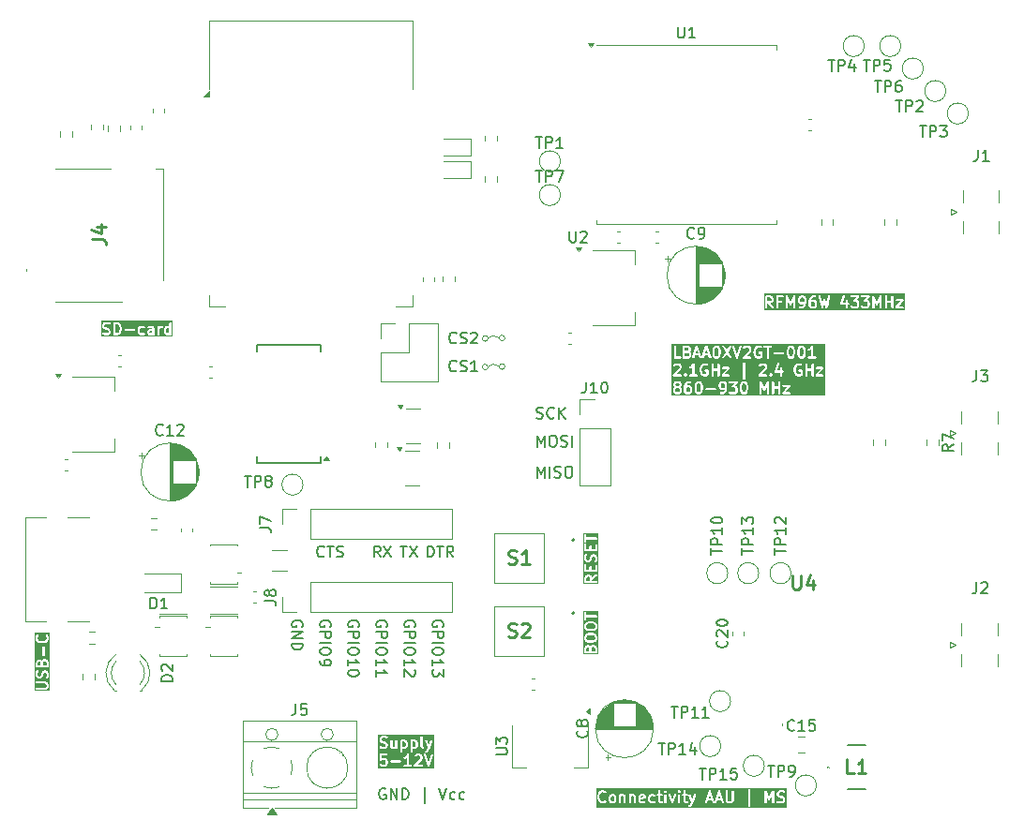
<source format=gbr>
%TF.GenerationSoftware,KiCad,Pcbnew,9.0.0*%
%TF.CreationDate,2025-04-10T09:35:26+02:00*%
%TF.ProjectId,3band_testboard_mcu_based,3362616e-645f-4746-9573-74626f617264,1.0*%
%TF.SameCoordinates,Original*%
%TF.FileFunction,Legend,Top*%
%TF.FilePolarity,Positive*%
%FSLAX46Y46*%
G04 Gerber Fmt 4.6, Leading zero omitted, Abs format (unit mm)*
G04 Created by KiCad (PCBNEW 9.0.0) date 2025-04-10 09:35:26*
%MOMM*%
%LPD*%
G01*
G04 APERTURE LIST*
%ADD10C,0.100000*%
%ADD11C,0.200000*%
%ADD12C,0.150000*%
%ADD13C,0.254000*%
%ADD14C,0.120000*%
G04 APERTURE END LIST*
D10*
X118618000Y-62272164D02*
G75*
G02*
X118110000Y-62272164I-254000J0D01*
G01*
X118110000Y-62272164D02*
G75*
G02*
X118618000Y-62272164I254000J0D01*
G01*
X118618000Y-59690000D02*
G75*
G02*
X118110000Y-59690000I-254000J0D01*
G01*
X118110000Y-59690000D02*
G75*
G02*
X118618000Y-59690000I254000J0D01*
G01*
X118618000Y-59645836D02*
G75*
G02*
X119634000Y-59645836I508000J-510000D01*
G01*
X118618000Y-62228000D02*
G75*
G02*
X119634000Y-62228000I508000J-510000D01*
G01*
X120142000Y-59645836D02*
G75*
G02*
X119634000Y-59645836I-254000J0D01*
G01*
X119634000Y-59645836D02*
G75*
G02*
X120142000Y-59645836I254000J0D01*
G01*
X120142000Y-62228000D02*
G75*
G02*
X119634000Y-62228000I-254000J0D01*
G01*
X119634000Y-62228000D02*
G75*
G02*
X120142000Y-62228000I254000J0D01*
G01*
D11*
G36*
X127760554Y-81230703D02*
G01*
X127785223Y-81255371D01*
X127815028Y-81314981D01*
X127815028Y-81572326D01*
X127491219Y-81572326D01*
X127491219Y-81314981D01*
X127521024Y-81255371D01*
X127545692Y-81230702D01*
X127605302Y-81200898D01*
X127700945Y-81200898D01*
X127760554Y-81230703D01*
G37*
G36*
X128602330Y-81883437D02*
G01*
X127180108Y-81883437D01*
X127180108Y-81291374D01*
X127291219Y-81291374D01*
X127291219Y-81672326D01*
X127293140Y-81691835D01*
X127308072Y-81727883D01*
X127335662Y-81755473D01*
X127371710Y-81770405D01*
X127391219Y-81772326D01*
X128391219Y-81772326D01*
X128410728Y-81770405D01*
X128446776Y-81755473D01*
X128474366Y-81727883D01*
X128489298Y-81691835D01*
X128489298Y-81652817D01*
X128474366Y-81616769D01*
X128446776Y-81589179D01*
X128410728Y-81574247D01*
X128391219Y-81572326D01*
X128015028Y-81572326D01*
X128015028Y-81486296D01*
X128448565Y-81182821D01*
X128463446Y-81170060D01*
X128484415Y-81137155D01*
X128491196Y-81098730D01*
X128482756Y-81060636D01*
X128460381Y-81028671D01*
X128427476Y-81007702D01*
X128389052Y-81000921D01*
X128350957Y-81009361D01*
X128333873Y-81018975D01*
X128005347Y-81248942D01*
X128004471Y-81246652D01*
X127956852Y-81151415D01*
X127951566Y-81143018D01*
X127950556Y-81140578D01*
X127948302Y-81137832D01*
X127946409Y-81134824D01*
X127944411Y-81133091D01*
X127938119Y-81125425D01*
X127890501Y-81077806D01*
X127882830Y-81071511D01*
X127881101Y-81069517D01*
X127878093Y-81067623D01*
X127875347Y-81065370D01*
X127872907Y-81064359D01*
X127864511Y-81059074D01*
X127769273Y-81011455D01*
X127750965Y-81004449D01*
X127747381Y-81004194D01*
X127744061Y-81002819D01*
X127724552Y-81000898D01*
X127581695Y-81000898D01*
X127562186Y-81002819D01*
X127558865Y-81004194D01*
X127555282Y-81004449D01*
X127536973Y-81011455D01*
X127441736Y-81059074D01*
X127433339Y-81064359D01*
X127430899Y-81065370D01*
X127428153Y-81067623D01*
X127425145Y-81069517D01*
X127423412Y-81071514D01*
X127415746Y-81077807D01*
X127368127Y-81125425D01*
X127361832Y-81133095D01*
X127359838Y-81134825D01*
X127357944Y-81137832D01*
X127355691Y-81140579D01*
X127354680Y-81143018D01*
X127349395Y-81151415D01*
X127301776Y-81246653D01*
X127294770Y-81264961D01*
X127294515Y-81268544D01*
X127293140Y-81271865D01*
X127291219Y-81291374D01*
X127180108Y-81291374D01*
X127180108Y-80196136D01*
X127291219Y-80196136D01*
X127291219Y-80672326D01*
X127293140Y-80691835D01*
X127308072Y-80727883D01*
X127335662Y-80755473D01*
X127371710Y-80770405D01*
X127391219Y-80772326D01*
X128391219Y-80772326D01*
X128410728Y-80770405D01*
X128446776Y-80755473D01*
X128474366Y-80727883D01*
X128489298Y-80691835D01*
X128491219Y-80672326D01*
X128491219Y-80196136D01*
X128489298Y-80176627D01*
X128474366Y-80140579D01*
X128446776Y-80112989D01*
X128410728Y-80098057D01*
X128371710Y-80098057D01*
X128335662Y-80112989D01*
X128308072Y-80140579D01*
X128293140Y-80176627D01*
X128291219Y-80196136D01*
X128291219Y-80572326D01*
X127967409Y-80572326D01*
X127967409Y-80338993D01*
X127965488Y-80319484D01*
X127950556Y-80283436D01*
X127922966Y-80255846D01*
X127886918Y-80240914D01*
X127847900Y-80240914D01*
X127811852Y-80255846D01*
X127784262Y-80283436D01*
X127769330Y-80319484D01*
X127767409Y-80338993D01*
X127767409Y-80572326D01*
X127491219Y-80572326D01*
X127491219Y-80196136D01*
X127489298Y-80176627D01*
X127474366Y-80140579D01*
X127446776Y-80112989D01*
X127410728Y-80098057D01*
X127371710Y-80098057D01*
X127335662Y-80112989D01*
X127308072Y-80140579D01*
X127293140Y-80176627D01*
X127291219Y-80196136D01*
X127180108Y-80196136D01*
X127180108Y-79386612D01*
X127291219Y-79386612D01*
X127291219Y-79624707D01*
X127293140Y-79644216D01*
X127294515Y-79647536D01*
X127294770Y-79651120D01*
X127301776Y-79669428D01*
X127349395Y-79764666D01*
X127354680Y-79773062D01*
X127355691Y-79775502D01*
X127357944Y-79778248D01*
X127359838Y-79781256D01*
X127361832Y-79782985D01*
X127368127Y-79790656D01*
X127415746Y-79838274D01*
X127423412Y-79844566D01*
X127425145Y-79846564D01*
X127428153Y-79848457D01*
X127430899Y-79850711D01*
X127433339Y-79851721D01*
X127441736Y-79857007D01*
X127536973Y-79904626D01*
X127555282Y-79911632D01*
X127558865Y-79911886D01*
X127562186Y-79913262D01*
X127581695Y-79915183D01*
X127676933Y-79915183D01*
X127696442Y-79913262D01*
X127699762Y-79911886D01*
X127703346Y-79911632D01*
X127721654Y-79904626D01*
X127816892Y-79857007D01*
X127825288Y-79851721D01*
X127827728Y-79850711D01*
X127830474Y-79848457D01*
X127833482Y-79846564D01*
X127835211Y-79844569D01*
X127842882Y-79838275D01*
X127890500Y-79790656D01*
X127896792Y-79782989D01*
X127898790Y-79781257D01*
X127900683Y-79778248D01*
X127902937Y-79775503D01*
X127903947Y-79773062D01*
X127909233Y-79764666D01*
X127956852Y-79669429D01*
X127957398Y-79668000D01*
X127957828Y-79667421D01*
X127960749Y-79659244D01*
X127963858Y-79651120D01*
X127963909Y-79650399D01*
X127964423Y-79648961D01*
X128009379Y-79469135D01*
X128044833Y-79398228D01*
X128069501Y-79373559D01*
X128129111Y-79343755D01*
X128177135Y-79343755D01*
X128236746Y-79373561D01*
X128261414Y-79398228D01*
X128291219Y-79457838D01*
X128291219Y-79656099D01*
X128248732Y-79783560D01*
X128244385Y-79802676D01*
X128247151Y-79841596D01*
X128264601Y-79876495D01*
X128294077Y-79902060D01*
X128331093Y-79914398D01*
X128370013Y-79911632D01*
X128404912Y-79894182D01*
X128430477Y-79864706D01*
X128438468Y-79846806D01*
X128486087Y-79703949D01*
X128488286Y-79694276D01*
X128489298Y-79691835D01*
X128489646Y-79688297D01*
X128490434Y-79684834D01*
X128490246Y-79682199D01*
X128491219Y-79672326D01*
X128491219Y-79434231D01*
X128489298Y-79414722D01*
X128487922Y-79411401D01*
X128487668Y-79407818D01*
X128480662Y-79389509D01*
X128433043Y-79294272D01*
X128427757Y-79285875D01*
X128426747Y-79283435D01*
X128424493Y-79280689D01*
X128422600Y-79277681D01*
X128420603Y-79275949D01*
X128414310Y-79268281D01*
X128366690Y-79220663D01*
X128359020Y-79214368D01*
X128357291Y-79212374D01*
X128354286Y-79210482D01*
X128351537Y-79208226D01*
X128349093Y-79207214D01*
X128340701Y-79201931D01*
X128245463Y-79154312D01*
X128227155Y-79147306D01*
X128223571Y-79147051D01*
X128220251Y-79145676D01*
X128200742Y-79143755D01*
X128105504Y-79143755D01*
X128085995Y-79145676D01*
X128082674Y-79147051D01*
X128079091Y-79147306D01*
X128060782Y-79154312D01*
X127965545Y-79201931D01*
X127957148Y-79207216D01*
X127954708Y-79208227D01*
X127951962Y-79210480D01*
X127948954Y-79212374D01*
X127947221Y-79214371D01*
X127939555Y-79220664D01*
X127891936Y-79268282D01*
X127885641Y-79275952D01*
X127883647Y-79277682D01*
X127881753Y-79280689D01*
X127879500Y-79283436D01*
X127878489Y-79285875D01*
X127873204Y-79294272D01*
X127825585Y-79389510D01*
X127825039Y-79390936D01*
X127824609Y-79391517D01*
X127821687Y-79399693D01*
X127818579Y-79407818D01*
X127818527Y-79408540D01*
X127818014Y-79409978D01*
X127773057Y-79589802D01*
X127737604Y-79660709D01*
X127712935Y-79685377D01*
X127653326Y-79715183D01*
X127605302Y-79715183D01*
X127545692Y-79685378D01*
X127521024Y-79660709D01*
X127491219Y-79601099D01*
X127491219Y-79402839D01*
X127533706Y-79275378D01*
X127538053Y-79256263D01*
X127535287Y-79217343D01*
X127517837Y-79182444D01*
X127488361Y-79156879D01*
X127451345Y-79144540D01*
X127412425Y-79147307D01*
X127377526Y-79164756D01*
X127351961Y-79194232D01*
X127343970Y-79212133D01*
X127296351Y-79354989D01*
X127294151Y-79364660D01*
X127293140Y-79367103D01*
X127292791Y-79370641D01*
X127292004Y-79374105D01*
X127292191Y-79376738D01*
X127291219Y-79386612D01*
X127180108Y-79386612D01*
X127180108Y-78338993D01*
X127291219Y-78338993D01*
X127291219Y-78815183D01*
X127293140Y-78834692D01*
X127308072Y-78870740D01*
X127335662Y-78898330D01*
X127371710Y-78913262D01*
X127391219Y-78915183D01*
X128391219Y-78915183D01*
X128410728Y-78913262D01*
X128446776Y-78898330D01*
X128474366Y-78870740D01*
X128489298Y-78834692D01*
X128491219Y-78815183D01*
X128491219Y-78338993D01*
X128489298Y-78319484D01*
X128474366Y-78283436D01*
X128446776Y-78255846D01*
X128410728Y-78240914D01*
X128371710Y-78240914D01*
X128335662Y-78255846D01*
X128308072Y-78283436D01*
X128293140Y-78319484D01*
X128291219Y-78338993D01*
X128291219Y-78715183D01*
X127967409Y-78715183D01*
X127967409Y-78481850D01*
X127965488Y-78462341D01*
X127950556Y-78426293D01*
X127922966Y-78398703D01*
X127886918Y-78383771D01*
X127847900Y-78383771D01*
X127811852Y-78398703D01*
X127784262Y-78426293D01*
X127769330Y-78462341D01*
X127767409Y-78481850D01*
X127767409Y-78715183D01*
X127491219Y-78715183D01*
X127491219Y-78338993D01*
X127489298Y-78319484D01*
X127474366Y-78283436D01*
X127446776Y-78255846D01*
X127410728Y-78240914D01*
X127371710Y-78240914D01*
X127335662Y-78255846D01*
X127308072Y-78283436D01*
X127293140Y-78319484D01*
X127291219Y-78338993D01*
X127180108Y-78338993D01*
X127180108Y-77481850D01*
X127291219Y-77481850D01*
X127291219Y-78053278D01*
X127293140Y-78072787D01*
X127308072Y-78108835D01*
X127335662Y-78136425D01*
X127371710Y-78151357D01*
X127410728Y-78151357D01*
X127446776Y-78136425D01*
X127474366Y-78108835D01*
X127489298Y-78072787D01*
X127491219Y-78053278D01*
X127491219Y-77867564D01*
X128391219Y-77867564D01*
X128410728Y-77865643D01*
X128446776Y-77850711D01*
X128474366Y-77823121D01*
X128489298Y-77787073D01*
X128489298Y-77748055D01*
X128474366Y-77712007D01*
X128446776Y-77684417D01*
X128410728Y-77669485D01*
X128391219Y-77667564D01*
X127491219Y-77667564D01*
X127491219Y-77481850D01*
X127489298Y-77462341D01*
X127474366Y-77426293D01*
X127446776Y-77398703D01*
X127410728Y-77383771D01*
X127371710Y-77383771D01*
X127335662Y-77398703D01*
X127308072Y-77426293D01*
X127293140Y-77462341D01*
X127291219Y-77481850D01*
X127180108Y-77481850D01*
X127180108Y-77272660D01*
X128602330Y-77272660D01*
X128602330Y-81883437D01*
G37*
X106926161Y-85729482D02*
X106973780Y-85634244D01*
X106973780Y-85634244D02*
X106973780Y-85491387D01*
X106973780Y-85491387D02*
X106926161Y-85348530D01*
X106926161Y-85348530D02*
X106830923Y-85253292D01*
X106830923Y-85253292D02*
X106735685Y-85205673D01*
X106735685Y-85205673D02*
X106545209Y-85158054D01*
X106545209Y-85158054D02*
X106402352Y-85158054D01*
X106402352Y-85158054D02*
X106211876Y-85205673D01*
X106211876Y-85205673D02*
X106116638Y-85253292D01*
X106116638Y-85253292D02*
X106021400Y-85348530D01*
X106021400Y-85348530D02*
X105973780Y-85491387D01*
X105973780Y-85491387D02*
X105973780Y-85586625D01*
X105973780Y-85586625D02*
X106021400Y-85729482D01*
X106021400Y-85729482D02*
X106069019Y-85777101D01*
X106069019Y-85777101D02*
X106402352Y-85777101D01*
X106402352Y-85777101D02*
X106402352Y-85586625D01*
X105973780Y-86205673D02*
X106973780Y-86205673D01*
X106973780Y-86205673D02*
X106973780Y-86586625D01*
X106973780Y-86586625D02*
X106926161Y-86681863D01*
X106926161Y-86681863D02*
X106878542Y-86729482D01*
X106878542Y-86729482D02*
X106783304Y-86777101D01*
X106783304Y-86777101D02*
X106640447Y-86777101D01*
X106640447Y-86777101D02*
X106545209Y-86729482D01*
X106545209Y-86729482D02*
X106497590Y-86681863D01*
X106497590Y-86681863D02*
X106449971Y-86586625D01*
X106449971Y-86586625D02*
X106449971Y-86205673D01*
X105973780Y-87205673D02*
X106973780Y-87205673D01*
X106973780Y-87872339D02*
X106973780Y-88062815D01*
X106973780Y-88062815D02*
X106926161Y-88158053D01*
X106926161Y-88158053D02*
X106830923Y-88253291D01*
X106830923Y-88253291D02*
X106640447Y-88300910D01*
X106640447Y-88300910D02*
X106307114Y-88300910D01*
X106307114Y-88300910D02*
X106116638Y-88253291D01*
X106116638Y-88253291D02*
X106021400Y-88158053D01*
X106021400Y-88158053D02*
X105973780Y-88062815D01*
X105973780Y-88062815D02*
X105973780Y-87872339D01*
X105973780Y-87872339D02*
X106021400Y-87777101D01*
X106021400Y-87777101D02*
X106116638Y-87681863D01*
X106116638Y-87681863D02*
X106307114Y-87634244D01*
X106307114Y-87634244D02*
X106640447Y-87634244D01*
X106640447Y-87634244D02*
X106830923Y-87681863D01*
X106830923Y-87681863D02*
X106926161Y-87777101D01*
X106926161Y-87777101D02*
X106973780Y-87872339D01*
X105973780Y-89253291D02*
X105973780Y-88681863D01*
X105973780Y-88967577D02*
X106973780Y-88967577D01*
X106973780Y-88967577D02*
X106830923Y-88872339D01*
X106830923Y-88872339D02*
X106735685Y-88777101D01*
X106735685Y-88777101D02*
X106688066Y-88681863D01*
X106973780Y-89872339D02*
X106973780Y-89967577D01*
X106973780Y-89967577D02*
X106926161Y-90062815D01*
X106926161Y-90062815D02*
X106878542Y-90110434D01*
X106878542Y-90110434D02*
X106783304Y-90158053D01*
X106783304Y-90158053D02*
X106592828Y-90205672D01*
X106592828Y-90205672D02*
X106354733Y-90205672D01*
X106354733Y-90205672D02*
X106164257Y-90158053D01*
X106164257Y-90158053D02*
X106069019Y-90110434D01*
X106069019Y-90110434D02*
X106021400Y-90062815D01*
X106021400Y-90062815D02*
X105973780Y-89967577D01*
X105973780Y-89967577D02*
X105973780Y-89872339D01*
X105973780Y-89872339D02*
X106021400Y-89777101D01*
X106021400Y-89777101D02*
X106069019Y-89729482D01*
X106069019Y-89729482D02*
X106164257Y-89681863D01*
X106164257Y-89681863D02*
X106354733Y-89634244D01*
X106354733Y-89634244D02*
X106592828Y-89634244D01*
X106592828Y-89634244D02*
X106783304Y-89681863D01*
X106783304Y-89681863D02*
X106878542Y-89729482D01*
X106878542Y-89729482D02*
X106926161Y-89777101D01*
X106926161Y-89777101D02*
X106973780Y-89872339D01*
G36*
X147122008Y-56020024D02*
G01*
X147146677Y-56044692D01*
X147176482Y-56104302D01*
X147176482Y-56295183D01*
X147146677Y-56354792D01*
X147122008Y-56379460D01*
X147062399Y-56409266D01*
X146919137Y-56409266D01*
X146859527Y-56379461D01*
X146834859Y-56354792D01*
X146805054Y-56295182D01*
X146805054Y-56104302D01*
X146834859Y-56044692D01*
X146859527Y-56020023D01*
X146919137Y-55990219D01*
X147062399Y-55990219D01*
X147122008Y-56020024D01*
G37*
G36*
X148074389Y-56400976D02*
G01*
X148099058Y-56425644D01*
X148128863Y-56485254D01*
X148128863Y-56676135D01*
X148099058Y-56735743D01*
X148074389Y-56760413D01*
X148014780Y-56790219D01*
X147871518Y-56790219D01*
X147811908Y-56760414D01*
X147787241Y-56735746D01*
X147757435Y-56676134D01*
X147757435Y-56485254D01*
X147787240Y-56425644D01*
X147811908Y-56400975D01*
X147871518Y-56371171D01*
X148014780Y-56371171D01*
X148074389Y-56400976D01*
G37*
G36*
X144169627Y-56020024D02*
G01*
X144194296Y-56044692D01*
X144224101Y-56104302D01*
X144224101Y-56199945D01*
X144194296Y-56259554D01*
X144169627Y-56284222D01*
X144110018Y-56314028D01*
X143852673Y-56314028D01*
X143852673Y-55990219D01*
X144110018Y-55990219D01*
X144169627Y-56020024D01*
G37*
G36*
X156249202Y-57101330D02*
G01*
X143541562Y-57101330D01*
X143541562Y-55890219D01*
X143652673Y-55890219D01*
X143652673Y-56890219D01*
X143654594Y-56909728D01*
X143669526Y-56945776D01*
X143697116Y-56973366D01*
X143733164Y-56988298D01*
X143772182Y-56988298D01*
X143808230Y-56973366D01*
X143835820Y-56945776D01*
X143850752Y-56909728D01*
X143852673Y-56890219D01*
X143852673Y-56514028D01*
X143938703Y-56514028D01*
X144242178Y-56947565D01*
X144254939Y-56962446D01*
X144287844Y-56983415D01*
X144326269Y-56990196D01*
X144364363Y-56981756D01*
X144396328Y-56959381D01*
X144417297Y-56926476D01*
X144424078Y-56888052D01*
X144415638Y-56849957D01*
X144406024Y-56832873D01*
X144176056Y-56504347D01*
X144178346Y-56503471D01*
X144273584Y-56455852D01*
X144281980Y-56450566D01*
X144284420Y-56449556D01*
X144287166Y-56447302D01*
X144290174Y-56445409D01*
X144291903Y-56443414D01*
X144299574Y-56437120D01*
X144347192Y-56389501D01*
X144353484Y-56381834D01*
X144355482Y-56380102D01*
X144357375Y-56377093D01*
X144359629Y-56374348D01*
X144360639Y-56371907D01*
X144365925Y-56363511D01*
X144413544Y-56268274D01*
X144420550Y-56249965D01*
X144420804Y-56246381D01*
X144422180Y-56243061D01*
X144424101Y-56223552D01*
X144424101Y-56080695D01*
X144422180Y-56061186D01*
X144420804Y-56057865D01*
X144420550Y-56054282D01*
X144413544Y-56035973D01*
X144365925Y-55940736D01*
X144360639Y-55932339D01*
X144359629Y-55929899D01*
X144357375Y-55927153D01*
X144355482Y-55924145D01*
X144353484Y-55922412D01*
X144347192Y-55914746D01*
X144322666Y-55890219D01*
X144652673Y-55890219D01*
X144652673Y-56890219D01*
X144654594Y-56909728D01*
X144669526Y-56945776D01*
X144697116Y-56973366D01*
X144733164Y-56988298D01*
X144772182Y-56988298D01*
X144808230Y-56973366D01*
X144835820Y-56945776D01*
X144850752Y-56909728D01*
X144852673Y-56890219D01*
X144852673Y-56466409D01*
X145086006Y-56466409D01*
X145105515Y-56464488D01*
X145141563Y-56449556D01*
X145169153Y-56421966D01*
X145184085Y-56385918D01*
X145184085Y-56346900D01*
X145169153Y-56310852D01*
X145141563Y-56283262D01*
X145105515Y-56268330D01*
X145086006Y-56266409D01*
X144852673Y-56266409D01*
X144852673Y-55990219D01*
X145228863Y-55990219D01*
X145248372Y-55988298D01*
X145284420Y-55973366D01*
X145312010Y-55945776D01*
X145326942Y-55909728D01*
X145326942Y-55890219D01*
X145509816Y-55890219D01*
X145509816Y-56890219D01*
X145511737Y-56909728D01*
X145526669Y-56945776D01*
X145554259Y-56973366D01*
X145590307Y-56988298D01*
X145629325Y-56988298D01*
X145665373Y-56973366D01*
X145692963Y-56945776D01*
X145707895Y-56909728D01*
X145709816Y-56890219D01*
X145709816Y-56340975D01*
X145852531Y-56646793D01*
X145856763Y-56653938D01*
X145857643Y-56656356D01*
X145859208Y-56658065D01*
X145862522Y-56663659D01*
X145873732Y-56673925D01*
X145883994Y-56685131D01*
X145888019Y-56687009D01*
X145891297Y-56690011D01*
X145905579Y-56695204D01*
X145919352Y-56701632D01*
X145923791Y-56701827D01*
X145927966Y-56703345D01*
X145943149Y-56702677D01*
X145958332Y-56703345D01*
X145962505Y-56701827D01*
X145966947Y-56701632D01*
X145980731Y-56695199D01*
X145995001Y-56690010D01*
X145998274Y-56687012D01*
X146002304Y-56685132D01*
X146012573Y-56673917D01*
X146023776Y-56663659D01*
X146027087Y-56658068D01*
X146028656Y-56656356D01*
X146029536Y-56653934D01*
X146033767Y-56646793D01*
X146176482Y-56340974D01*
X146176482Y-56890219D01*
X146178403Y-56909728D01*
X146193335Y-56945776D01*
X146220925Y-56973366D01*
X146256973Y-56988298D01*
X146295991Y-56988298D01*
X146332039Y-56973366D01*
X146359629Y-56945776D01*
X146374561Y-56909728D01*
X146376482Y-56890219D01*
X146376482Y-56080695D01*
X146605054Y-56080695D01*
X146605054Y-56318790D01*
X146606975Y-56338299D01*
X146608350Y-56341619D01*
X146608605Y-56345203D01*
X146615611Y-56363511D01*
X146663230Y-56458749D01*
X146668515Y-56467145D01*
X146669526Y-56469585D01*
X146671779Y-56472331D01*
X146673673Y-56475339D01*
X146675667Y-56477068D01*
X146681962Y-56484739D01*
X146729581Y-56532357D01*
X146737247Y-56538649D01*
X146738980Y-56540647D01*
X146741988Y-56542540D01*
X146744734Y-56544794D01*
X146747174Y-56545804D01*
X146755571Y-56551090D01*
X146850808Y-56598709D01*
X146869117Y-56605715D01*
X146872700Y-56605969D01*
X146876021Y-56607345D01*
X146895530Y-56609266D01*
X147086006Y-56609266D01*
X147105515Y-56607345D01*
X147108835Y-56605969D01*
X147112419Y-56605715D01*
X147130727Y-56598709D01*
X147140340Y-56593902D01*
X147136050Y-56611064D01*
X147055913Y-56731269D01*
X147026770Y-56760413D01*
X146967161Y-56790219D01*
X146800292Y-56790219D01*
X146780783Y-56792140D01*
X146744735Y-56807072D01*
X146717145Y-56834662D01*
X146702213Y-56870710D01*
X146702213Y-56909728D01*
X146717145Y-56945776D01*
X146744735Y-56973366D01*
X146780783Y-56988298D01*
X146800292Y-56990219D01*
X146990768Y-56990219D01*
X147010277Y-56988298D01*
X147013597Y-56986922D01*
X147017181Y-56986668D01*
X147035489Y-56979662D01*
X147130727Y-56932043D01*
X147139122Y-56926758D01*
X147141564Y-56925747D01*
X147144311Y-56923491D01*
X147147317Y-56921600D01*
X147149047Y-56919605D01*
X147156717Y-56913310D01*
X147204336Y-56865690D01*
X147204378Y-56865637D01*
X147204410Y-56865617D01*
X147210549Y-56858119D01*
X147216773Y-56850537D01*
X147216787Y-56850501D01*
X147216830Y-56850450D01*
X147312068Y-56707593D01*
X147317810Y-56696823D01*
X147319282Y-56694837D01*
X147320120Y-56692491D01*
X147321291Y-56690295D01*
X147321770Y-56687871D01*
X147325877Y-56676377D01*
X147373496Y-56485901D01*
X147373996Y-56482519D01*
X147374561Y-56481156D01*
X147375284Y-56473805D01*
X147376364Y-56466508D01*
X147376146Y-56465049D01*
X147376482Y-56461647D01*
X147376482Y-56318790D01*
X147557435Y-56318790D01*
X147557435Y-56699742D01*
X147559356Y-56719251D01*
X147560731Y-56722571D01*
X147560986Y-56726155D01*
X147567992Y-56744463D01*
X147615611Y-56839701D01*
X147620894Y-56848093D01*
X147621906Y-56850537D01*
X147624162Y-56853286D01*
X147626054Y-56856291D01*
X147628048Y-56858020D01*
X147634343Y-56865690D01*
X147681961Y-56913310D01*
X147689629Y-56919603D01*
X147691361Y-56921600D01*
X147694369Y-56923493D01*
X147697115Y-56925747D01*
X147699555Y-56926757D01*
X147707952Y-56932043D01*
X147803189Y-56979662D01*
X147821498Y-56986668D01*
X147825081Y-56986922D01*
X147828402Y-56988298D01*
X147847911Y-56990219D01*
X148038387Y-56990219D01*
X148057896Y-56988298D01*
X148061216Y-56986922D01*
X148064800Y-56986668D01*
X148083108Y-56979662D01*
X148178346Y-56932043D01*
X148186741Y-56926758D01*
X148189183Y-56925747D01*
X148191930Y-56923491D01*
X148194936Y-56921600D01*
X148196666Y-56919605D01*
X148204336Y-56913310D01*
X148251955Y-56865690D01*
X148258247Y-56858023D01*
X148260244Y-56856292D01*
X148262137Y-56853284D01*
X148264392Y-56850537D01*
X148265403Y-56848095D01*
X148270687Y-56839701D01*
X148318306Y-56744464D01*
X148325312Y-56726155D01*
X148325566Y-56722571D01*
X148326942Y-56719251D01*
X148328863Y-56699742D01*
X148328863Y-56461647D01*
X148326942Y-56442138D01*
X148325566Y-56438817D01*
X148325312Y-56435234D01*
X148318306Y-56416925D01*
X148270687Y-56321688D01*
X148265401Y-56313291D01*
X148264391Y-56310851D01*
X148262137Y-56308105D01*
X148260244Y-56305097D01*
X148258246Y-56303364D01*
X148251954Y-56295698D01*
X148204336Y-56248079D01*
X148196665Y-56241784D01*
X148194936Y-56239790D01*
X148191928Y-56237896D01*
X148189182Y-56235643D01*
X148186742Y-56234632D01*
X148178346Y-56229347D01*
X148083108Y-56181728D01*
X148064800Y-56174722D01*
X148061216Y-56174467D01*
X148057896Y-56173092D01*
X148038387Y-56171171D01*
X147847911Y-56171171D01*
X147828402Y-56173092D01*
X147825081Y-56174467D01*
X147821498Y-56174722D01*
X147803189Y-56181728D01*
X147793576Y-56186534D01*
X147797867Y-56169372D01*
X147878003Y-56049167D01*
X147907146Y-56020023D01*
X147966756Y-55990219D01*
X148133625Y-55990219D01*
X148153134Y-55988298D01*
X148189182Y-55973366D01*
X148216772Y-55945776D01*
X148231704Y-55909728D01*
X148231704Y-55893958D01*
X148462266Y-55893958D01*
X148464916Y-55913381D01*
X148703011Y-56913381D01*
X148705319Y-56920078D01*
X148705638Y-56922476D01*
X148706892Y-56924643D01*
X148709399Y-56931915D01*
X148717914Y-56943681D01*
X148725187Y-56956244D01*
X148729264Y-56959364D01*
X148732274Y-56963524D01*
X148744636Y-56971131D01*
X148756170Y-56979960D01*
X148761133Y-56981283D01*
X148765504Y-56983973D01*
X148779838Y-56986271D01*
X148793871Y-56990013D01*
X148798959Y-56989336D01*
X148804031Y-56990150D01*
X148818165Y-56986784D01*
X148832549Y-56984873D01*
X148836989Y-56982302D01*
X148841988Y-56981112D01*
X148853754Y-56972596D01*
X148866317Y-56965324D01*
X148869437Y-56961246D01*
X148873597Y-56958237D01*
X148881204Y-56945874D01*
X148890033Y-56934341D01*
X148892732Y-56927140D01*
X148894046Y-56925007D01*
X148894429Y-56922616D01*
X148896916Y-56915985D01*
X148990768Y-56564038D01*
X149084621Y-56915986D01*
X149087106Y-56922615D01*
X149087490Y-56925007D01*
X149088803Y-56927141D01*
X149091503Y-56934341D01*
X149100331Y-56945874D01*
X149107939Y-56958237D01*
X149112098Y-56961246D01*
X149115219Y-56965324D01*
X149127783Y-56972598D01*
X149139548Y-56981112D01*
X149144543Y-56982301D01*
X149148987Y-56984874D01*
X149163376Y-56986785D01*
X149177505Y-56990150D01*
X149182576Y-56989336D01*
X149187665Y-56990013D01*
X149201697Y-56986271D01*
X149216032Y-56983973D01*
X149220402Y-56981283D01*
X149225366Y-56979960D01*
X149236899Y-56971131D01*
X149249262Y-56963524D01*
X149252271Y-56959364D01*
X149256349Y-56956244D01*
X149263624Y-56943677D01*
X149272137Y-56931915D01*
X149274641Y-56924649D01*
X149275899Y-56922477D01*
X149276218Y-56920073D01*
X149278525Y-56913381D01*
X149366383Y-56544378D01*
X150415363Y-56544378D01*
X150416499Y-56560362D01*
X150416499Y-56576394D01*
X150417874Y-56579714D01*
X150418129Y-56583298D01*
X150425296Y-56597633D01*
X150431431Y-56612442D01*
X150433971Y-56614982D01*
X150435579Y-56618197D01*
X150447690Y-56628701D01*
X150459021Y-56640032D01*
X150462339Y-56641406D01*
X150465055Y-56643762D01*
X150480264Y-56648831D01*
X150495069Y-56654964D01*
X150500169Y-56655466D01*
X150502071Y-56656100D01*
X150504704Y-56655912D01*
X150514578Y-56656885D01*
X150890768Y-56656885D01*
X150890768Y-56890219D01*
X150892689Y-56909728D01*
X150907621Y-56945776D01*
X150935211Y-56973366D01*
X150971259Y-56988298D01*
X151010277Y-56988298D01*
X151046325Y-56973366D01*
X151073915Y-56945776D01*
X151088847Y-56909728D01*
X151090768Y-56890219D01*
X151090768Y-56656885D01*
X151133625Y-56656885D01*
X151153134Y-56654964D01*
X151189182Y-56640032D01*
X151216772Y-56612442D01*
X151231704Y-56576394D01*
X151231704Y-56537376D01*
X151216772Y-56501328D01*
X151189182Y-56473738D01*
X151153134Y-56458806D01*
X151133625Y-56456885D01*
X151090768Y-56456885D01*
X151090768Y-56223552D01*
X151088847Y-56204043D01*
X151073915Y-56167995D01*
X151046325Y-56140405D01*
X151010277Y-56125473D01*
X150971259Y-56125473D01*
X150935211Y-56140405D01*
X150907621Y-56167995D01*
X150892689Y-56204043D01*
X150890768Y-56223552D01*
X150890768Y-56456885D01*
X150653320Y-56456885D01*
X150847541Y-55874223D01*
X150848340Y-55870710D01*
X151321261Y-55870710D01*
X151321261Y-55909728D01*
X151336193Y-55945776D01*
X151363783Y-55973366D01*
X151399831Y-55988298D01*
X151419340Y-55990219D01*
X151818010Y-55990219D01*
X151629796Y-56205321D01*
X151623766Y-56213754D01*
X151621907Y-56215614D01*
X151621176Y-56217377D01*
X151618395Y-56221268D01*
X151613190Y-56236656D01*
X151606975Y-56251662D01*
X151606975Y-56255035D01*
X151605895Y-56258229D01*
X151606975Y-56274431D01*
X151606975Y-56290680D01*
X151608265Y-56293795D01*
X151608490Y-56297161D01*
X151615690Y-56311721D01*
X151621907Y-56326728D01*
X151624291Y-56329112D01*
X151625787Y-56332136D01*
X151638012Y-56342833D01*
X151649497Y-56354318D01*
X151652611Y-56355608D01*
X151655151Y-56357830D01*
X151670539Y-56363034D01*
X151685545Y-56369250D01*
X151690304Y-56369718D01*
X151692112Y-56370330D01*
X151694736Y-56370155D01*
X151705054Y-56371171D01*
X151824304Y-56371171D01*
X151883913Y-56400976D01*
X151908582Y-56425644D01*
X151938387Y-56485254D01*
X151938387Y-56676135D01*
X151908582Y-56735743D01*
X151883913Y-56760413D01*
X151824304Y-56790219D01*
X151585804Y-56790219D01*
X151526194Y-56760414D01*
X151490051Y-56724270D01*
X151474898Y-56711833D01*
X151438850Y-56696902D01*
X151399832Y-56696901D01*
X151363783Y-56711832D01*
X151336193Y-56739422D01*
X151321262Y-56775470D01*
X151321261Y-56814488D01*
X151336192Y-56850537D01*
X151348629Y-56865690D01*
X151396247Y-56913310D01*
X151403915Y-56919603D01*
X151405647Y-56921600D01*
X151408655Y-56923493D01*
X151411401Y-56925747D01*
X151413841Y-56926757D01*
X151422238Y-56932043D01*
X151517475Y-56979662D01*
X151535784Y-56986668D01*
X151539367Y-56986922D01*
X151542688Y-56988298D01*
X151562197Y-56990219D01*
X151847911Y-56990219D01*
X151867420Y-56988298D01*
X151870740Y-56986922D01*
X151874324Y-56986668D01*
X151892632Y-56979662D01*
X151987870Y-56932043D01*
X151996265Y-56926758D01*
X151998707Y-56925747D01*
X152001454Y-56923491D01*
X152004460Y-56921600D01*
X152006190Y-56919605D01*
X152013860Y-56913310D01*
X152061479Y-56865690D01*
X152067771Y-56858023D01*
X152069768Y-56856292D01*
X152071661Y-56853284D01*
X152073916Y-56850537D01*
X152074927Y-56848095D01*
X152080211Y-56839701D01*
X152127830Y-56744464D01*
X152134836Y-56726155D01*
X152135090Y-56722571D01*
X152136466Y-56719251D01*
X152138387Y-56699742D01*
X152138387Y-56461647D01*
X152136466Y-56442138D01*
X152135090Y-56438817D01*
X152134836Y-56435234D01*
X152127830Y-56416925D01*
X152080211Y-56321688D01*
X152074925Y-56313291D01*
X152073915Y-56310851D01*
X152071661Y-56308105D01*
X152069768Y-56305097D01*
X152067770Y-56303364D01*
X152061478Y-56295698D01*
X152013860Y-56248079D01*
X152006189Y-56241784D01*
X152004460Y-56239790D01*
X152001452Y-56237896D01*
X151998706Y-56235643D01*
X151996266Y-56234632D01*
X151987870Y-56229347D01*
X151909022Y-56189923D01*
X152113645Y-55956069D01*
X152119674Y-55947635D01*
X152121534Y-55945776D01*
X152122264Y-55944012D01*
X152125046Y-55940122D01*
X152130250Y-55924733D01*
X152136466Y-55909728D01*
X152136466Y-55906354D01*
X152137546Y-55903161D01*
X152136466Y-55886958D01*
X152136466Y-55870710D01*
X152273642Y-55870710D01*
X152273642Y-55909728D01*
X152288574Y-55945776D01*
X152316164Y-55973366D01*
X152352212Y-55988298D01*
X152371721Y-55990219D01*
X152770391Y-55990219D01*
X152582177Y-56205321D01*
X152576147Y-56213754D01*
X152574288Y-56215614D01*
X152573557Y-56217377D01*
X152570776Y-56221268D01*
X152565571Y-56236656D01*
X152559356Y-56251662D01*
X152559356Y-56255035D01*
X152558276Y-56258229D01*
X152559356Y-56274431D01*
X152559356Y-56290680D01*
X152560646Y-56293795D01*
X152560871Y-56297161D01*
X152568071Y-56311721D01*
X152574288Y-56326728D01*
X152576672Y-56329112D01*
X152578168Y-56332136D01*
X152590393Y-56342833D01*
X152601878Y-56354318D01*
X152604992Y-56355608D01*
X152607532Y-56357830D01*
X152622920Y-56363034D01*
X152637926Y-56369250D01*
X152642685Y-56369718D01*
X152644493Y-56370330D01*
X152647117Y-56370155D01*
X152657435Y-56371171D01*
X152776685Y-56371171D01*
X152836294Y-56400976D01*
X152860963Y-56425644D01*
X152890768Y-56485254D01*
X152890768Y-56676135D01*
X152860963Y-56735743D01*
X152836294Y-56760413D01*
X152776685Y-56790219D01*
X152538185Y-56790219D01*
X152478575Y-56760414D01*
X152442432Y-56724270D01*
X152427279Y-56711833D01*
X152391231Y-56696902D01*
X152352213Y-56696901D01*
X152316164Y-56711832D01*
X152288574Y-56739422D01*
X152273643Y-56775470D01*
X152273642Y-56814488D01*
X152288573Y-56850537D01*
X152301010Y-56865690D01*
X152348628Y-56913310D01*
X152356296Y-56919603D01*
X152358028Y-56921600D01*
X152361036Y-56923493D01*
X152363782Y-56925747D01*
X152366222Y-56926757D01*
X152374619Y-56932043D01*
X152469856Y-56979662D01*
X152488165Y-56986668D01*
X152491748Y-56986922D01*
X152495069Y-56988298D01*
X152514578Y-56990219D01*
X152800292Y-56990219D01*
X152819801Y-56988298D01*
X152823121Y-56986922D01*
X152826705Y-56986668D01*
X152845013Y-56979662D01*
X152940251Y-56932043D01*
X152948646Y-56926758D01*
X152951088Y-56925747D01*
X152953835Y-56923491D01*
X152956841Y-56921600D01*
X152958571Y-56919605D01*
X152966241Y-56913310D01*
X153013860Y-56865690D01*
X153020152Y-56858023D01*
X153022149Y-56856292D01*
X153024042Y-56853284D01*
X153026297Y-56850537D01*
X153027308Y-56848095D01*
X153032592Y-56839701D01*
X153080211Y-56744464D01*
X153087217Y-56726155D01*
X153087471Y-56722571D01*
X153088847Y-56719251D01*
X153090768Y-56699742D01*
X153090768Y-56461647D01*
X153088847Y-56442138D01*
X153087471Y-56438817D01*
X153087217Y-56435234D01*
X153080211Y-56416925D01*
X153032592Y-56321688D01*
X153027306Y-56313291D01*
X153026296Y-56310851D01*
X153024042Y-56308105D01*
X153022149Y-56305097D01*
X153020151Y-56303364D01*
X153013859Y-56295698D01*
X152966241Y-56248079D01*
X152958570Y-56241784D01*
X152956841Y-56239790D01*
X152953833Y-56237896D01*
X152951087Y-56235643D01*
X152948647Y-56234632D01*
X152940251Y-56229347D01*
X152861403Y-56189923D01*
X153066026Y-55956069D01*
X153072055Y-55947635D01*
X153073915Y-55945776D01*
X153074645Y-55944012D01*
X153077427Y-55940122D01*
X153082631Y-55924733D01*
X153088847Y-55909728D01*
X153088847Y-55906354D01*
X153089927Y-55903161D01*
X153089064Y-55890219D01*
X153319340Y-55890219D01*
X153319340Y-56890219D01*
X153321261Y-56909728D01*
X153336193Y-56945776D01*
X153363783Y-56973366D01*
X153399831Y-56988298D01*
X153438849Y-56988298D01*
X153474897Y-56973366D01*
X153502487Y-56945776D01*
X153517419Y-56909728D01*
X153519340Y-56890219D01*
X153519340Y-56340975D01*
X153662055Y-56646793D01*
X153666287Y-56653938D01*
X153667167Y-56656356D01*
X153668732Y-56658065D01*
X153672046Y-56663659D01*
X153683256Y-56673925D01*
X153693518Y-56685131D01*
X153697543Y-56687009D01*
X153700821Y-56690011D01*
X153715103Y-56695204D01*
X153728876Y-56701632D01*
X153733315Y-56701827D01*
X153737490Y-56703345D01*
X153752673Y-56702677D01*
X153767856Y-56703345D01*
X153772029Y-56701827D01*
X153776471Y-56701632D01*
X153790255Y-56695199D01*
X153804525Y-56690010D01*
X153807798Y-56687012D01*
X153811828Y-56685132D01*
X153822097Y-56673917D01*
X153833300Y-56663659D01*
X153836611Y-56658068D01*
X153838180Y-56656356D01*
X153839060Y-56653934D01*
X153843291Y-56646793D01*
X153986006Y-56340974D01*
X153986006Y-56890219D01*
X153987927Y-56909728D01*
X154002859Y-56945776D01*
X154030449Y-56973366D01*
X154066497Y-56988298D01*
X154105515Y-56988298D01*
X154141563Y-56973366D01*
X154169153Y-56945776D01*
X154184085Y-56909728D01*
X154186006Y-56890219D01*
X154186006Y-55890219D01*
X154462197Y-55890219D01*
X154462197Y-56890219D01*
X154464118Y-56909728D01*
X154479050Y-56945776D01*
X154506640Y-56973366D01*
X154542688Y-56988298D01*
X154581706Y-56988298D01*
X154617754Y-56973366D01*
X154645344Y-56945776D01*
X154660276Y-56909728D01*
X154662197Y-56890219D01*
X154662197Y-56466409D01*
X155033625Y-56466409D01*
X155033625Y-56890219D01*
X155035546Y-56909728D01*
X155050478Y-56945776D01*
X155078068Y-56973366D01*
X155114116Y-56988298D01*
X155153134Y-56988298D01*
X155189182Y-56973366D01*
X155216772Y-56945776D01*
X155231704Y-56909728D01*
X155233625Y-56890219D01*
X155233625Y-56882535D01*
X155414874Y-56882535D01*
X155416499Y-56896076D01*
X155416499Y-56909728D01*
X155418805Y-56915296D01*
X155419523Y-56921275D01*
X155426208Y-56933168D01*
X155431431Y-56945776D01*
X155435689Y-56950034D01*
X155438642Y-56955287D01*
X155449374Y-56963719D01*
X155459021Y-56973366D01*
X155464586Y-56975671D01*
X155469323Y-56979393D01*
X155482459Y-56983074D01*
X155495069Y-56988298D01*
X155504360Y-56989212D01*
X155506894Y-56989923D01*
X155509002Y-56989669D01*
X155514578Y-56990219D01*
X156038387Y-56990219D01*
X156057896Y-56988298D01*
X156093944Y-56973366D01*
X156121534Y-56945776D01*
X156136466Y-56909728D01*
X156136466Y-56870710D01*
X156121534Y-56834662D01*
X156093944Y-56807072D01*
X156057896Y-56792140D01*
X156038387Y-56790219D01*
X155720324Y-56790219D01*
X156117019Y-56285334D01*
X156120031Y-56280612D01*
X156121534Y-56279109D01*
X156122542Y-56276675D01*
X156127561Y-56268807D01*
X156131242Y-56255670D01*
X156136466Y-56243061D01*
X156136466Y-56237033D01*
X156138091Y-56231236D01*
X156136466Y-56217694D01*
X156136466Y-56204043D01*
X156134159Y-56198474D01*
X156133442Y-56192496D01*
X156126756Y-56180602D01*
X156121534Y-56167995D01*
X156117275Y-56163736D01*
X156114323Y-56158484D01*
X156103590Y-56150051D01*
X156093944Y-56140405D01*
X156088378Y-56138099D01*
X156083642Y-56134378D01*
X156070505Y-56130696D01*
X156057896Y-56125473D01*
X156048604Y-56124558D01*
X156046071Y-56123848D01*
X156043962Y-56124101D01*
X156038387Y-56123552D01*
X155514578Y-56123552D01*
X155495069Y-56125473D01*
X155459021Y-56140405D01*
X155431431Y-56167995D01*
X155416499Y-56204043D01*
X155416499Y-56243061D01*
X155431431Y-56279109D01*
X155459021Y-56306699D01*
X155495069Y-56321631D01*
X155514578Y-56323552D01*
X155832641Y-56323552D01*
X155435946Y-56828437D01*
X155432934Y-56833159D01*
X155431431Y-56834662D01*
X155430422Y-56837095D01*
X155425404Y-56844964D01*
X155421722Y-56858100D01*
X155416499Y-56870710D01*
X155416499Y-56876737D01*
X155414874Y-56882535D01*
X155233625Y-56882535D01*
X155233625Y-55890219D01*
X155231704Y-55870710D01*
X155216772Y-55834662D01*
X155189182Y-55807072D01*
X155153134Y-55792140D01*
X155114116Y-55792140D01*
X155078068Y-55807072D01*
X155050478Y-55834662D01*
X155035546Y-55870710D01*
X155033625Y-55890219D01*
X155033625Y-56266409D01*
X154662197Y-56266409D01*
X154662197Y-55890219D01*
X154660276Y-55870710D01*
X154645344Y-55834662D01*
X154617754Y-55807072D01*
X154581706Y-55792140D01*
X154542688Y-55792140D01*
X154506640Y-55807072D01*
X154479050Y-55834662D01*
X154464118Y-55870710D01*
X154462197Y-55890219D01*
X154186006Y-55890219D01*
X154184743Y-55877395D01*
X154184847Y-55875036D01*
X154184386Y-55873768D01*
X154184085Y-55870710D01*
X154177444Y-55854679D01*
X154171513Y-55838367D01*
X154170006Y-55836721D01*
X154169153Y-55834662D01*
X154156891Y-55822400D01*
X154145161Y-55809591D01*
X154143137Y-55808646D01*
X154141563Y-55807072D01*
X154125547Y-55800437D01*
X154109804Y-55793091D01*
X154107574Y-55792993D01*
X154105515Y-55792140D01*
X154088163Y-55792140D01*
X154070823Y-55791378D01*
X154068727Y-55792140D01*
X154066497Y-55792140D01*
X154050466Y-55798780D01*
X154034154Y-55804712D01*
X154032508Y-55806218D01*
X154030449Y-55807072D01*
X154018181Y-55819339D01*
X154005379Y-55831064D01*
X154003812Y-55833708D01*
X154002859Y-55834662D01*
X154001955Y-55836843D01*
X153995388Y-55847930D01*
X153752672Y-56368033D01*
X153509958Y-55847930D01*
X153503390Y-55836843D01*
X153502487Y-55834662D01*
X153501533Y-55833708D01*
X153499967Y-55831064D01*
X153487170Y-55819345D01*
X153474897Y-55807072D01*
X153472835Y-55806218D01*
X153471192Y-55804713D01*
X153454890Y-55798784D01*
X153438849Y-55792140D01*
X153436618Y-55792140D01*
X153434523Y-55791378D01*
X153417183Y-55792140D01*
X153399831Y-55792140D01*
X153397771Y-55792993D01*
X153395543Y-55793091D01*
X153379812Y-55800432D01*
X153363783Y-55807072D01*
X153362206Y-55808648D01*
X153360185Y-55809592D01*
X153348466Y-55822388D01*
X153336193Y-55834662D01*
X153335339Y-55836723D01*
X153333834Y-55838367D01*
X153327905Y-55854668D01*
X153321261Y-55870710D01*
X153320959Y-55873768D01*
X153320499Y-55875036D01*
X153320602Y-55877395D01*
X153319340Y-55890219D01*
X153089064Y-55890219D01*
X153088847Y-55886958D01*
X153088847Y-55870710D01*
X153087556Y-55867594D01*
X153087332Y-55864229D01*
X153080129Y-55849663D01*
X153073915Y-55834662D01*
X153071531Y-55832278D01*
X153070036Y-55829254D01*
X153057802Y-55818549D01*
X153046325Y-55807072D01*
X153043211Y-55805782D01*
X153040672Y-55803560D01*
X153025280Y-55798354D01*
X153010277Y-55792140D01*
X153005517Y-55791671D01*
X153003710Y-55791060D01*
X153001085Y-55791234D01*
X152990768Y-55790219D01*
X152371721Y-55790219D01*
X152352212Y-55792140D01*
X152316164Y-55807072D01*
X152288574Y-55834662D01*
X152273642Y-55870710D01*
X152136466Y-55870710D01*
X152135175Y-55867594D01*
X152134951Y-55864229D01*
X152127748Y-55849663D01*
X152121534Y-55834662D01*
X152119150Y-55832278D01*
X152117655Y-55829254D01*
X152105421Y-55818549D01*
X152093944Y-55807072D01*
X152090830Y-55805782D01*
X152088291Y-55803560D01*
X152072899Y-55798354D01*
X152057896Y-55792140D01*
X152053136Y-55791671D01*
X152051329Y-55791060D01*
X152048704Y-55791234D01*
X152038387Y-55790219D01*
X151419340Y-55790219D01*
X151399831Y-55792140D01*
X151363783Y-55807072D01*
X151336193Y-55834662D01*
X151321261Y-55870710D01*
X150848340Y-55870710D01*
X150851888Y-55855108D01*
X150849122Y-55816188D01*
X150831672Y-55781289D01*
X150802196Y-55755724D01*
X150765180Y-55743385D01*
X150726260Y-55746152D01*
X150691361Y-55763601D01*
X150665796Y-55793077D01*
X150657805Y-55810978D01*
X150419710Y-56525262D01*
X150417510Y-56534933D01*
X150416499Y-56537376D01*
X150416499Y-56539382D01*
X150415363Y-56544378D01*
X149366383Y-56544378D01*
X149516621Y-55913381D01*
X149519271Y-55893958D01*
X149513094Y-55855432D01*
X149492645Y-55822201D01*
X149461036Y-55799326D01*
X149423079Y-55790289D01*
X149384552Y-55796465D01*
X149351322Y-55816914D01*
X149328447Y-55848523D01*
X149322059Y-55867057D01*
X149175755Y-56481530D01*
X149087392Y-56150167D01*
X149085678Y-56145596D01*
X149085423Y-56143675D01*
X149084102Y-56141393D01*
X149080509Y-56131811D01*
X149072484Y-56121328D01*
X149065873Y-56109908D01*
X149060729Y-56105971D01*
X149056793Y-56100828D01*
X149045375Y-56094218D01*
X149034890Y-56086192D01*
X149028626Y-56084521D01*
X149023025Y-56081279D01*
X149009947Y-56079541D01*
X148997189Y-56076139D01*
X148990767Y-56076992D01*
X148984347Y-56076139D01*
X148971593Y-56079539D01*
X148958511Y-56081278D01*
X148952906Y-56084522D01*
X148946646Y-56086192D01*
X148936162Y-56094216D01*
X148924743Y-56100828D01*
X148920806Y-56105971D01*
X148915663Y-56109908D01*
X148909053Y-56121325D01*
X148901027Y-56131811D01*
X148897431Y-56141399D01*
X148896114Y-56143676D01*
X148895859Y-56145594D01*
X148894145Y-56150166D01*
X148805780Y-56481530D01*
X148659478Y-55867057D01*
X148653090Y-55848523D01*
X148630215Y-55816914D01*
X148596985Y-55796465D01*
X148558458Y-55790288D01*
X148520501Y-55799326D01*
X148488892Y-55822201D01*
X148468443Y-55855431D01*
X148462266Y-55893958D01*
X148231704Y-55893958D01*
X148231704Y-55870710D01*
X148216772Y-55834662D01*
X148189182Y-55807072D01*
X148153134Y-55792140D01*
X148133625Y-55790219D01*
X147943149Y-55790219D01*
X147923640Y-55792140D01*
X147920319Y-55793515D01*
X147916736Y-55793770D01*
X147898427Y-55800776D01*
X147803190Y-55848395D01*
X147794793Y-55853680D01*
X147792353Y-55854691D01*
X147789607Y-55856944D01*
X147786599Y-55858838D01*
X147784866Y-55860835D01*
X147777200Y-55867128D01*
X147729581Y-55914746D01*
X147729536Y-55914800D01*
X147729507Y-55914820D01*
X147723325Y-55922368D01*
X147717145Y-55929900D01*
X147717131Y-55929932D01*
X147717087Y-55929987D01*
X147621849Y-56072844D01*
X147616106Y-56083613D01*
X147614635Y-56085600D01*
X147613797Y-56087945D01*
X147612626Y-56090142D01*
X147612146Y-56092565D01*
X147608040Y-56104061D01*
X147560421Y-56294536D01*
X147559920Y-56297917D01*
X147559356Y-56299281D01*
X147558632Y-56306631D01*
X147557553Y-56313929D01*
X147557770Y-56315387D01*
X147557435Y-56318790D01*
X147376482Y-56318790D01*
X147376482Y-56080695D01*
X147374561Y-56061186D01*
X147373185Y-56057865D01*
X147372931Y-56054282D01*
X147365925Y-56035973D01*
X147318306Y-55940736D01*
X147313020Y-55932339D01*
X147312010Y-55929899D01*
X147309756Y-55927153D01*
X147307863Y-55924145D01*
X147305865Y-55922412D01*
X147299573Y-55914746D01*
X147251955Y-55867127D01*
X147244284Y-55860832D01*
X147242555Y-55858838D01*
X147239547Y-55856944D01*
X147236801Y-55854691D01*
X147234361Y-55853680D01*
X147225965Y-55848395D01*
X147130727Y-55800776D01*
X147112419Y-55793770D01*
X147108835Y-55793515D01*
X147105515Y-55792140D01*
X147086006Y-55790219D01*
X146895530Y-55790219D01*
X146876021Y-55792140D01*
X146872700Y-55793515D01*
X146869117Y-55793770D01*
X146850808Y-55800776D01*
X146755571Y-55848395D01*
X146747174Y-55853680D01*
X146744734Y-55854691D01*
X146741988Y-55856944D01*
X146738980Y-55858838D01*
X146737247Y-55860835D01*
X146729581Y-55867128D01*
X146681962Y-55914746D01*
X146675667Y-55922416D01*
X146673673Y-55924146D01*
X146671779Y-55927153D01*
X146669526Y-55929900D01*
X146668515Y-55932339D01*
X146663230Y-55940736D01*
X146615611Y-56035974D01*
X146608605Y-56054282D01*
X146608350Y-56057865D01*
X146606975Y-56061186D01*
X146605054Y-56080695D01*
X146376482Y-56080695D01*
X146376482Y-55890219D01*
X146375219Y-55877395D01*
X146375323Y-55875036D01*
X146374862Y-55873768D01*
X146374561Y-55870710D01*
X146367920Y-55854679D01*
X146361989Y-55838367D01*
X146360482Y-55836721D01*
X146359629Y-55834662D01*
X146347367Y-55822400D01*
X146335637Y-55809591D01*
X146333613Y-55808646D01*
X146332039Y-55807072D01*
X146316023Y-55800437D01*
X146300280Y-55793091D01*
X146298050Y-55792993D01*
X146295991Y-55792140D01*
X146278639Y-55792140D01*
X146261299Y-55791378D01*
X146259203Y-55792140D01*
X146256973Y-55792140D01*
X146240942Y-55798780D01*
X146224630Y-55804712D01*
X146222984Y-55806218D01*
X146220925Y-55807072D01*
X146208657Y-55819339D01*
X146195855Y-55831064D01*
X146194288Y-55833708D01*
X146193335Y-55834662D01*
X146192431Y-55836843D01*
X146185864Y-55847930D01*
X145943148Y-56368033D01*
X145700434Y-55847930D01*
X145693866Y-55836843D01*
X145692963Y-55834662D01*
X145692009Y-55833708D01*
X145690443Y-55831064D01*
X145677646Y-55819345D01*
X145665373Y-55807072D01*
X145663311Y-55806218D01*
X145661668Y-55804713D01*
X145645366Y-55798784D01*
X145629325Y-55792140D01*
X145627094Y-55792140D01*
X145624999Y-55791378D01*
X145607659Y-55792140D01*
X145590307Y-55792140D01*
X145588247Y-55792993D01*
X145586019Y-55793091D01*
X145570288Y-55800432D01*
X145554259Y-55807072D01*
X145552682Y-55808648D01*
X145550661Y-55809592D01*
X145538942Y-55822388D01*
X145526669Y-55834662D01*
X145525815Y-55836723D01*
X145524310Y-55838367D01*
X145518381Y-55854668D01*
X145511737Y-55870710D01*
X145511435Y-55873768D01*
X145510975Y-55875036D01*
X145511078Y-55877395D01*
X145509816Y-55890219D01*
X145326942Y-55890219D01*
X145326942Y-55870710D01*
X145312010Y-55834662D01*
X145284420Y-55807072D01*
X145248372Y-55792140D01*
X145228863Y-55790219D01*
X144752673Y-55790219D01*
X144733164Y-55792140D01*
X144697116Y-55807072D01*
X144669526Y-55834662D01*
X144654594Y-55870710D01*
X144652673Y-55890219D01*
X144322666Y-55890219D01*
X144299574Y-55867127D01*
X144291903Y-55860832D01*
X144290174Y-55858838D01*
X144287166Y-55856944D01*
X144284420Y-55854691D01*
X144281980Y-55853680D01*
X144273584Y-55848395D01*
X144178346Y-55800776D01*
X144160038Y-55793770D01*
X144156454Y-55793515D01*
X144153134Y-55792140D01*
X144133625Y-55790219D01*
X143752673Y-55790219D01*
X143733164Y-55792140D01*
X143697116Y-55807072D01*
X143669526Y-55834662D01*
X143654594Y-55870710D01*
X143652673Y-55890219D01*
X143541562Y-55890219D01*
X143541562Y-55632274D01*
X156249202Y-55632274D01*
X156249202Y-57101330D01*
G37*
X123051673Y-69463219D02*
X123051673Y-68463219D01*
X123051673Y-68463219D02*
X123385006Y-69177504D01*
X123385006Y-69177504D02*
X123718339Y-68463219D01*
X123718339Y-68463219D02*
X123718339Y-69463219D01*
X124385006Y-68463219D02*
X124575482Y-68463219D01*
X124575482Y-68463219D02*
X124670720Y-68510838D01*
X124670720Y-68510838D02*
X124765958Y-68606076D01*
X124765958Y-68606076D02*
X124813577Y-68796552D01*
X124813577Y-68796552D02*
X124813577Y-69129885D01*
X124813577Y-69129885D02*
X124765958Y-69320361D01*
X124765958Y-69320361D02*
X124670720Y-69415600D01*
X124670720Y-69415600D02*
X124575482Y-69463219D01*
X124575482Y-69463219D02*
X124385006Y-69463219D01*
X124385006Y-69463219D02*
X124289768Y-69415600D01*
X124289768Y-69415600D02*
X124194530Y-69320361D01*
X124194530Y-69320361D02*
X124146911Y-69129885D01*
X124146911Y-69129885D02*
X124146911Y-68796552D01*
X124146911Y-68796552D02*
X124194530Y-68606076D01*
X124194530Y-68606076D02*
X124289768Y-68510838D01*
X124289768Y-68510838D02*
X124385006Y-68463219D01*
X125194530Y-69415600D02*
X125337387Y-69463219D01*
X125337387Y-69463219D02*
X125575482Y-69463219D01*
X125575482Y-69463219D02*
X125670720Y-69415600D01*
X125670720Y-69415600D02*
X125718339Y-69367980D01*
X125718339Y-69367980D02*
X125765958Y-69272742D01*
X125765958Y-69272742D02*
X125765958Y-69177504D01*
X125765958Y-69177504D02*
X125718339Y-69082266D01*
X125718339Y-69082266D02*
X125670720Y-69034647D01*
X125670720Y-69034647D02*
X125575482Y-68987028D01*
X125575482Y-68987028D02*
X125385006Y-68939409D01*
X125385006Y-68939409D02*
X125289768Y-68891790D01*
X125289768Y-68891790D02*
X125242149Y-68844171D01*
X125242149Y-68844171D02*
X125194530Y-68748933D01*
X125194530Y-68748933D02*
X125194530Y-68653695D01*
X125194530Y-68653695D02*
X125242149Y-68558457D01*
X125242149Y-68558457D02*
X125289768Y-68510838D01*
X125289768Y-68510838D02*
X125385006Y-68463219D01*
X125385006Y-68463219D02*
X125623101Y-68463219D01*
X125623101Y-68463219D02*
X125765958Y-68510838D01*
X126194530Y-69463219D02*
X126194530Y-68463219D01*
X123004054Y-66875600D02*
X123146911Y-66923219D01*
X123146911Y-66923219D02*
X123385006Y-66923219D01*
X123385006Y-66923219D02*
X123480244Y-66875600D01*
X123480244Y-66875600D02*
X123527863Y-66827980D01*
X123527863Y-66827980D02*
X123575482Y-66732742D01*
X123575482Y-66732742D02*
X123575482Y-66637504D01*
X123575482Y-66637504D02*
X123527863Y-66542266D01*
X123527863Y-66542266D02*
X123480244Y-66494647D01*
X123480244Y-66494647D02*
X123385006Y-66447028D01*
X123385006Y-66447028D02*
X123194530Y-66399409D01*
X123194530Y-66399409D02*
X123099292Y-66351790D01*
X123099292Y-66351790D02*
X123051673Y-66304171D01*
X123051673Y-66304171D02*
X123004054Y-66208933D01*
X123004054Y-66208933D02*
X123004054Y-66113695D01*
X123004054Y-66113695D02*
X123051673Y-66018457D01*
X123051673Y-66018457D02*
X123099292Y-65970838D01*
X123099292Y-65970838D02*
X123194530Y-65923219D01*
X123194530Y-65923219D02*
X123432625Y-65923219D01*
X123432625Y-65923219D02*
X123575482Y-65970838D01*
X124575482Y-66827980D02*
X124527863Y-66875600D01*
X124527863Y-66875600D02*
X124385006Y-66923219D01*
X124385006Y-66923219D02*
X124289768Y-66923219D01*
X124289768Y-66923219D02*
X124146911Y-66875600D01*
X124146911Y-66875600D02*
X124051673Y-66780361D01*
X124051673Y-66780361D02*
X124004054Y-66685123D01*
X124004054Y-66685123D02*
X123956435Y-66494647D01*
X123956435Y-66494647D02*
X123956435Y-66351790D01*
X123956435Y-66351790D02*
X124004054Y-66161314D01*
X124004054Y-66161314D02*
X124051673Y-66066076D01*
X124051673Y-66066076D02*
X124146911Y-65970838D01*
X124146911Y-65970838D02*
X124289768Y-65923219D01*
X124289768Y-65923219D02*
X124385006Y-65923219D01*
X124385006Y-65923219D02*
X124527863Y-65970838D01*
X124527863Y-65970838D02*
X124575482Y-66018457D01*
X125004054Y-66923219D02*
X125004054Y-65923219D01*
X125575482Y-66923219D02*
X125146911Y-66351790D01*
X125575482Y-65923219D02*
X125004054Y-66494647D01*
X101846161Y-85729482D02*
X101893780Y-85634244D01*
X101893780Y-85634244D02*
X101893780Y-85491387D01*
X101893780Y-85491387D02*
X101846161Y-85348530D01*
X101846161Y-85348530D02*
X101750923Y-85253292D01*
X101750923Y-85253292D02*
X101655685Y-85205673D01*
X101655685Y-85205673D02*
X101465209Y-85158054D01*
X101465209Y-85158054D02*
X101322352Y-85158054D01*
X101322352Y-85158054D02*
X101131876Y-85205673D01*
X101131876Y-85205673D02*
X101036638Y-85253292D01*
X101036638Y-85253292D02*
X100941400Y-85348530D01*
X100941400Y-85348530D02*
X100893780Y-85491387D01*
X100893780Y-85491387D02*
X100893780Y-85586625D01*
X100893780Y-85586625D02*
X100941400Y-85729482D01*
X100941400Y-85729482D02*
X100989019Y-85777101D01*
X100989019Y-85777101D02*
X101322352Y-85777101D01*
X101322352Y-85777101D02*
X101322352Y-85586625D01*
X100893780Y-86205673D02*
X101893780Y-86205673D01*
X101893780Y-86205673D02*
X100893780Y-86777101D01*
X100893780Y-86777101D02*
X101893780Y-86777101D01*
X100893780Y-87253292D02*
X101893780Y-87253292D01*
X101893780Y-87253292D02*
X101893780Y-87491387D01*
X101893780Y-87491387D02*
X101846161Y-87634244D01*
X101846161Y-87634244D02*
X101750923Y-87729482D01*
X101750923Y-87729482D02*
X101655685Y-87777101D01*
X101655685Y-87777101D02*
X101465209Y-87824720D01*
X101465209Y-87824720D02*
X101322352Y-87824720D01*
X101322352Y-87824720D02*
X101131876Y-87777101D01*
X101131876Y-87777101D02*
X101036638Y-87729482D01*
X101036638Y-87729482D02*
X100941400Y-87634244D01*
X100941400Y-87634244D02*
X100893780Y-87491387D01*
X100893780Y-87491387D02*
X100893780Y-87253292D01*
X104386161Y-85729482D02*
X104433780Y-85634244D01*
X104433780Y-85634244D02*
X104433780Y-85491387D01*
X104433780Y-85491387D02*
X104386161Y-85348530D01*
X104386161Y-85348530D02*
X104290923Y-85253292D01*
X104290923Y-85253292D02*
X104195685Y-85205673D01*
X104195685Y-85205673D02*
X104005209Y-85158054D01*
X104005209Y-85158054D02*
X103862352Y-85158054D01*
X103862352Y-85158054D02*
X103671876Y-85205673D01*
X103671876Y-85205673D02*
X103576638Y-85253292D01*
X103576638Y-85253292D02*
X103481400Y-85348530D01*
X103481400Y-85348530D02*
X103433780Y-85491387D01*
X103433780Y-85491387D02*
X103433780Y-85586625D01*
X103433780Y-85586625D02*
X103481400Y-85729482D01*
X103481400Y-85729482D02*
X103529019Y-85777101D01*
X103529019Y-85777101D02*
X103862352Y-85777101D01*
X103862352Y-85777101D02*
X103862352Y-85586625D01*
X103433780Y-86205673D02*
X104433780Y-86205673D01*
X104433780Y-86205673D02*
X104433780Y-86586625D01*
X104433780Y-86586625D02*
X104386161Y-86681863D01*
X104386161Y-86681863D02*
X104338542Y-86729482D01*
X104338542Y-86729482D02*
X104243304Y-86777101D01*
X104243304Y-86777101D02*
X104100447Y-86777101D01*
X104100447Y-86777101D02*
X104005209Y-86729482D01*
X104005209Y-86729482D02*
X103957590Y-86681863D01*
X103957590Y-86681863D02*
X103909971Y-86586625D01*
X103909971Y-86586625D02*
X103909971Y-86205673D01*
X103433780Y-87205673D02*
X104433780Y-87205673D01*
X104433780Y-87872339D02*
X104433780Y-88062815D01*
X104433780Y-88062815D02*
X104386161Y-88158053D01*
X104386161Y-88158053D02*
X104290923Y-88253291D01*
X104290923Y-88253291D02*
X104100447Y-88300910D01*
X104100447Y-88300910D02*
X103767114Y-88300910D01*
X103767114Y-88300910D02*
X103576638Y-88253291D01*
X103576638Y-88253291D02*
X103481400Y-88158053D01*
X103481400Y-88158053D02*
X103433780Y-88062815D01*
X103433780Y-88062815D02*
X103433780Y-87872339D01*
X103433780Y-87872339D02*
X103481400Y-87777101D01*
X103481400Y-87777101D02*
X103576638Y-87681863D01*
X103576638Y-87681863D02*
X103767114Y-87634244D01*
X103767114Y-87634244D02*
X104100447Y-87634244D01*
X104100447Y-87634244D02*
X104290923Y-87681863D01*
X104290923Y-87681863D02*
X104386161Y-87777101D01*
X104386161Y-87777101D02*
X104433780Y-87872339D01*
X103433780Y-88777101D02*
X103433780Y-88967577D01*
X103433780Y-88967577D02*
X103481400Y-89062815D01*
X103481400Y-89062815D02*
X103529019Y-89110434D01*
X103529019Y-89110434D02*
X103671876Y-89205672D01*
X103671876Y-89205672D02*
X103862352Y-89253291D01*
X103862352Y-89253291D02*
X104243304Y-89253291D01*
X104243304Y-89253291D02*
X104338542Y-89205672D01*
X104338542Y-89205672D02*
X104386161Y-89158053D01*
X104386161Y-89158053D02*
X104433780Y-89062815D01*
X104433780Y-89062815D02*
X104433780Y-88872339D01*
X104433780Y-88872339D02*
X104386161Y-88777101D01*
X104386161Y-88777101D02*
X104338542Y-88729482D01*
X104338542Y-88729482D02*
X104243304Y-88681863D01*
X104243304Y-88681863D02*
X104005209Y-88681863D01*
X104005209Y-88681863D02*
X103909971Y-88729482D01*
X103909971Y-88729482D02*
X103862352Y-88777101D01*
X103862352Y-88777101D02*
X103814733Y-88872339D01*
X103814733Y-88872339D02*
X103814733Y-89062815D01*
X103814733Y-89062815D02*
X103862352Y-89158053D01*
X103862352Y-89158053D02*
X103909971Y-89205672D01*
X103909971Y-89205672D02*
X104005209Y-89253291D01*
G36*
X129961389Y-101057357D02*
G01*
X129986058Y-101082025D01*
X130015863Y-101141635D01*
X130015863Y-101380135D01*
X129986058Y-101439743D01*
X129961389Y-101464413D01*
X129901780Y-101494219D01*
X129806137Y-101494219D01*
X129746527Y-101464414D01*
X129721860Y-101439746D01*
X129692054Y-101380134D01*
X129692054Y-101141635D01*
X129721859Y-101082025D01*
X129746527Y-101057356D01*
X129806137Y-101027552D01*
X129901780Y-101027552D01*
X129961389Y-101057357D01*
G37*
G36*
X132660375Y-101049707D02*
G01*
X132677825Y-101084607D01*
X132406340Y-101138904D01*
X132406340Y-101094016D01*
X132428495Y-101049706D01*
X132472804Y-101027552D01*
X132616066Y-101027552D01*
X132660375Y-101049707D01*
G37*
G36*
X138739027Y-101208504D02*
G01*
X138540322Y-101208504D01*
X138639674Y-100910446D01*
X138739027Y-101208504D01*
G37*
G36*
X139596170Y-101208504D02*
G01*
X139397465Y-101208504D01*
X139496817Y-100910446D01*
X139596170Y-101208504D01*
G37*
G36*
X145565071Y-102137878D02*
G01*
X128380943Y-102137878D01*
X128380943Y-101915045D01*
X136730935Y-101915045D01*
X136733701Y-101953965D01*
X136751150Y-101988864D01*
X136780627Y-102014428D01*
X136817643Y-102026767D01*
X136856563Y-102024001D01*
X136874871Y-102016995D01*
X136970109Y-101969376D01*
X136978505Y-101964090D01*
X136980945Y-101963080D01*
X136983691Y-101960826D01*
X136986699Y-101958933D01*
X136988428Y-101956938D01*
X136996099Y-101950644D01*
X137043717Y-101903025D01*
X137056154Y-101887872D01*
X137056391Y-101887297D01*
X137056826Y-101886853D01*
X137065855Y-101869453D01*
X137161093Y-101631358D01*
X137161617Y-101629551D01*
X137162419Y-101627853D01*
X137178898Y-101581712D01*
X138207126Y-101581712D01*
X138209892Y-101620632D01*
X138227342Y-101655531D01*
X138256818Y-101681096D01*
X138293834Y-101693434D01*
X138332754Y-101690668D01*
X138367653Y-101673218D01*
X138393218Y-101643742D01*
X138401209Y-101625842D01*
X138473655Y-101408504D01*
X138805693Y-101408504D01*
X138878139Y-101625841D01*
X138886130Y-101643742D01*
X138911695Y-101673218D01*
X138946594Y-101690667D01*
X138985514Y-101693434D01*
X139022530Y-101681095D01*
X139052006Y-101655530D01*
X139068245Y-101623052D01*
X139084485Y-101655531D01*
X139113961Y-101681096D01*
X139150977Y-101693434D01*
X139189897Y-101690668D01*
X139224796Y-101673218D01*
X139250361Y-101643742D01*
X139258352Y-101625842D01*
X139330798Y-101408504D01*
X139662836Y-101408504D01*
X139735282Y-101625841D01*
X139743273Y-101643742D01*
X139768838Y-101673218D01*
X139803737Y-101690667D01*
X139842657Y-101693434D01*
X139879673Y-101681095D01*
X139909149Y-101655530D01*
X139926599Y-101620631D01*
X139929365Y-101581711D01*
X139925018Y-101562596D01*
X139602226Y-100594219D01*
X140063484Y-100594219D01*
X140063484Y-101403742D01*
X140065405Y-101423251D01*
X140066780Y-101426571D01*
X140067035Y-101430155D01*
X140074041Y-101448463D01*
X140121660Y-101543701D01*
X140126943Y-101552093D01*
X140127955Y-101554537D01*
X140130211Y-101557286D01*
X140132103Y-101560291D01*
X140134097Y-101562020D01*
X140140392Y-101569690D01*
X140188010Y-101617310D01*
X140195678Y-101623603D01*
X140197410Y-101625600D01*
X140200418Y-101627493D01*
X140203164Y-101629747D01*
X140205604Y-101630757D01*
X140214001Y-101636043D01*
X140309238Y-101683662D01*
X140327547Y-101690668D01*
X140331130Y-101690922D01*
X140334451Y-101692298D01*
X140353960Y-101694219D01*
X140544436Y-101694219D01*
X140563945Y-101692298D01*
X140567265Y-101690922D01*
X140570849Y-101690668D01*
X140589157Y-101683662D01*
X140684395Y-101636043D01*
X140692790Y-101630758D01*
X140695232Y-101629747D01*
X140697979Y-101627491D01*
X140700985Y-101625600D01*
X140702715Y-101623605D01*
X140710385Y-101617310D01*
X140758004Y-101569690D01*
X140764296Y-101562023D01*
X140766293Y-101560292D01*
X140768186Y-101557284D01*
X140770441Y-101554537D01*
X140771452Y-101552095D01*
X140776736Y-101543701D01*
X140824355Y-101448464D01*
X140831361Y-101430155D01*
X140831615Y-101426571D01*
X140832991Y-101423251D01*
X140834912Y-101403742D01*
X140834912Y-100594219D01*
X140832991Y-100574710D01*
X140818059Y-100538662D01*
X140790469Y-100511072D01*
X140761277Y-100498980D01*
X142111103Y-100498980D01*
X142111103Y-101927552D01*
X142113024Y-101947061D01*
X142127956Y-101983109D01*
X142155546Y-102010699D01*
X142191594Y-102025631D01*
X142230612Y-102025631D01*
X142266660Y-102010699D01*
X142294250Y-101983109D01*
X142309182Y-101947061D01*
X142311103Y-101927552D01*
X142311103Y-100594219D01*
X143587294Y-100594219D01*
X143587294Y-101594219D01*
X143589215Y-101613728D01*
X143604147Y-101649776D01*
X143631737Y-101677366D01*
X143667785Y-101692298D01*
X143706803Y-101692298D01*
X143742851Y-101677366D01*
X143770441Y-101649776D01*
X143785373Y-101613728D01*
X143787294Y-101594219D01*
X143787294Y-101044975D01*
X143930009Y-101350793D01*
X143934241Y-101357938D01*
X143935121Y-101360356D01*
X143936686Y-101362065D01*
X143940000Y-101367659D01*
X143951210Y-101377925D01*
X143961472Y-101389131D01*
X143965497Y-101391009D01*
X143968775Y-101394011D01*
X143983057Y-101399204D01*
X143996830Y-101405632D01*
X144001269Y-101405827D01*
X144005444Y-101407345D01*
X144020627Y-101406677D01*
X144035810Y-101407345D01*
X144039983Y-101405827D01*
X144044425Y-101405632D01*
X144058209Y-101399199D01*
X144072479Y-101394010D01*
X144075752Y-101391012D01*
X144079782Y-101389132D01*
X144090051Y-101377917D01*
X144101254Y-101367659D01*
X144104565Y-101362068D01*
X144106134Y-101360356D01*
X144107014Y-101357934D01*
X144111245Y-101350793D01*
X144253960Y-101044974D01*
X144253960Y-101594219D01*
X144255881Y-101613728D01*
X144270813Y-101649776D01*
X144298403Y-101677366D01*
X144334451Y-101692298D01*
X144373469Y-101692298D01*
X144409517Y-101677366D01*
X144437107Y-101649776D01*
X144452039Y-101613728D01*
X144453960Y-101594219D01*
X144453960Y-100784695D01*
X144682532Y-100784695D01*
X144682532Y-100879933D01*
X144684453Y-100899442D01*
X144685828Y-100902762D01*
X144686083Y-100906346D01*
X144693089Y-100924654D01*
X144740708Y-101019892D01*
X144745993Y-101028288D01*
X144747004Y-101030728D01*
X144749257Y-101033474D01*
X144751151Y-101036482D01*
X144753145Y-101038211D01*
X144759440Y-101045882D01*
X144807059Y-101093500D01*
X144814725Y-101099792D01*
X144816458Y-101101790D01*
X144819466Y-101103683D01*
X144822212Y-101105937D01*
X144824652Y-101106947D01*
X144833049Y-101112233D01*
X144928286Y-101159852D01*
X144929714Y-101160398D01*
X144930294Y-101160828D01*
X144938470Y-101163749D01*
X144946595Y-101166858D01*
X144947315Y-101166909D01*
X144948754Y-101167423D01*
X145128579Y-101212379D01*
X145199486Y-101247833D01*
X145224155Y-101272501D01*
X145253960Y-101332111D01*
X145253960Y-101380135D01*
X145224155Y-101439743D01*
X145199486Y-101464413D01*
X145139877Y-101494219D01*
X144941615Y-101494219D01*
X144814155Y-101451732D01*
X144795039Y-101447385D01*
X144756119Y-101450151D01*
X144721220Y-101467601D01*
X144695655Y-101497077D01*
X144683317Y-101534093D01*
X144686083Y-101573013D01*
X144703533Y-101607912D01*
X144733009Y-101633477D01*
X144750909Y-101641468D01*
X144893766Y-101689087D01*
X144903438Y-101691286D01*
X144905880Y-101692298D01*
X144909417Y-101692646D01*
X144912881Y-101693434D01*
X144915515Y-101693246D01*
X144925389Y-101694219D01*
X145163484Y-101694219D01*
X145182993Y-101692298D01*
X145186313Y-101690922D01*
X145189897Y-101690668D01*
X145208205Y-101683662D01*
X145303443Y-101636043D01*
X145311838Y-101630758D01*
X145314280Y-101629747D01*
X145317027Y-101627491D01*
X145320033Y-101625600D01*
X145321763Y-101623605D01*
X145329433Y-101617310D01*
X145377052Y-101569690D01*
X145383344Y-101562023D01*
X145385341Y-101560292D01*
X145387234Y-101557284D01*
X145389489Y-101554537D01*
X145390500Y-101552095D01*
X145395784Y-101543701D01*
X145443403Y-101448464D01*
X145450409Y-101430155D01*
X145450663Y-101426571D01*
X145452039Y-101423251D01*
X145453960Y-101403742D01*
X145453960Y-101308504D01*
X145452039Y-101288995D01*
X145450663Y-101285674D01*
X145450409Y-101282091D01*
X145443403Y-101263782D01*
X145395784Y-101168545D01*
X145390498Y-101160148D01*
X145389488Y-101157708D01*
X145387234Y-101154962D01*
X145385341Y-101151954D01*
X145383343Y-101150221D01*
X145377051Y-101142555D01*
X145329433Y-101094936D01*
X145321762Y-101088641D01*
X145320033Y-101086647D01*
X145317025Y-101084753D01*
X145314279Y-101082500D01*
X145311839Y-101081489D01*
X145303443Y-101076204D01*
X145208205Y-101028585D01*
X145206778Y-101028039D01*
X145206198Y-101027609D01*
X145198021Y-101024687D01*
X145189897Y-101021579D01*
X145189174Y-101021527D01*
X145187737Y-101021014D01*
X145007912Y-100976057D01*
X144937005Y-100940604D01*
X144912337Y-100915935D01*
X144882532Y-100856325D01*
X144882532Y-100808302D01*
X144912337Y-100748692D01*
X144937005Y-100724023D01*
X144996615Y-100694219D01*
X145194876Y-100694219D01*
X145322337Y-100736706D01*
X145341452Y-100741053D01*
X145380372Y-100738287D01*
X145415271Y-100720837D01*
X145440836Y-100691361D01*
X145453175Y-100654345D01*
X145450408Y-100615425D01*
X145432959Y-100580526D01*
X145403483Y-100554961D01*
X145385582Y-100546970D01*
X145242726Y-100499351D01*
X145233054Y-100497151D01*
X145230612Y-100496140D01*
X145227073Y-100495791D01*
X145223610Y-100495004D01*
X145220976Y-100495191D01*
X145211103Y-100494219D01*
X144973008Y-100494219D01*
X144953499Y-100496140D01*
X144950178Y-100497515D01*
X144946595Y-100497770D01*
X144928286Y-100504776D01*
X144833049Y-100552395D01*
X144824652Y-100557680D01*
X144822212Y-100558691D01*
X144819466Y-100560944D01*
X144816458Y-100562838D01*
X144814725Y-100564835D01*
X144807059Y-100571128D01*
X144759440Y-100618746D01*
X144753145Y-100626416D01*
X144751151Y-100628146D01*
X144749257Y-100631153D01*
X144747004Y-100633900D01*
X144745993Y-100636339D01*
X144740708Y-100644736D01*
X144693089Y-100739974D01*
X144686083Y-100758282D01*
X144685828Y-100761865D01*
X144684453Y-100765186D01*
X144682532Y-100784695D01*
X144453960Y-100784695D01*
X144453960Y-100594219D01*
X144452697Y-100581395D01*
X144452801Y-100579036D01*
X144452340Y-100577768D01*
X144452039Y-100574710D01*
X144445398Y-100558679D01*
X144439467Y-100542367D01*
X144437960Y-100540721D01*
X144437107Y-100538662D01*
X144424845Y-100526400D01*
X144413115Y-100513591D01*
X144411091Y-100512646D01*
X144409517Y-100511072D01*
X144393501Y-100504437D01*
X144377758Y-100497091D01*
X144375528Y-100496993D01*
X144373469Y-100496140D01*
X144356117Y-100496140D01*
X144338777Y-100495378D01*
X144336681Y-100496140D01*
X144334451Y-100496140D01*
X144318420Y-100502780D01*
X144302108Y-100508712D01*
X144300462Y-100510218D01*
X144298403Y-100511072D01*
X144286135Y-100523339D01*
X144273333Y-100535064D01*
X144271766Y-100537708D01*
X144270813Y-100538662D01*
X144269909Y-100540843D01*
X144263342Y-100551930D01*
X144020626Y-101072033D01*
X143777912Y-100551930D01*
X143771344Y-100540843D01*
X143770441Y-100538662D01*
X143769487Y-100537708D01*
X143767921Y-100535064D01*
X143755124Y-100523345D01*
X143742851Y-100511072D01*
X143740789Y-100510218D01*
X143739146Y-100508713D01*
X143722844Y-100502784D01*
X143706803Y-100496140D01*
X143704572Y-100496140D01*
X143702477Y-100495378D01*
X143685137Y-100496140D01*
X143667785Y-100496140D01*
X143665725Y-100496993D01*
X143663497Y-100497091D01*
X143647766Y-100504432D01*
X143631737Y-100511072D01*
X143630160Y-100512648D01*
X143628139Y-100513592D01*
X143616420Y-100526388D01*
X143604147Y-100538662D01*
X143603293Y-100540723D01*
X143601788Y-100542367D01*
X143595859Y-100558668D01*
X143589215Y-100574710D01*
X143588913Y-100577768D01*
X143588453Y-100579036D01*
X143588556Y-100581395D01*
X143587294Y-100594219D01*
X142311103Y-100594219D01*
X142311103Y-100498980D01*
X142309182Y-100479471D01*
X142294250Y-100443423D01*
X142266660Y-100415833D01*
X142230612Y-100400901D01*
X142191594Y-100400901D01*
X142155546Y-100415833D01*
X142127956Y-100443423D01*
X142113024Y-100479471D01*
X142111103Y-100498980D01*
X140761277Y-100498980D01*
X140754421Y-100496140D01*
X140715403Y-100496140D01*
X140679355Y-100511072D01*
X140651765Y-100538662D01*
X140636833Y-100574710D01*
X140634912Y-100594219D01*
X140634912Y-101380135D01*
X140605107Y-101439743D01*
X140580438Y-101464413D01*
X140520829Y-101494219D01*
X140377567Y-101494219D01*
X140317957Y-101464414D01*
X140293290Y-101439746D01*
X140263484Y-101380134D01*
X140263484Y-100594219D01*
X140261563Y-100574710D01*
X140246631Y-100538662D01*
X140219041Y-100511072D01*
X140182993Y-100496140D01*
X140143975Y-100496140D01*
X140107927Y-100511072D01*
X140080337Y-100538662D01*
X140065405Y-100574710D01*
X140063484Y-100594219D01*
X139602226Y-100594219D01*
X139591685Y-100562596D01*
X139583694Y-100544696D01*
X139579009Y-100539294D01*
X139575816Y-100532908D01*
X139566347Y-100524695D01*
X139558129Y-100515220D01*
X139551737Y-100512023D01*
X139546340Y-100507343D01*
X139534446Y-100503378D01*
X139523230Y-100497770D01*
X139516102Y-100497263D01*
X139509324Y-100495004D01*
X139496819Y-100495893D01*
X139484310Y-100495004D01*
X139477528Y-100497264D01*
X139470404Y-100497771D01*
X139459195Y-100503374D01*
X139447294Y-100507342D01*
X139441893Y-100512025D01*
X139435505Y-100515220D01*
X139427289Y-100524691D01*
X139417818Y-100532907D01*
X139414623Y-100539296D01*
X139409940Y-100544696D01*
X139401949Y-100562597D01*
X139068616Y-101562596D01*
X139068245Y-101564225D01*
X139067875Y-101562596D01*
X138734542Y-100562596D01*
X138726551Y-100544696D01*
X138721866Y-100539294D01*
X138718673Y-100532908D01*
X138709204Y-100524695D01*
X138700986Y-100515220D01*
X138694594Y-100512023D01*
X138689197Y-100507343D01*
X138677303Y-100503378D01*
X138666087Y-100497770D01*
X138658959Y-100497263D01*
X138652181Y-100495004D01*
X138639676Y-100495893D01*
X138627167Y-100495004D01*
X138620385Y-100497264D01*
X138613261Y-100497771D01*
X138602052Y-100503374D01*
X138590151Y-100507342D01*
X138584750Y-100512025D01*
X138578362Y-100515220D01*
X138570146Y-100524691D01*
X138560675Y-100532907D01*
X138557480Y-100539296D01*
X138552797Y-100544696D01*
X138544806Y-100562597D01*
X138211473Y-101562596D01*
X138207126Y-101581712D01*
X137178898Y-101581712D01*
X137400514Y-100961186D01*
X137405267Y-100942167D01*
X137403329Y-100903197D01*
X137386626Y-100867935D01*
X137357700Y-100841749D01*
X137320955Y-100828626D01*
X137281985Y-100830563D01*
X137246723Y-100847267D01*
X137220536Y-100876192D01*
X137212166Y-100893919D01*
X137068245Y-101296897D01*
X136924324Y-100893918D01*
X136915954Y-100876192D01*
X136889767Y-100847266D01*
X136854505Y-100830563D01*
X136815535Y-100828625D01*
X136778790Y-100841748D01*
X136749864Y-100867935D01*
X136733161Y-100903197D01*
X136731223Y-100942167D01*
X136735976Y-100961186D01*
X136961343Y-101592214D01*
X136887781Y-101776117D01*
X136866152Y-101797746D01*
X136785429Y-101838109D01*
X136768838Y-101848552D01*
X136743274Y-101878029D01*
X136730935Y-101915045D01*
X128380943Y-101915045D01*
X128380943Y-101022790D01*
X128492054Y-101022790D01*
X128492054Y-101165647D01*
X128492389Y-101169049D01*
X128492172Y-101170508D01*
X128493251Y-101177805D01*
X128493975Y-101185156D01*
X128494539Y-101186519D01*
X128495040Y-101189901D01*
X128542659Y-101380376D01*
X128543172Y-101381813D01*
X128543224Y-101382536D01*
X128546332Y-101390660D01*
X128549254Y-101398837D01*
X128549684Y-101399417D01*
X128550230Y-101400844D01*
X128597849Y-101496082D01*
X128603131Y-101504474D01*
X128604144Y-101506918D01*
X128606400Y-101509667D01*
X128608292Y-101512672D01*
X128610286Y-101514401D01*
X128616581Y-101522071D01*
X128711819Y-101617311D01*
X128726972Y-101629747D01*
X128730291Y-101631122D01*
X128733007Y-101633477D01*
X128750907Y-101641468D01*
X128893764Y-101689087D01*
X128903436Y-101691286D01*
X128905878Y-101692298D01*
X128909415Y-101692646D01*
X128912879Y-101693434D01*
X128915513Y-101693246D01*
X128925387Y-101694219D01*
X129020625Y-101694219D01*
X129030498Y-101693246D01*
X129033132Y-101693434D01*
X129036595Y-101692646D01*
X129040134Y-101692298D01*
X129042576Y-101691286D01*
X129052248Y-101689087D01*
X129195104Y-101641468D01*
X129213005Y-101633477D01*
X129215720Y-101631122D01*
X129219040Y-101629747D01*
X129234193Y-101617310D01*
X129281812Y-101569690D01*
X129294249Y-101554537D01*
X129309180Y-101518488D01*
X129309179Y-101479470D01*
X129294248Y-101443422D01*
X129266657Y-101415832D01*
X129230609Y-101400901D01*
X129191591Y-101400902D01*
X129155543Y-101415833D01*
X129140389Y-101428270D01*
X129109462Y-101459197D01*
X129004398Y-101494219D01*
X128941613Y-101494219D01*
X128836548Y-101459197D01*
X128769478Y-101392127D01*
X128734024Y-101321218D01*
X128692054Y-101153337D01*
X128692054Y-101118028D01*
X129492054Y-101118028D01*
X129492054Y-101403742D01*
X129493975Y-101423251D01*
X129495350Y-101426571D01*
X129495605Y-101430155D01*
X129502611Y-101448463D01*
X129550230Y-101543701D01*
X129555513Y-101552093D01*
X129556525Y-101554537D01*
X129558781Y-101557286D01*
X129560673Y-101560291D01*
X129562667Y-101562020D01*
X129568962Y-101569690D01*
X129616580Y-101617310D01*
X129624248Y-101623603D01*
X129625980Y-101625600D01*
X129628988Y-101627493D01*
X129631734Y-101629747D01*
X129634174Y-101630757D01*
X129642571Y-101636043D01*
X129737808Y-101683662D01*
X129756117Y-101690668D01*
X129759700Y-101690922D01*
X129763021Y-101692298D01*
X129782530Y-101694219D01*
X129925387Y-101694219D01*
X129944896Y-101692298D01*
X129948216Y-101690922D01*
X129951800Y-101690668D01*
X129970108Y-101683662D01*
X130065346Y-101636043D01*
X130073741Y-101630758D01*
X130076183Y-101629747D01*
X130078930Y-101627491D01*
X130081936Y-101625600D01*
X130083666Y-101623605D01*
X130091336Y-101617310D01*
X130138955Y-101569690D01*
X130145247Y-101562023D01*
X130147244Y-101560292D01*
X130149137Y-101557284D01*
X130151392Y-101554537D01*
X130152403Y-101552095D01*
X130157687Y-101543701D01*
X130205306Y-101448464D01*
X130212312Y-101430155D01*
X130212566Y-101426571D01*
X130213942Y-101423251D01*
X130215863Y-101403742D01*
X130215863Y-101118028D01*
X130213942Y-101098519D01*
X130212566Y-101095198D01*
X130212312Y-101091615D01*
X130205306Y-101073306D01*
X130157687Y-100978069D01*
X130152401Y-100969672D01*
X130151391Y-100967232D01*
X130149137Y-100964486D01*
X130147244Y-100961478D01*
X130145246Y-100959745D01*
X130138954Y-100952079D01*
X130114428Y-100927552D01*
X130444435Y-100927552D01*
X130444435Y-101594219D01*
X130446356Y-101613728D01*
X130461288Y-101649776D01*
X130488878Y-101677366D01*
X130524926Y-101692298D01*
X130563944Y-101692298D01*
X130599992Y-101677366D01*
X130627582Y-101649776D01*
X130642514Y-101613728D01*
X130644435Y-101594219D01*
X130644435Y-101064211D01*
X130651289Y-101057356D01*
X130710899Y-101027552D01*
X130806542Y-101027552D01*
X130850851Y-101049707D01*
X130873006Y-101094016D01*
X130873006Y-101594219D01*
X130874927Y-101613728D01*
X130889859Y-101649776D01*
X130917449Y-101677366D01*
X130953497Y-101692298D01*
X130992515Y-101692298D01*
X131028563Y-101677366D01*
X131056153Y-101649776D01*
X131071085Y-101613728D01*
X131073006Y-101594219D01*
X131073006Y-101070409D01*
X131071085Y-101050900D01*
X131069709Y-101047579D01*
X131069455Y-101043996D01*
X131062449Y-101025687D01*
X131014830Y-100930450D01*
X131013005Y-100927552D01*
X131349197Y-100927552D01*
X131349197Y-101594219D01*
X131351118Y-101613728D01*
X131366050Y-101649776D01*
X131393640Y-101677366D01*
X131429688Y-101692298D01*
X131468706Y-101692298D01*
X131504754Y-101677366D01*
X131532344Y-101649776D01*
X131547276Y-101613728D01*
X131549197Y-101594219D01*
X131549197Y-101064211D01*
X131556051Y-101057356D01*
X131615661Y-101027552D01*
X131711304Y-101027552D01*
X131755613Y-101049707D01*
X131777768Y-101094016D01*
X131777768Y-101594219D01*
X131779689Y-101613728D01*
X131794621Y-101649776D01*
X131822211Y-101677366D01*
X131858259Y-101692298D01*
X131897277Y-101692298D01*
X131933325Y-101677366D01*
X131960915Y-101649776D01*
X131975847Y-101613728D01*
X131977768Y-101594219D01*
X131977768Y-101070409D01*
X132206340Y-101070409D01*
X132206340Y-101451361D01*
X132208261Y-101470870D01*
X132209636Y-101474190D01*
X132209891Y-101477773D01*
X132216897Y-101496082D01*
X132264516Y-101591321D01*
X132266569Y-101594584D01*
X132267083Y-101596123D01*
X132268745Y-101598039D01*
X132274959Y-101607911D01*
X132284430Y-101616125D01*
X132292647Y-101625600D01*
X132302517Y-101631812D01*
X132304435Y-101633476D01*
X132305975Y-101633989D01*
X132309238Y-101636043D01*
X132404475Y-101683662D01*
X132422784Y-101690668D01*
X132426367Y-101690922D01*
X132429688Y-101692298D01*
X132449197Y-101694219D01*
X132639673Y-101694219D01*
X132659182Y-101692298D01*
X132662502Y-101690922D01*
X132666086Y-101690668D01*
X132684394Y-101683662D01*
X132779632Y-101636043D01*
X132796222Y-101625600D01*
X132821787Y-101596123D01*
X132834125Y-101559107D01*
X132831360Y-101520187D01*
X132813911Y-101485289D01*
X132784434Y-101459724D01*
X132747418Y-101447385D01*
X132708498Y-101450151D01*
X132690189Y-101457157D01*
X132616066Y-101494219D01*
X132472804Y-101494219D01*
X132428494Y-101472064D01*
X132406340Y-101427754D01*
X132406340Y-101342865D01*
X132802036Y-101263726D01*
X132802039Y-101263726D01*
X132802041Y-101263724D01*
X132802141Y-101263705D01*
X132820895Y-101257995D01*
X132829035Y-101252543D01*
X132838087Y-101248794D01*
X132845088Y-101241792D01*
X132853314Y-101236284D01*
X132858748Y-101228132D01*
X132865677Y-101221204D01*
X132869466Y-101212056D01*
X132874958Y-101203819D01*
X132876859Y-101194208D01*
X132880609Y-101185156D01*
X132882530Y-101165647D01*
X132882530Y-101118028D01*
X133063483Y-101118028D01*
X133063483Y-101403742D01*
X133065404Y-101423251D01*
X133066779Y-101426571D01*
X133067034Y-101430155D01*
X133074040Y-101448463D01*
X133121659Y-101543701D01*
X133126942Y-101552093D01*
X133127954Y-101554537D01*
X133130210Y-101557286D01*
X133132102Y-101560291D01*
X133134096Y-101562020D01*
X133140391Y-101569690D01*
X133188009Y-101617310D01*
X133195677Y-101623603D01*
X133197409Y-101625600D01*
X133200417Y-101627493D01*
X133203163Y-101629747D01*
X133205603Y-101630757D01*
X133214000Y-101636043D01*
X133309237Y-101683662D01*
X133327546Y-101690668D01*
X133331129Y-101690922D01*
X133334450Y-101692298D01*
X133353959Y-101694219D01*
X133544435Y-101694219D01*
X133563944Y-101692298D01*
X133567264Y-101690922D01*
X133570848Y-101690668D01*
X133589156Y-101683662D01*
X133684394Y-101636043D01*
X133700984Y-101625600D01*
X133726549Y-101596123D01*
X133738887Y-101559107D01*
X133736122Y-101520187D01*
X133718673Y-101485289D01*
X133689196Y-101459724D01*
X133652180Y-101447385D01*
X133613260Y-101450151D01*
X133594951Y-101457157D01*
X133520828Y-101494219D01*
X133377566Y-101494219D01*
X133317956Y-101464414D01*
X133293289Y-101439746D01*
X133263483Y-101380134D01*
X133263483Y-101141635D01*
X133293288Y-101082025D01*
X133317956Y-101057356D01*
X133377566Y-101027552D01*
X133520828Y-101027552D01*
X133594951Y-101064614D01*
X133613260Y-101071620D01*
X133652180Y-101074386D01*
X133689196Y-101062047D01*
X133718673Y-101036482D01*
X133736122Y-101001584D01*
X133738887Y-100962664D01*
X133726549Y-100925648D01*
X133711280Y-100908043D01*
X133827309Y-100908043D01*
X133827309Y-100947061D01*
X133842241Y-100983109D01*
X133869831Y-101010699D01*
X133905879Y-101025631D01*
X133925388Y-101027552D01*
X133968245Y-101027552D01*
X133968245Y-101451361D01*
X133970166Y-101470870D01*
X133971541Y-101474190D01*
X133971796Y-101477773D01*
X133978802Y-101496082D01*
X134026421Y-101591321D01*
X134028474Y-101594584D01*
X134028988Y-101596123D01*
X134030650Y-101598039D01*
X134036864Y-101607911D01*
X134046335Y-101616125D01*
X134054552Y-101625600D01*
X134064422Y-101631812D01*
X134066340Y-101633476D01*
X134067880Y-101633989D01*
X134071143Y-101636043D01*
X134166380Y-101683662D01*
X134184689Y-101690668D01*
X134188272Y-101690922D01*
X134191593Y-101692298D01*
X134211102Y-101694219D01*
X134306340Y-101694219D01*
X134325849Y-101692298D01*
X134361897Y-101677366D01*
X134389487Y-101649776D01*
X134404419Y-101613728D01*
X134404419Y-101574710D01*
X134389487Y-101538662D01*
X134361897Y-101511072D01*
X134325849Y-101496140D01*
X134306340Y-101494219D01*
X134234709Y-101494219D01*
X134190399Y-101472064D01*
X134168245Y-101427754D01*
X134168245Y-101027552D01*
X134306340Y-101027552D01*
X134325849Y-101025631D01*
X134361897Y-101010699D01*
X134389487Y-100983109D01*
X134404419Y-100947061D01*
X134404419Y-100927552D01*
X134539674Y-100927552D01*
X134539674Y-101594219D01*
X134541595Y-101613728D01*
X134556527Y-101649776D01*
X134584117Y-101677366D01*
X134620165Y-101692298D01*
X134659183Y-101692298D01*
X134695231Y-101677366D01*
X134722821Y-101649776D01*
X134737753Y-101613728D01*
X134739674Y-101594219D01*
X134739674Y-100942167D01*
X134921699Y-100942167D01*
X134926452Y-100961186D01*
X135164547Y-101627852D01*
X135172917Y-101645579D01*
X135176287Y-101649301D01*
X135178435Y-101653836D01*
X135189286Y-101663659D01*
X135199104Y-101674504D01*
X135203636Y-101676651D01*
X135207361Y-101680023D01*
X135221151Y-101684947D01*
X135234366Y-101691208D01*
X135239376Y-101691457D01*
X135244106Y-101693146D01*
X135258727Y-101692418D01*
X135273336Y-101693145D01*
X135278061Y-101691457D01*
X135283076Y-101691208D01*
X135296302Y-101684942D01*
X135310081Y-101680022D01*
X135313801Y-101676653D01*
X135318338Y-101674505D01*
X135328160Y-101663654D01*
X135339007Y-101653836D01*
X135341154Y-101649301D01*
X135344525Y-101645579D01*
X135352895Y-101627853D01*
X135590990Y-100961186D01*
X135595743Y-100942167D01*
X135595016Y-100927552D01*
X135777769Y-100927552D01*
X135777769Y-101594219D01*
X135779690Y-101613728D01*
X135794622Y-101649776D01*
X135822212Y-101677366D01*
X135858260Y-101692298D01*
X135897278Y-101692298D01*
X135933326Y-101677366D01*
X135960916Y-101649776D01*
X135975848Y-101613728D01*
X135977769Y-101594219D01*
X135977769Y-100927552D01*
X135975848Y-100908043D01*
X136113023Y-100908043D01*
X136113023Y-100947061D01*
X136127955Y-100983109D01*
X136155545Y-101010699D01*
X136191593Y-101025631D01*
X136211102Y-101027552D01*
X136253959Y-101027552D01*
X136253959Y-101451361D01*
X136255880Y-101470870D01*
X136257255Y-101474190D01*
X136257510Y-101477773D01*
X136264516Y-101496082D01*
X136312135Y-101591321D01*
X136314188Y-101594584D01*
X136314702Y-101596123D01*
X136316364Y-101598039D01*
X136322578Y-101607911D01*
X136332049Y-101616125D01*
X136340266Y-101625600D01*
X136350136Y-101631812D01*
X136352054Y-101633476D01*
X136353594Y-101633989D01*
X136356857Y-101636043D01*
X136452094Y-101683662D01*
X136470403Y-101690668D01*
X136473986Y-101690922D01*
X136477307Y-101692298D01*
X136496816Y-101694219D01*
X136592054Y-101694219D01*
X136611563Y-101692298D01*
X136647611Y-101677366D01*
X136675201Y-101649776D01*
X136690133Y-101613728D01*
X136690133Y-101574710D01*
X136675201Y-101538662D01*
X136647611Y-101511072D01*
X136611563Y-101496140D01*
X136592054Y-101494219D01*
X136520423Y-101494219D01*
X136476113Y-101472064D01*
X136453959Y-101427754D01*
X136453959Y-101027552D01*
X136592054Y-101027552D01*
X136611563Y-101025631D01*
X136647611Y-101010699D01*
X136675201Y-100983109D01*
X136690133Y-100947061D01*
X136690133Y-100908043D01*
X136675201Y-100871995D01*
X136647611Y-100844405D01*
X136611563Y-100829473D01*
X136592054Y-100827552D01*
X136453959Y-100827552D01*
X136453959Y-100594219D01*
X136452038Y-100574710D01*
X136437106Y-100538662D01*
X136409516Y-100511072D01*
X136373468Y-100496140D01*
X136334450Y-100496140D01*
X136298402Y-100511072D01*
X136270812Y-100538662D01*
X136255880Y-100574710D01*
X136253959Y-100594219D01*
X136253959Y-100827552D01*
X136211102Y-100827552D01*
X136191593Y-100829473D01*
X136155545Y-100844405D01*
X136127955Y-100871995D01*
X136113023Y-100908043D01*
X135975848Y-100908043D01*
X135960916Y-100871995D01*
X135933326Y-100844405D01*
X135897278Y-100829473D01*
X135858260Y-100829473D01*
X135822212Y-100844405D01*
X135794622Y-100871995D01*
X135779690Y-100908043D01*
X135777769Y-100927552D01*
X135595016Y-100927552D01*
X135593805Y-100903197D01*
X135577102Y-100867935D01*
X135548176Y-100841749D01*
X135511431Y-100828626D01*
X135472461Y-100830563D01*
X135437199Y-100847267D01*
X135411012Y-100876192D01*
X135402642Y-100893919D01*
X135258721Y-101296897D01*
X135114800Y-100893918D01*
X135106430Y-100876192D01*
X135080243Y-100847266D01*
X135044981Y-100830563D01*
X135006011Y-100828625D01*
X134969266Y-100841748D01*
X134940340Y-100867935D01*
X134923637Y-100903197D01*
X134921699Y-100942167D01*
X134739674Y-100942167D01*
X134739674Y-100927552D01*
X134737753Y-100908043D01*
X134722821Y-100871995D01*
X134695231Y-100844405D01*
X134659183Y-100829473D01*
X134620165Y-100829473D01*
X134584117Y-100844405D01*
X134556527Y-100871995D01*
X134541595Y-100908043D01*
X134539674Y-100927552D01*
X134404419Y-100927552D01*
X134404419Y-100908043D01*
X134389487Y-100871995D01*
X134361897Y-100844405D01*
X134325849Y-100829473D01*
X134306340Y-100827552D01*
X134168245Y-100827552D01*
X134168245Y-100622329D01*
X134493976Y-100622329D01*
X134493976Y-100661347D01*
X134508908Y-100697395D01*
X134521344Y-100712549D01*
X134568963Y-100760167D01*
X134584116Y-100772604D01*
X134594674Y-100776977D01*
X134620165Y-100787536D01*
X134659183Y-100787536D01*
X134695231Y-100772604D01*
X134710385Y-100760168D01*
X134758003Y-100712549D01*
X134770440Y-100697396D01*
X134785371Y-100661347D01*
X134785371Y-100622329D01*
X135732071Y-100622329D01*
X135732071Y-100661347D01*
X135747003Y-100697395D01*
X135759439Y-100712549D01*
X135807058Y-100760167D01*
X135822211Y-100772604D01*
X135832769Y-100776977D01*
X135858260Y-100787536D01*
X135897278Y-100787536D01*
X135933326Y-100772604D01*
X135948480Y-100760168D01*
X135996098Y-100712549D01*
X136008535Y-100697396D01*
X136023466Y-100661347D01*
X136023466Y-100622329D01*
X136020606Y-100615425D01*
X136008535Y-100586280D01*
X135996098Y-100571127D01*
X135948480Y-100523508D01*
X135933326Y-100511072D01*
X135897278Y-100496140D01*
X135858260Y-100496140D01*
X135832769Y-100506698D01*
X135822211Y-100511072D01*
X135807058Y-100523509D01*
X135759439Y-100571127D01*
X135747004Y-100586280D01*
X135747003Y-100586281D01*
X135732071Y-100622329D01*
X134785371Y-100622329D01*
X134782511Y-100615425D01*
X134770440Y-100586280D01*
X134758003Y-100571127D01*
X134710385Y-100523508D01*
X134695231Y-100511072D01*
X134659183Y-100496140D01*
X134620165Y-100496140D01*
X134594674Y-100506698D01*
X134584116Y-100511072D01*
X134568963Y-100523509D01*
X134521344Y-100571127D01*
X134508909Y-100586280D01*
X134508908Y-100586281D01*
X134493976Y-100622329D01*
X134168245Y-100622329D01*
X134168245Y-100594219D01*
X134166324Y-100574710D01*
X134151392Y-100538662D01*
X134123802Y-100511072D01*
X134087754Y-100496140D01*
X134048736Y-100496140D01*
X134012688Y-100511072D01*
X133985098Y-100538662D01*
X133970166Y-100574710D01*
X133968245Y-100594219D01*
X133968245Y-100827552D01*
X133925388Y-100827552D01*
X133905879Y-100829473D01*
X133869831Y-100844405D01*
X133842241Y-100871995D01*
X133827309Y-100908043D01*
X133711280Y-100908043D01*
X133700984Y-100896171D01*
X133684394Y-100885728D01*
X133589156Y-100838109D01*
X133570848Y-100831103D01*
X133567264Y-100830848D01*
X133563944Y-100829473D01*
X133544435Y-100827552D01*
X133353959Y-100827552D01*
X133334450Y-100829473D01*
X133331129Y-100830848D01*
X133327546Y-100831103D01*
X133309237Y-100838109D01*
X133214000Y-100885728D01*
X133205603Y-100891013D01*
X133203163Y-100892024D01*
X133200417Y-100894277D01*
X133197409Y-100896171D01*
X133195676Y-100898168D01*
X133188010Y-100904461D01*
X133140391Y-100952079D01*
X133134096Y-100959749D01*
X133132102Y-100961479D01*
X133130208Y-100964486D01*
X133127955Y-100967233D01*
X133126944Y-100969672D01*
X133121659Y-100978069D01*
X133074040Y-101073307D01*
X133067034Y-101091615D01*
X133066779Y-101095198D01*
X133065404Y-101098519D01*
X133063483Y-101118028D01*
X132882530Y-101118028D01*
X132882530Y-101070409D01*
X132880609Y-101050900D01*
X132879233Y-101047579D01*
X132878979Y-101043996D01*
X132871973Y-101025687D01*
X132824354Y-100930450D01*
X132822299Y-100927186D01*
X132821787Y-100925648D01*
X132820125Y-100923732D01*
X132813911Y-100913859D01*
X132804435Y-100905641D01*
X132796222Y-100896171D01*
X132786350Y-100889957D01*
X132784434Y-100888295D01*
X132782895Y-100887781D01*
X132779632Y-100885728D01*
X132684394Y-100838109D01*
X132666086Y-100831103D01*
X132662502Y-100830848D01*
X132659182Y-100829473D01*
X132639673Y-100827552D01*
X132449197Y-100827552D01*
X132429688Y-100829473D01*
X132426367Y-100830848D01*
X132422784Y-100831103D01*
X132404475Y-100838109D01*
X132309238Y-100885728D01*
X132305974Y-100887782D01*
X132304436Y-100888295D01*
X132302520Y-100889956D01*
X132292647Y-100896171D01*
X132284429Y-100905646D01*
X132274959Y-100913860D01*
X132268745Y-100923731D01*
X132267083Y-100925648D01*
X132266569Y-100927186D01*
X132264516Y-100930450D01*
X132216897Y-101025688D01*
X132209891Y-101043996D01*
X132209636Y-101047579D01*
X132208261Y-101050900D01*
X132206340Y-101070409D01*
X131977768Y-101070409D01*
X131975847Y-101050900D01*
X131974471Y-101047579D01*
X131974217Y-101043996D01*
X131967211Y-101025687D01*
X131919592Y-100930450D01*
X131917537Y-100927186D01*
X131917025Y-100925648D01*
X131915363Y-100923732D01*
X131909149Y-100913859D01*
X131899673Y-100905641D01*
X131891460Y-100896171D01*
X131881588Y-100889957D01*
X131879672Y-100888295D01*
X131878133Y-100887781D01*
X131874870Y-100885728D01*
X131779632Y-100838109D01*
X131761324Y-100831103D01*
X131757740Y-100830848D01*
X131754420Y-100829473D01*
X131734911Y-100827552D01*
X131592054Y-100827552D01*
X131572545Y-100829473D01*
X131569224Y-100830848D01*
X131565641Y-100831103D01*
X131547332Y-100838109D01*
X131514749Y-100854400D01*
X131504754Y-100844405D01*
X131468706Y-100829473D01*
X131429688Y-100829473D01*
X131393640Y-100844405D01*
X131366050Y-100871995D01*
X131351118Y-100908043D01*
X131349197Y-100927552D01*
X131013005Y-100927552D01*
X131012775Y-100927186D01*
X131012263Y-100925648D01*
X131010601Y-100923732D01*
X131004387Y-100913859D01*
X130994911Y-100905641D01*
X130986698Y-100896171D01*
X130976826Y-100889957D01*
X130974910Y-100888295D01*
X130973371Y-100887781D01*
X130970108Y-100885728D01*
X130874870Y-100838109D01*
X130856562Y-100831103D01*
X130852978Y-100830848D01*
X130849658Y-100829473D01*
X130830149Y-100827552D01*
X130687292Y-100827552D01*
X130667783Y-100829473D01*
X130664462Y-100830848D01*
X130660879Y-100831103D01*
X130642570Y-100838109D01*
X130609987Y-100854400D01*
X130599992Y-100844405D01*
X130563944Y-100829473D01*
X130524926Y-100829473D01*
X130488878Y-100844405D01*
X130461288Y-100871995D01*
X130446356Y-100908043D01*
X130444435Y-100927552D01*
X130114428Y-100927552D01*
X130091336Y-100904460D01*
X130083665Y-100898165D01*
X130081936Y-100896171D01*
X130078928Y-100894277D01*
X130076182Y-100892024D01*
X130073742Y-100891013D01*
X130065346Y-100885728D01*
X129970108Y-100838109D01*
X129951800Y-100831103D01*
X129948216Y-100830848D01*
X129944896Y-100829473D01*
X129925387Y-100827552D01*
X129782530Y-100827552D01*
X129763021Y-100829473D01*
X129759700Y-100830848D01*
X129756117Y-100831103D01*
X129737808Y-100838109D01*
X129642571Y-100885728D01*
X129634174Y-100891013D01*
X129631734Y-100892024D01*
X129628988Y-100894277D01*
X129625980Y-100896171D01*
X129624247Y-100898168D01*
X129616581Y-100904461D01*
X129568962Y-100952079D01*
X129562667Y-100959749D01*
X129560673Y-100961479D01*
X129558779Y-100964486D01*
X129556526Y-100967233D01*
X129555515Y-100969672D01*
X129550230Y-100978069D01*
X129502611Y-101073307D01*
X129495605Y-101091615D01*
X129495350Y-101095198D01*
X129493975Y-101098519D01*
X129492054Y-101118028D01*
X128692054Y-101118028D01*
X128692054Y-101035100D01*
X128734024Y-100867218D01*
X128769477Y-100796312D01*
X128836549Y-100729240D01*
X128941613Y-100694219D01*
X129004398Y-100694219D01*
X129109463Y-100729240D01*
X129140390Y-100760167D01*
X129155543Y-100772604D01*
X129191592Y-100787535D01*
X129230610Y-100787535D01*
X129266658Y-100772604D01*
X129294248Y-100745014D01*
X129309179Y-100708966D01*
X129309179Y-100669948D01*
X129294248Y-100633899D01*
X129281811Y-100618746D01*
X129234193Y-100571127D01*
X129219039Y-100558691D01*
X129215720Y-100557316D01*
X129213005Y-100554961D01*
X129195104Y-100546970D01*
X129052248Y-100499351D01*
X129042576Y-100497151D01*
X129040134Y-100496140D01*
X129036595Y-100495791D01*
X129033132Y-100495004D01*
X129030498Y-100495191D01*
X129020625Y-100494219D01*
X128925387Y-100494219D01*
X128915513Y-100495191D01*
X128912879Y-100495004D01*
X128909415Y-100495791D01*
X128905878Y-100496140D01*
X128903436Y-100497151D01*
X128893764Y-100499351D01*
X128750907Y-100546970D01*
X128733007Y-100554961D01*
X128730291Y-100557316D01*
X128726973Y-100558691D01*
X128711819Y-100571127D01*
X128616581Y-100666365D01*
X128610286Y-100674035D01*
X128608292Y-100675765D01*
X128606398Y-100678772D01*
X128604145Y-100681519D01*
X128603134Y-100683958D01*
X128597849Y-100692355D01*
X128550230Y-100787593D01*
X128549684Y-100789019D01*
X128549254Y-100789600D01*
X128546332Y-100797776D01*
X128543224Y-100805901D01*
X128543172Y-100806623D01*
X128542659Y-100808061D01*
X128495040Y-100998536D01*
X128494539Y-101001917D01*
X128493975Y-101003281D01*
X128493251Y-101010631D01*
X128492172Y-101017929D01*
X128492389Y-101019387D01*
X128492054Y-101022790D01*
X128380943Y-101022790D01*
X128380943Y-100289790D01*
X145565071Y-100289790D01*
X145565071Y-102137878D01*
G37*
X115749101Y-62586980D02*
X115701482Y-62634600D01*
X115701482Y-62634600D02*
X115558625Y-62682219D01*
X115558625Y-62682219D02*
X115463387Y-62682219D01*
X115463387Y-62682219D02*
X115320530Y-62634600D01*
X115320530Y-62634600D02*
X115225292Y-62539361D01*
X115225292Y-62539361D02*
X115177673Y-62444123D01*
X115177673Y-62444123D02*
X115130054Y-62253647D01*
X115130054Y-62253647D02*
X115130054Y-62110790D01*
X115130054Y-62110790D02*
X115177673Y-61920314D01*
X115177673Y-61920314D02*
X115225292Y-61825076D01*
X115225292Y-61825076D02*
X115320530Y-61729838D01*
X115320530Y-61729838D02*
X115463387Y-61682219D01*
X115463387Y-61682219D02*
X115558625Y-61682219D01*
X115558625Y-61682219D02*
X115701482Y-61729838D01*
X115701482Y-61729838D02*
X115749101Y-61777457D01*
X116130054Y-62634600D02*
X116272911Y-62682219D01*
X116272911Y-62682219D02*
X116511006Y-62682219D01*
X116511006Y-62682219D02*
X116606244Y-62634600D01*
X116606244Y-62634600D02*
X116653863Y-62586980D01*
X116653863Y-62586980D02*
X116701482Y-62491742D01*
X116701482Y-62491742D02*
X116701482Y-62396504D01*
X116701482Y-62396504D02*
X116653863Y-62301266D01*
X116653863Y-62301266D02*
X116606244Y-62253647D01*
X116606244Y-62253647D02*
X116511006Y-62206028D01*
X116511006Y-62206028D02*
X116320530Y-62158409D01*
X116320530Y-62158409D02*
X116225292Y-62110790D01*
X116225292Y-62110790D02*
X116177673Y-62063171D01*
X116177673Y-62063171D02*
X116130054Y-61967933D01*
X116130054Y-61967933D02*
X116130054Y-61872695D01*
X116130054Y-61872695D02*
X116177673Y-61777457D01*
X116177673Y-61777457D02*
X116225292Y-61729838D01*
X116225292Y-61729838D02*
X116320530Y-61682219D01*
X116320530Y-61682219D02*
X116558625Y-61682219D01*
X116558625Y-61682219D02*
X116701482Y-61729838D01*
X117653863Y-62682219D02*
X117082435Y-62682219D01*
X117368149Y-62682219D02*
X117368149Y-61682219D01*
X117368149Y-61682219D02*
X117272911Y-61825076D01*
X117272911Y-61825076D02*
X117177673Y-61920314D01*
X117177673Y-61920314D02*
X117082435Y-61967933D01*
X108891101Y-79446219D02*
X108557768Y-78970028D01*
X108319673Y-79446219D02*
X108319673Y-78446219D01*
X108319673Y-78446219D02*
X108700625Y-78446219D01*
X108700625Y-78446219D02*
X108795863Y-78493838D01*
X108795863Y-78493838D02*
X108843482Y-78541457D01*
X108843482Y-78541457D02*
X108891101Y-78636695D01*
X108891101Y-78636695D02*
X108891101Y-78779552D01*
X108891101Y-78779552D02*
X108843482Y-78874790D01*
X108843482Y-78874790D02*
X108795863Y-78922409D01*
X108795863Y-78922409D02*
X108700625Y-78970028D01*
X108700625Y-78970028D02*
X108319673Y-78970028D01*
X109224435Y-78446219D02*
X109891101Y-79446219D01*
X109891101Y-78446219D02*
X109224435Y-79446219D01*
X110716816Y-78446219D02*
X111288244Y-78446219D01*
X111002530Y-79446219D02*
X111002530Y-78446219D01*
X111526340Y-78446219D02*
X112193006Y-79446219D01*
X112193006Y-78446219D02*
X111526340Y-79446219D01*
X103811101Y-79350980D02*
X103763482Y-79398600D01*
X103763482Y-79398600D02*
X103620625Y-79446219D01*
X103620625Y-79446219D02*
X103525387Y-79446219D01*
X103525387Y-79446219D02*
X103382530Y-79398600D01*
X103382530Y-79398600D02*
X103287292Y-79303361D01*
X103287292Y-79303361D02*
X103239673Y-79208123D01*
X103239673Y-79208123D02*
X103192054Y-79017647D01*
X103192054Y-79017647D02*
X103192054Y-78874790D01*
X103192054Y-78874790D02*
X103239673Y-78684314D01*
X103239673Y-78684314D02*
X103287292Y-78589076D01*
X103287292Y-78589076D02*
X103382530Y-78493838D01*
X103382530Y-78493838D02*
X103525387Y-78446219D01*
X103525387Y-78446219D02*
X103620625Y-78446219D01*
X103620625Y-78446219D02*
X103763482Y-78493838D01*
X103763482Y-78493838D02*
X103811101Y-78541457D01*
X104096816Y-78446219D02*
X104668244Y-78446219D01*
X104382530Y-79446219D02*
X104382530Y-78446219D01*
X104953959Y-79398600D02*
X105096816Y-79446219D01*
X105096816Y-79446219D02*
X105334911Y-79446219D01*
X105334911Y-79446219D02*
X105430149Y-79398600D01*
X105430149Y-79398600D02*
X105477768Y-79350980D01*
X105477768Y-79350980D02*
X105525387Y-79255742D01*
X105525387Y-79255742D02*
X105525387Y-79160504D01*
X105525387Y-79160504D02*
X105477768Y-79065266D01*
X105477768Y-79065266D02*
X105430149Y-79017647D01*
X105430149Y-79017647D02*
X105334911Y-78970028D01*
X105334911Y-78970028D02*
X105144435Y-78922409D01*
X105144435Y-78922409D02*
X105049197Y-78874790D01*
X105049197Y-78874790D02*
X105001578Y-78827171D01*
X105001578Y-78827171D02*
X104953959Y-78731933D01*
X104953959Y-78731933D02*
X104953959Y-78636695D01*
X104953959Y-78636695D02*
X105001578Y-78541457D01*
X105001578Y-78541457D02*
X105049197Y-78493838D01*
X105049197Y-78493838D02*
X105144435Y-78446219D01*
X105144435Y-78446219D02*
X105382530Y-78446219D01*
X105382530Y-78446219D02*
X105525387Y-78493838D01*
X115749101Y-60046980D02*
X115701482Y-60094600D01*
X115701482Y-60094600D02*
X115558625Y-60142219D01*
X115558625Y-60142219D02*
X115463387Y-60142219D01*
X115463387Y-60142219D02*
X115320530Y-60094600D01*
X115320530Y-60094600D02*
X115225292Y-59999361D01*
X115225292Y-59999361D02*
X115177673Y-59904123D01*
X115177673Y-59904123D02*
X115130054Y-59713647D01*
X115130054Y-59713647D02*
X115130054Y-59570790D01*
X115130054Y-59570790D02*
X115177673Y-59380314D01*
X115177673Y-59380314D02*
X115225292Y-59285076D01*
X115225292Y-59285076D02*
X115320530Y-59189838D01*
X115320530Y-59189838D02*
X115463387Y-59142219D01*
X115463387Y-59142219D02*
X115558625Y-59142219D01*
X115558625Y-59142219D02*
X115701482Y-59189838D01*
X115701482Y-59189838D02*
X115749101Y-59237457D01*
X116130054Y-60094600D02*
X116272911Y-60142219D01*
X116272911Y-60142219D02*
X116511006Y-60142219D01*
X116511006Y-60142219D02*
X116606244Y-60094600D01*
X116606244Y-60094600D02*
X116653863Y-60046980D01*
X116653863Y-60046980D02*
X116701482Y-59951742D01*
X116701482Y-59951742D02*
X116701482Y-59856504D01*
X116701482Y-59856504D02*
X116653863Y-59761266D01*
X116653863Y-59761266D02*
X116606244Y-59713647D01*
X116606244Y-59713647D02*
X116511006Y-59666028D01*
X116511006Y-59666028D02*
X116320530Y-59618409D01*
X116320530Y-59618409D02*
X116225292Y-59570790D01*
X116225292Y-59570790D02*
X116177673Y-59523171D01*
X116177673Y-59523171D02*
X116130054Y-59427933D01*
X116130054Y-59427933D02*
X116130054Y-59332695D01*
X116130054Y-59332695D02*
X116177673Y-59237457D01*
X116177673Y-59237457D02*
X116225292Y-59189838D01*
X116225292Y-59189838D02*
X116320530Y-59142219D01*
X116320530Y-59142219D02*
X116558625Y-59142219D01*
X116558625Y-59142219D02*
X116701482Y-59189838D01*
X117082435Y-59237457D02*
X117130054Y-59189838D01*
X117130054Y-59189838D02*
X117225292Y-59142219D01*
X117225292Y-59142219D02*
X117463387Y-59142219D01*
X117463387Y-59142219D02*
X117558625Y-59189838D01*
X117558625Y-59189838D02*
X117606244Y-59237457D01*
X117606244Y-59237457D02*
X117653863Y-59332695D01*
X117653863Y-59332695D02*
X117653863Y-59427933D01*
X117653863Y-59427933D02*
X117606244Y-59570790D01*
X117606244Y-59570790D02*
X117034816Y-60142219D01*
X117034816Y-60142219D02*
X117653863Y-60142219D01*
X112006161Y-85729482D02*
X112053780Y-85634244D01*
X112053780Y-85634244D02*
X112053780Y-85491387D01*
X112053780Y-85491387D02*
X112006161Y-85348530D01*
X112006161Y-85348530D02*
X111910923Y-85253292D01*
X111910923Y-85253292D02*
X111815685Y-85205673D01*
X111815685Y-85205673D02*
X111625209Y-85158054D01*
X111625209Y-85158054D02*
X111482352Y-85158054D01*
X111482352Y-85158054D02*
X111291876Y-85205673D01*
X111291876Y-85205673D02*
X111196638Y-85253292D01*
X111196638Y-85253292D02*
X111101400Y-85348530D01*
X111101400Y-85348530D02*
X111053780Y-85491387D01*
X111053780Y-85491387D02*
X111053780Y-85586625D01*
X111053780Y-85586625D02*
X111101400Y-85729482D01*
X111101400Y-85729482D02*
X111149019Y-85777101D01*
X111149019Y-85777101D02*
X111482352Y-85777101D01*
X111482352Y-85777101D02*
X111482352Y-85586625D01*
X111053780Y-86205673D02*
X112053780Y-86205673D01*
X112053780Y-86205673D02*
X112053780Y-86586625D01*
X112053780Y-86586625D02*
X112006161Y-86681863D01*
X112006161Y-86681863D02*
X111958542Y-86729482D01*
X111958542Y-86729482D02*
X111863304Y-86777101D01*
X111863304Y-86777101D02*
X111720447Y-86777101D01*
X111720447Y-86777101D02*
X111625209Y-86729482D01*
X111625209Y-86729482D02*
X111577590Y-86681863D01*
X111577590Y-86681863D02*
X111529971Y-86586625D01*
X111529971Y-86586625D02*
X111529971Y-86205673D01*
X111053780Y-87205673D02*
X112053780Y-87205673D01*
X112053780Y-87872339D02*
X112053780Y-88062815D01*
X112053780Y-88062815D02*
X112006161Y-88158053D01*
X112006161Y-88158053D02*
X111910923Y-88253291D01*
X111910923Y-88253291D02*
X111720447Y-88300910D01*
X111720447Y-88300910D02*
X111387114Y-88300910D01*
X111387114Y-88300910D02*
X111196638Y-88253291D01*
X111196638Y-88253291D02*
X111101400Y-88158053D01*
X111101400Y-88158053D02*
X111053780Y-88062815D01*
X111053780Y-88062815D02*
X111053780Y-87872339D01*
X111053780Y-87872339D02*
X111101400Y-87777101D01*
X111101400Y-87777101D02*
X111196638Y-87681863D01*
X111196638Y-87681863D02*
X111387114Y-87634244D01*
X111387114Y-87634244D02*
X111720447Y-87634244D01*
X111720447Y-87634244D02*
X111910923Y-87681863D01*
X111910923Y-87681863D02*
X112006161Y-87777101D01*
X112006161Y-87777101D02*
X112053780Y-87872339D01*
X111053780Y-89253291D02*
X111053780Y-88681863D01*
X111053780Y-88967577D02*
X112053780Y-88967577D01*
X112053780Y-88967577D02*
X111910923Y-88872339D01*
X111910923Y-88872339D02*
X111815685Y-88777101D01*
X111815685Y-88777101D02*
X111768066Y-88681863D01*
X111958542Y-89634244D02*
X112006161Y-89681863D01*
X112006161Y-89681863D02*
X112053780Y-89777101D01*
X112053780Y-89777101D02*
X112053780Y-90015196D01*
X112053780Y-90015196D02*
X112006161Y-90110434D01*
X112006161Y-90110434D02*
X111958542Y-90158053D01*
X111958542Y-90158053D02*
X111863304Y-90205672D01*
X111863304Y-90205672D02*
X111768066Y-90205672D01*
X111768066Y-90205672D02*
X111625209Y-90158053D01*
X111625209Y-90158053D02*
X111053780Y-89586625D01*
X111053780Y-89586625D02*
X111053780Y-90205672D01*
G36*
X127712935Y-87628322D02*
G01*
X127737604Y-87652990D01*
X127767409Y-87712600D01*
X127767409Y-87922326D01*
X127491219Y-87922326D01*
X127491219Y-87712600D01*
X127521024Y-87652990D01*
X127545692Y-87628321D01*
X127605302Y-87598517D01*
X127653326Y-87598517D01*
X127712935Y-87628322D01*
G37*
G36*
X128236746Y-87580704D02*
G01*
X128261414Y-87605371D01*
X128291219Y-87664981D01*
X128291219Y-87922326D01*
X127967409Y-87922326D01*
X127967409Y-87705220D01*
X128002430Y-87600154D01*
X128021882Y-87580702D01*
X128081492Y-87550898D01*
X128177135Y-87550898D01*
X128236746Y-87580704D01*
G37*
G36*
X128197236Y-86541194D02*
G01*
X128261414Y-86605371D01*
X128291219Y-86664981D01*
X128291219Y-86808243D01*
X128261414Y-86867852D01*
X128197236Y-86932029D01*
X128045575Y-86969945D01*
X127736861Y-86969945D01*
X127585202Y-86932030D01*
X127521023Y-86867851D01*
X127491219Y-86808242D01*
X127491219Y-86664981D01*
X127521023Y-86605372D01*
X127585202Y-86541193D01*
X127736861Y-86503279D01*
X128045575Y-86503279D01*
X128197236Y-86541194D01*
G37*
G36*
X128197236Y-85493575D02*
G01*
X128261414Y-85557752D01*
X128291219Y-85617362D01*
X128291219Y-85760624D01*
X128261414Y-85820233D01*
X128197236Y-85884410D01*
X128045575Y-85922326D01*
X127736861Y-85922326D01*
X127585202Y-85884411D01*
X127521023Y-85820232D01*
X127491219Y-85760623D01*
X127491219Y-85617362D01*
X127521023Y-85557753D01*
X127585202Y-85493574D01*
X127736861Y-85455660D01*
X128045575Y-85455660D01*
X128197236Y-85493575D01*
G37*
G36*
X128602330Y-88233437D02*
G01*
X127180108Y-88233437D01*
X127180108Y-87688993D01*
X127291219Y-87688993D01*
X127291219Y-88022326D01*
X127293140Y-88041835D01*
X127308072Y-88077883D01*
X127335662Y-88105473D01*
X127371710Y-88120405D01*
X127391219Y-88122326D01*
X128391219Y-88122326D01*
X128410728Y-88120405D01*
X128446776Y-88105473D01*
X128474366Y-88077883D01*
X128489298Y-88041835D01*
X128491219Y-88022326D01*
X128491219Y-87641374D01*
X128489298Y-87621865D01*
X128487922Y-87618544D01*
X128487668Y-87614961D01*
X128480662Y-87596652D01*
X128433043Y-87501415D01*
X128427757Y-87493018D01*
X128426747Y-87490578D01*
X128424493Y-87487832D01*
X128422600Y-87484824D01*
X128420603Y-87483092D01*
X128414310Y-87475424D01*
X128366690Y-87427806D01*
X128359020Y-87421511D01*
X128357291Y-87419517D01*
X128354286Y-87417625D01*
X128351537Y-87415369D01*
X128349093Y-87414357D01*
X128340701Y-87409074D01*
X128245463Y-87361455D01*
X128227155Y-87354449D01*
X128223571Y-87354194D01*
X128220251Y-87352819D01*
X128200742Y-87350898D01*
X128057885Y-87350898D01*
X128038376Y-87352819D01*
X128035055Y-87354194D01*
X128031472Y-87354449D01*
X128013163Y-87361455D01*
X127917926Y-87409074D01*
X127909529Y-87414359D01*
X127907089Y-87415370D01*
X127904343Y-87417623D01*
X127901335Y-87419517D01*
X127899602Y-87421514D01*
X127891936Y-87427807D01*
X127844317Y-87475425D01*
X127843670Y-87476213D01*
X127842882Y-87475425D01*
X127835211Y-87469130D01*
X127833482Y-87467136D01*
X127830474Y-87465242D01*
X127827728Y-87462989D01*
X127825288Y-87461978D01*
X127816892Y-87456693D01*
X127721654Y-87409074D01*
X127703346Y-87402068D01*
X127699762Y-87401813D01*
X127696442Y-87400438D01*
X127676933Y-87398517D01*
X127581695Y-87398517D01*
X127562186Y-87400438D01*
X127558865Y-87401813D01*
X127555282Y-87402068D01*
X127536973Y-87409074D01*
X127441736Y-87456693D01*
X127433339Y-87461978D01*
X127430899Y-87462989D01*
X127428153Y-87465242D01*
X127425145Y-87467136D01*
X127423412Y-87469133D01*
X127415746Y-87475426D01*
X127368127Y-87523044D01*
X127361832Y-87530714D01*
X127359838Y-87532444D01*
X127357944Y-87535451D01*
X127355691Y-87538198D01*
X127354680Y-87540637D01*
X127349395Y-87549034D01*
X127301776Y-87644272D01*
X127294770Y-87662580D01*
X127294515Y-87666163D01*
X127293140Y-87669484D01*
X127291219Y-87688993D01*
X127180108Y-87688993D01*
X127180108Y-86641374D01*
X127291219Y-86641374D01*
X127291219Y-86831850D01*
X127293140Y-86851359D01*
X127294515Y-86854679D01*
X127294770Y-86858263D01*
X127301776Y-86876571D01*
X127349395Y-86971809D01*
X127354680Y-86980205D01*
X127355691Y-86982645D01*
X127357944Y-86985391D01*
X127359838Y-86988399D01*
X127361832Y-86990128D01*
X127368127Y-86997799D01*
X127463365Y-87093037D01*
X127478519Y-87105473D01*
X127485387Y-87108318D01*
X127491362Y-87112745D01*
X127509822Y-87119340D01*
X127700298Y-87166959D01*
X127703679Y-87167459D01*
X127705043Y-87168024D01*
X127712393Y-87168747D01*
X127719691Y-87169827D01*
X127721149Y-87169609D01*
X127724552Y-87169945D01*
X128057885Y-87169945D01*
X128061287Y-87169609D01*
X128062746Y-87169827D01*
X128070043Y-87168747D01*
X128077394Y-87168024D01*
X128078757Y-87167459D01*
X128082139Y-87166959D01*
X128272614Y-87119340D01*
X128291075Y-87112745D01*
X128297047Y-87108319D01*
X128303918Y-87105474D01*
X128319071Y-87093037D01*
X128414311Y-86997799D01*
X128420604Y-86990130D01*
X128422600Y-86988400D01*
X128424493Y-86985392D01*
X128426747Y-86982646D01*
X128427757Y-86980205D01*
X128433043Y-86971809D01*
X128480662Y-86876572D01*
X128487668Y-86858263D01*
X128487922Y-86854679D01*
X128489298Y-86851359D01*
X128491219Y-86831850D01*
X128491219Y-86641374D01*
X128489298Y-86621865D01*
X128487922Y-86618544D01*
X128487668Y-86614961D01*
X128480662Y-86596652D01*
X128433043Y-86501415D01*
X128427757Y-86493018D01*
X128426747Y-86490578D01*
X128424493Y-86487831D01*
X128422600Y-86484824D01*
X128420604Y-86483093D01*
X128414311Y-86475425D01*
X128319071Y-86380187D01*
X128303918Y-86367750D01*
X128297047Y-86364904D01*
X128291075Y-86360479D01*
X128272614Y-86353884D01*
X128082139Y-86306265D01*
X128078757Y-86305764D01*
X128077394Y-86305200D01*
X128070043Y-86304476D01*
X128062746Y-86303397D01*
X128061287Y-86303614D01*
X128057885Y-86303279D01*
X127724552Y-86303279D01*
X127721149Y-86303614D01*
X127719691Y-86303397D01*
X127712393Y-86304476D01*
X127705043Y-86305200D01*
X127703679Y-86305764D01*
X127700298Y-86306265D01*
X127509822Y-86353884D01*
X127491362Y-86360479D01*
X127485387Y-86364905D01*
X127478519Y-86367751D01*
X127463365Y-86380187D01*
X127368127Y-86475425D01*
X127361832Y-86483095D01*
X127359838Y-86484825D01*
X127357944Y-86487832D01*
X127355691Y-86490579D01*
X127354680Y-86493018D01*
X127349395Y-86501415D01*
X127301776Y-86596653D01*
X127294770Y-86614961D01*
X127294515Y-86618544D01*
X127293140Y-86621865D01*
X127291219Y-86641374D01*
X127180108Y-86641374D01*
X127180108Y-85593755D01*
X127291219Y-85593755D01*
X127291219Y-85784231D01*
X127293140Y-85803740D01*
X127294515Y-85807060D01*
X127294770Y-85810644D01*
X127301776Y-85828952D01*
X127349395Y-85924190D01*
X127354680Y-85932586D01*
X127355691Y-85935026D01*
X127357944Y-85937772D01*
X127359838Y-85940780D01*
X127361832Y-85942509D01*
X127368127Y-85950180D01*
X127463365Y-86045418D01*
X127478519Y-86057854D01*
X127485387Y-86060699D01*
X127491362Y-86065126D01*
X127509822Y-86071721D01*
X127700298Y-86119340D01*
X127703679Y-86119840D01*
X127705043Y-86120405D01*
X127712393Y-86121128D01*
X127719691Y-86122208D01*
X127721149Y-86121990D01*
X127724552Y-86122326D01*
X128057885Y-86122326D01*
X128061287Y-86121990D01*
X128062746Y-86122208D01*
X128070043Y-86121128D01*
X128077394Y-86120405D01*
X128078757Y-86119840D01*
X128082139Y-86119340D01*
X128272614Y-86071721D01*
X128291075Y-86065126D01*
X128297047Y-86060700D01*
X128303918Y-86057855D01*
X128319071Y-86045418D01*
X128414311Y-85950180D01*
X128420604Y-85942511D01*
X128422600Y-85940781D01*
X128424493Y-85937773D01*
X128426747Y-85935027D01*
X128427757Y-85932586D01*
X128433043Y-85924190D01*
X128480662Y-85828953D01*
X128487668Y-85810644D01*
X128487922Y-85807060D01*
X128489298Y-85803740D01*
X128491219Y-85784231D01*
X128491219Y-85593755D01*
X128489298Y-85574246D01*
X128487922Y-85570925D01*
X128487668Y-85567342D01*
X128480662Y-85549033D01*
X128433043Y-85453796D01*
X128427757Y-85445399D01*
X128426747Y-85442959D01*
X128424493Y-85440212D01*
X128422600Y-85437205D01*
X128420604Y-85435474D01*
X128414311Y-85427806D01*
X128319071Y-85332568D01*
X128303918Y-85320131D01*
X128297047Y-85317285D01*
X128291075Y-85312860D01*
X128272614Y-85306265D01*
X128082139Y-85258646D01*
X128078757Y-85258145D01*
X128077394Y-85257581D01*
X128070043Y-85256857D01*
X128062746Y-85255778D01*
X128061287Y-85255995D01*
X128057885Y-85255660D01*
X127724552Y-85255660D01*
X127721149Y-85255995D01*
X127719691Y-85255778D01*
X127712393Y-85256857D01*
X127705043Y-85257581D01*
X127703679Y-85258145D01*
X127700298Y-85258646D01*
X127509822Y-85306265D01*
X127491362Y-85312860D01*
X127485387Y-85317286D01*
X127478519Y-85320132D01*
X127463365Y-85332568D01*
X127368127Y-85427806D01*
X127361832Y-85435476D01*
X127359838Y-85437206D01*
X127357944Y-85440213D01*
X127355691Y-85442960D01*
X127354680Y-85445399D01*
X127349395Y-85453796D01*
X127301776Y-85549034D01*
X127294770Y-85567342D01*
X127294515Y-85570925D01*
X127293140Y-85574246D01*
X127291219Y-85593755D01*
X127180108Y-85593755D01*
X127180108Y-84498517D01*
X127291219Y-84498517D01*
X127291219Y-85069945D01*
X127293140Y-85089454D01*
X127308072Y-85125502D01*
X127335662Y-85153092D01*
X127371710Y-85168024D01*
X127410728Y-85168024D01*
X127446776Y-85153092D01*
X127474366Y-85125502D01*
X127489298Y-85089454D01*
X127491219Y-85069945D01*
X127491219Y-84884231D01*
X128391219Y-84884231D01*
X128410728Y-84882310D01*
X128446776Y-84867378D01*
X128474366Y-84839788D01*
X128489298Y-84803740D01*
X128489298Y-84764722D01*
X128474366Y-84728674D01*
X128446776Y-84701084D01*
X128410728Y-84686152D01*
X128391219Y-84684231D01*
X127491219Y-84684231D01*
X127491219Y-84498517D01*
X127489298Y-84479008D01*
X127474366Y-84442960D01*
X127446776Y-84415370D01*
X127410728Y-84400438D01*
X127371710Y-84400438D01*
X127335662Y-84415370D01*
X127308072Y-84442960D01*
X127293140Y-84479008D01*
X127291219Y-84498517D01*
X127180108Y-84498517D01*
X127180108Y-84289327D01*
X128602330Y-84289327D01*
X128602330Y-88233437D01*
G37*
X114546161Y-85729482D02*
X114593780Y-85634244D01*
X114593780Y-85634244D02*
X114593780Y-85491387D01*
X114593780Y-85491387D02*
X114546161Y-85348530D01*
X114546161Y-85348530D02*
X114450923Y-85253292D01*
X114450923Y-85253292D02*
X114355685Y-85205673D01*
X114355685Y-85205673D02*
X114165209Y-85158054D01*
X114165209Y-85158054D02*
X114022352Y-85158054D01*
X114022352Y-85158054D02*
X113831876Y-85205673D01*
X113831876Y-85205673D02*
X113736638Y-85253292D01*
X113736638Y-85253292D02*
X113641400Y-85348530D01*
X113641400Y-85348530D02*
X113593780Y-85491387D01*
X113593780Y-85491387D02*
X113593780Y-85586625D01*
X113593780Y-85586625D02*
X113641400Y-85729482D01*
X113641400Y-85729482D02*
X113689019Y-85777101D01*
X113689019Y-85777101D02*
X114022352Y-85777101D01*
X114022352Y-85777101D02*
X114022352Y-85586625D01*
X113593780Y-86205673D02*
X114593780Y-86205673D01*
X114593780Y-86205673D02*
X114593780Y-86586625D01*
X114593780Y-86586625D02*
X114546161Y-86681863D01*
X114546161Y-86681863D02*
X114498542Y-86729482D01*
X114498542Y-86729482D02*
X114403304Y-86777101D01*
X114403304Y-86777101D02*
X114260447Y-86777101D01*
X114260447Y-86777101D02*
X114165209Y-86729482D01*
X114165209Y-86729482D02*
X114117590Y-86681863D01*
X114117590Y-86681863D02*
X114069971Y-86586625D01*
X114069971Y-86586625D02*
X114069971Y-86205673D01*
X113593780Y-87205673D02*
X114593780Y-87205673D01*
X114593780Y-87872339D02*
X114593780Y-88062815D01*
X114593780Y-88062815D02*
X114546161Y-88158053D01*
X114546161Y-88158053D02*
X114450923Y-88253291D01*
X114450923Y-88253291D02*
X114260447Y-88300910D01*
X114260447Y-88300910D02*
X113927114Y-88300910D01*
X113927114Y-88300910D02*
X113736638Y-88253291D01*
X113736638Y-88253291D02*
X113641400Y-88158053D01*
X113641400Y-88158053D02*
X113593780Y-88062815D01*
X113593780Y-88062815D02*
X113593780Y-87872339D01*
X113593780Y-87872339D02*
X113641400Y-87777101D01*
X113641400Y-87777101D02*
X113736638Y-87681863D01*
X113736638Y-87681863D02*
X113927114Y-87634244D01*
X113927114Y-87634244D02*
X114260447Y-87634244D01*
X114260447Y-87634244D02*
X114450923Y-87681863D01*
X114450923Y-87681863D02*
X114546161Y-87777101D01*
X114546161Y-87777101D02*
X114593780Y-87872339D01*
X113593780Y-89253291D02*
X113593780Y-88681863D01*
X113593780Y-88967577D02*
X114593780Y-88967577D01*
X114593780Y-88967577D02*
X114450923Y-88872339D01*
X114450923Y-88872339D02*
X114355685Y-88777101D01*
X114355685Y-88777101D02*
X114308066Y-88681863D01*
X114593780Y-89586625D02*
X114593780Y-90205672D01*
X114593780Y-90205672D02*
X114212828Y-89872339D01*
X114212828Y-89872339D02*
X114212828Y-90015196D01*
X114212828Y-90015196D02*
X114165209Y-90110434D01*
X114165209Y-90110434D02*
X114117590Y-90158053D01*
X114117590Y-90158053D02*
X114022352Y-90205672D01*
X114022352Y-90205672D02*
X113784257Y-90205672D01*
X113784257Y-90205672D02*
X113689019Y-90158053D01*
X113689019Y-90158053D02*
X113641400Y-90110434D01*
X113641400Y-90110434D02*
X113593780Y-90015196D01*
X113593780Y-90015196D02*
X113593780Y-89729482D01*
X113593780Y-89729482D02*
X113641400Y-89634244D01*
X113641400Y-89634244D02*
X113689019Y-89586625D01*
X109351482Y-100387838D02*
X109256244Y-100340219D01*
X109256244Y-100340219D02*
X109113387Y-100340219D01*
X109113387Y-100340219D02*
X108970530Y-100387838D01*
X108970530Y-100387838D02*
X108875292Y-100483076D01*
X108875292Y-100483076D02*
X108827673Y-100578314D01*
X108827673Y-100578314D02*
X108780054Y-100768790D01*
X108780054Y-100768790D02*
X108780054Y-100911647D01*
X108780054Y-100911647D02*
X108827673Y-101102123D01*
X108827673Y-101102123D02*
X108875292Y-101197361D01*
X108875292Y-101197361D02*
X108970530Y-101292600D01*
X108970530Y-101292600D02*
X109113387Y-101340219D01*
X109113387Y-101340219D02*
X109208625Y-101340219D01*
X109208625Y-101340219D02*
X109351482Y-101292600D01*
X109351482Y-101292600D02*
X109399101Y-101244980D01*
X109399101Y-101244980D02*
X109399101Y-100911647D01*
X109399101Y-100911647D02*
X109208625Y-100911647D01*
X109827673Y-101340219D02*
X109827673Y-100340219D01*
X109827673Y-100340219D02*
X110399101Y-101340219D01*
X110399101Y-101340219D02*
X110399101Y-100340219D01*
X110875292Y-101340219D02*
X110875292Y-100340219D01*
X110875292Y-100340219D02*
X111113387Y-100340219D01*
X111113387Y-100340219D02*
X111256244Y-100387838D01*
X111256244Y-100387838D02*
X111351482Y-100483076D01*
X111351482Y-100483076D02*
X111399101Y-100578314D01*
X111399101Y-100578314D02*
X111446720Y-100768790D01*
X111446720Y-100768790D02*
X111446720Y-100911647D01*
X111446720Y-100911647D02*
X111399101Y-101102123D01*
X111399101Y-101102123D02*
X111351482Y-101197361D01*
X111351482Y-101197361D02*
X111256244Y-101292600D01*
X111256244Y-101292600D02*
X111113387Y-101340219D01*
X111113387Y-101340219D02*
X110875292Y-101340219D01*
X112875292Y-101673552D02*
X112875292Y-100244980D01*
X114208626Y-100340219D02*
X114541959Y-101340219D01*
X114541959Y-101340219D02*
X114875292Y-100340219D01*
X115637197Y-101292600D02*
X115541959Y-101340219D01*
X115541959Y-101340219D02*
X115351483Y-101340219D01*
X115351483Y-101340219D02*
X115256245Y-101292600D01*
X115256245Y-101292600D02*
X115208626Y-101244980D01*
X115208626Y-101244980D02*
X115161007Y-101149742D01*
X115161007Y-101149742D02*
X115161007Y-100864028D01*
X115161007Y-100864028D02*
X115208626Y-100768790D01*
X115208626Y-100768790D02*
X115256245Y-100721171D01*
X115256245Y-100721171D02*
X115351483Y-100673552D01*
X115351483Y-100673552D02*
X115541959Y-100673552D01*
X115541959Y-100673552D02*
X115637197Y-100721171D01*
X116494340Y-101292600D02*
X116399102Y-101340219D01*
X116399102Y-101340219D02*
X116208626Y-101340219D01*
X116208626Y-101340219D02*
X116113388Y-101292600D01*
X116113388Y-101292600D02*
X116065769Y-101244980D01*
X116065769Y-101244980D02*
X116018150Y-101149742D01*
X116018150Y-101149742D02*
X116018150Y-100864028D01*
X116018150Y-100864028D02*
X116065769Y-100768790D01*
X116065769Y-100768790D02*
X116113388Y-100721171D01*
X116113388Y-100721171D02*
X116208626Y-100673552D01*
X116208626Y-100673552D02*
X116399102Y-100673552D01*
X116399102Y-100673552D02*
X116494340Y-100721171D01*
X113145673Y-79446219D02*
X113145673Y-78446219D01*
X113145673Y-78446219D02*
X113383768Y-78446219D01*
X113383768Y-78446219D02*
X113526625Y-78493838D01*
X113526625Y-78493838D02*
X113621863Y-78589076D01*
X113621863Y-78589076D02*
X113669482Y-78684314D01*
X113669482Y-78684314D02*
X113717101Y-78874790D01*
X113717101Y-78874790D02*
X113717101Y-79017647D01*
X113717101Y-79017647D02*
X113669482Y-79208123D01*
X113669482Y-79208123D02*
X113621863Y-79303361D01*
X113621863Y-79303361D02*
X113526625Y-79398600D01*
X113526625Y-79398600D02*
X113383768Y-79446219D01*
X113383768Y-79446219D02*
X113145673Y-79446219D01*
X114002816Y-78446219D02*
X114574244Y-78446219D01*
X114288530Y-79446219D02*
X114288530Y-78446219D01*
X115479006Y-79446219D02*
X115145673Y-78970028D01*
X114907578Y-79446219D02*
X114907578Y-78446219D01*
X114907578Y-78446219D02*
X115288530Y-78446219D01*
X115288530Y-78446219D02*
X115383768Y-78493838D01*
X115383768Y-78493838D02*
X115431387Y-78541457D01*
X115431387Y-78541457D02*
X115479006Y-78636695D01*
X115479006Y-78636695D02*
X115479006Y-78779552D01*
X115479006Y-78779552D02*
X115431387Y-78874790D01*
X115431387Y-78874790D02*
X115383768Y-78922409D01*
X115383768Y-78922409D02*
X115288530Y-78970028D01*
X115288530Y-78970028D02*
X114907578Y-78970028D01*
G36*
X78182935Y-88930322D02*
G01*
X78207604Y-88954990D01*
X78237409Y-89014600D01*
X78237409Y-89224326D01*
X77961219Y-89224326D01*
X77961219Y-89014600D01*
X77991024Y-88954990D01*
X78015692Y-88930321D01*
X78075302Y-88900517D01*
X78123326Y-88900517D01*
X78182935Y-88930322D01*
G37*
G36*
X78706746Y-88882704D02*
G01*
X78731414Y-88907371D01*
X78761219Y-88966981D01*
X78761219Y-89224326D01*
X78437409Y-89224326D01*
X78437409Y-89007220D01*
X78472430Y-88902154D01*
X78491882Y-88882702D01*
X78551492Y-88852898D01*
X78647135Y-88852898D01*
X78706746Y-88882704D01*
G37*
G36*
X79072330Y-91535437D02*
G01*
X77650108Y-91535437D01*
X77650108Y-90733389D01*
X77763140Y-90733389D01*
X77763140Y-90772407D01*
X77778072Y-90808455D01*
X77805662Y-90836045D01*
X77841710Y-90850977D01*
X77861219Y-90852898D01*
X78647135Y-90852898D01*
X78706746Y-90882704D01*
X78731414Y-90907371D01*
X78761219Y-90966981D01*
X78761219Y-91110243D01*
X78731414Y-91169852D01*
X78706746Y-91194519D01*
X78647135Y-91224326D01*
X77861219Y-91224326D01*
X77841710Y-91226247D01*
X77805662Y-91241179D01*
X77778072Y-91268769D01*
X77763140Y-91304817D01*
X77763140Y-91343835D01*
X77778072Y-91379883D01*
X77805662Y-91407473D01*
X77841710Y-91422405D01*
X77861219Y-91424326D01*
X78670742Y-91424326D01*
X78690251Y-91422405D01*
X78693571Y-91421029D01*
X78697155Y-91420775D01*
X78715463Y-91413769D01*
X78810701Y-91366150D01*
X78819093Y-91360866D01*
X78821537Y-91359855D01*
X78824286Y-91357598D01*
X78827291Y-91355707D01*
X78829020Y-91353712D01*
X78836690Y-91347418D01*
X78884310Y-91299800D01*
X78890603Y-91292131D01*
X78892600Y-91290400D01*
X78894493Y-91287391D01*
X78896747Y-91284646D01*
X78897757Y-91282205D01*
X78903043Y-91273809D01*
X78950662Y-91178572D01*
X78957668Y-91160263D01*
X78957922Y-91156679D01*
X78959298Y-91153359D01*
X78961219Y-91133850D01*
X78961219Y-90943374D01*
X78959298Y-90923865D01*
X78957922Y-90920544D01*
X78957668Y-90916961D01*
X78950662Y-90898652D01*
X78903043Y-90803415D01*
X78897757Y-90795018D01*
X78896747Y-90792578D01*
X78894493Y-90789832D01*
X78892600Y-90786824D01*
X78890603Y-90785092D01*
X78884310Y-90777424D01*
X78836690Y-90729806D01*
X78829020Y-90723511D01*
X78827291Y-90721517D01*
X78824286Y-90719625D01*
X78821537Y-90717369D01*
X78819093Y-90716357D01*
X78810701Y-90711074D01*
X78715463Y-90663455D01*
X78697155Y-90656449D01*
X78693571Y-90656194D01*
X78690251Y-90654819D01*
X78670742Y-90652898D01*
X77861219Y-90652898D01*
X77841710Y-90654819D01*
X77805662Y-90669751D01*
X77778072Y-90697341D01*
X77763140Y-90733389D01*
X77650108Y-90733389D01*
X77650108Y-89895755D01*
X77761219Y-89895755D01*
X77761219Y-90133850D01*
X77763140Y-90153359D01*
X77764515Y-90156679D01*
X77764770Y-90160263D01*
X77771776Y-90178571D01*
X77819395Y-90273809D01*
X77824680Y-90282205D01*
X77825691Y-90284645D01*
X77827944Y-90287391D01*
X77829838Y-90290399D01*
X77831832Y-90292128D01*
X77838127Y-90299799D01*
X77885746Y-90347417D01*
X77893412Y-90353709D01*
X77895145Y-90355707D01*
X77898153Y-90357600D01*
X77900899Y-90359854D01*
X77903339Y-90360864D01*
X77911736Y-90366150D01*
X78006973Y-90413769D01*
X78025282Y-90420775D01*
X78028865Y-90421029D01*
X78032186Y-90422405D01*
X78051695Y-90424326D01*
X78146933Y-90424326D01*
X78166442Y-90422405D01*
X78169762Y-90421029D01*
X78173346Y-90420775D01*
X78191654Y-90413769D01*
X78286892Y-90366150D01*
X78295288Y-90360864D01*
X78297728Y-90359854D01*
X78300474Y-90357600D01*
X78303482Y-90355707D01*
X78305211Y-90353712D01*
X78312882Y-90347418D01*
X78360500Y-90299799D01*
X78366792Y-90292132D01*
X78368790Y-90290400D01*
X78370683Y-90287391D01*
X78372937Y-90284646D01*
X78373947Y-90282205D01*
X78379233Y-90273809D01*
X78426852Y-90178572D01*
X78427398Y-90177143D01*
X78427828Y-90176564D01*
X78430749Y-90168387D01*
X78433858Y-90160263D01*
X78433909Y-90159542D01*
X78434423Y-90158104D01*
X78479379Y-89978278D01*
X78514833Y-89907371D01*
X78539501Y-89882702D01*
X78599111Y-89852898D01*
X78647135Y-89852898D01*
X78706746Y-89882704D01*
X78731414Y-89907371D01*
X78761219Y-89966981D01*
X78761219Y-90165242D01*
X78718732Y-90292703D01*
X78714385Y-90311819D01*
X78717151Y-90350739D01*
X78734601Y-90385638D01*
X78764077Y-90411203D01*
X78801093Y-90423541D01*
X78840013Y-90420775D01*
X78874912Y-90403325D01*
X78900477Y-90373849D01*
X78908468Y-90355949D01*
X78956087Y-90213092D01*
X78958286Y-90203419D01*
X78959298Y-90200978D01*
X78959646Y-90197440D01*
X78960434Y-90193977D01*
X78960246Y-90191342D01*
X78961219Y-90181469D01*
X78961219Y-89943374D01*
X78959298Y-89923865D01*
X78957922Y-89920544D01*
X78957668Y-89916961D01*
X78950662Y-89898652D01*
X78903043Y-89803415D01*
X78897757Y-89795018D01*
X78896747Y-89792578D01*
X78894493Y-89789832D01*
X78892600Y-89786824D01*
X78890603Y-89785092D01*
X78884310Y-89777424D01*
X78836690Y-89729806D01*
X78829020Y-89723511D01*
X78827291Y-89721517D01*
X78824286Y-89719625D01*
X78821537Y-89717369D01*
X78819093Y-89716357D01*
X78810701Y-89711074D01*
X78715463Y-89663455D01*
X78697155Y-89656449D01*
X78693571Y-89656194D01*
X78690251Y-89654819D01*
X78670742Y-89652898D01*
X78575504Y-89652898D01*
X78555995Y-89654819D01*
X78552674Y-89656194D01*
X78549091Y-89656449D01*
X78530782Y-89663455D01*
X78435545Y-89711074D01*
X78427148Y-89716359D01*
X78424708Y-89717370D01*
X78421962Y-89719623D01*
X78418954Y-89721517D01*
X78417221Y-89723514D01*
X78409555Y-89729807D01*
X78361936Y-89777425D01*
X78355641Y-89785095D01*
X78353647Y-89786825D01*
X78351753Y-89789832D01*
X78349500Y-89792579D01*
X78348489Y-89795018D01*
X78343204Y-89803415D01*
X78295585Y-89898653D01*
X78295039Y-89900079D01*
X78294609Y-89900660D01*
X78291687Y-89908836D01*
X78288579Y-89916961D01*
X78288527Y-89917683D01*
X78288014Y-89919121D01*
X78243057Y-90098945D01*
X78207604Y-90169852D01*
X78182935Y-90194520D01*
X78123326Y-90224326D01*
X78075302Y-90224326D01*
X78015692Y-90194521D01*
X77991024Y-90169852D01*
X77961219Y-90110242D01*
X77961219Y-89911982D01*
X78003706Y-89784521D01*
X78008053Y-89765406D01*
X78005287Y-89726486D01*
X77987837Y-89691587D01*
X77958361Y-89666022D01*
X77921345Y-89653683D01*
X77882425Y-89656450D01*
X77847526Y-89673899D01*
X77821961Y-89703375D01*
X77813970Y-89721276D01*
X77766351Y-89864132D01*
X77764151Y-89873803D01*
X77763140Y-89876246D01*
X77762791Y-89879784D01*
X77762004Y-89883248D01*
X77762191Y-89885881D01*
X77761219Y-89895755D01*
X77650108Y-89895755D01*
X77650108Y-88990993D01*
X77761219Y-88990993D01*
X77761219Y-89324326D01*
X77763140Y-89343835D01*
X77778072Y-89379883D01*
X77805662Y-89407473D01*
X77841710Y-89422405D01*
X77861219Y-89424326D01*
X78861219Y-89424326D01*
X78880728Y-89422405D01*
X78916776Y-89407473D01*
X78944366Y-89379883D01*
X78959298Y-89343835D01*
X78961219Y-89324326D01*
X78961219Y-88943374D01*
X78959298Y-88923865D01*
X78957922Y-88920544D01*
X78957668Y-88916961D01*
X78950662Y-88898652D01*
X78903043Y-88803415D01*
X78897757Y-88795018D01*
X78896747Y-88792578D01*
X78894493Y-88789832D01*
X78892600Y-88786824D01*
X78890603Y-88785092D01*
X78884310Y-88777424D01*
X78836690Y-88729806D01*
X78829020Y-88723511D01*
X78827291Y-88721517D01*
X78824286Y-88719625D01*
X78821537Y-88717369D01*
X78819093Y-88716357D01*
X78810701Y-88711074D01*
X78715463Y-88663455D01*
X78697155Y-88656449D01*
X78693571Y-88656194D01*
X78690251Y-88654819D01*
X78670742Y-88652898D01*
X78527885Y-88652898D01*
X78508376Y-88654819D01*
X78505055Y-88656194D01*
X78501472Y-88656449D01*
X78483163Y-88663455D01*
X78387926Y-88711074D01*
X78379529Y-88716359D01*
X78377089Y-88717370D01*
X78374343Y-88719623D01*
X78371335Y-88721517D01*
X78369602Y-88723514D01*
X78361936Y-88729807D01*
X78314317Y-88777425D01*
X78313670Y-88778213D01*
X78312882Y-88777425D01*
X78305211Y-88771130D01*
X78303482Y-88769136D01*
X78300474Y-88767242D01*
X78297728Y-88764989D01*
X78295288Y-88763978D01*
X78286892Y-88758693D01*
X78191654Y-88711074D01*
X78173346Y-88704068D01*
X78169762Y-88703813D01*
X78166442Y-88702438D01*
X78146933Y-88700517D01*
X78051695Y-88700517D01*
X78032186Y-88702438D01*
X78028865Y-88703813D01*
X78025282Y-88704068D01*
X78006973Y-88711074D01*
X77911736Y-88758693D01*
X77903339Y-88763978D01*
X77900899Y-88764989D01*
X77898153Y-88767242D01*
X77895145Y-88769136D01*
X77893412Y-88771133D01*
X77885746Y-88777426D01*
X77838127Y-88825044D01*
X77831832Y-88832714D01*
X77829838Y-88834444D01*
X77827944Y-88837451D01*
X77825691Y-88840198D01*
X77824680Y-88842637D01*
X77819395Y-88851034D01*
X77771776Y-88946272D01*
X77764770Y-88964580D01*
X77764515Y-88968163D01*
X77763140Y-88971484D01*
X77761219Y-88990993D01*
X77650108Y-88990993D01*
X77650108Y-87562422D01*
X78380266Y-87562422D01*
X78380266Y-88324326D01*
X78382187Y-88343835D01*
X78397119Y-88379883D01*
X78424709Y-88407473D01*
X78460757Y-88422405D01*
X78499775Y-88422405D01*
X78535823Y-88407473D01*
X78563413Y-88379883D01*
X78578345Y-88343835D01*
X78580266Y-88324326D01*
X78580266Y-87562422D01*
X78578345Y-87542913D01*
X78563413Y-87506865D01*
X78535823Y-87479275D01*
X78499775Y-87464343D01*
X78460757Y-87464343D01*
X78424709Y-87479275D01*
X78397119Y-87506865D01*
X78382187Y-87542913D01*
X78380266Y-87562422D01*
X77650108Y-87562422D01*
X77650108Y-86705279D01*
X77761219Y-86705279D01*
X77761219Y-86800517D01*
X77762191Y-86810390D01*
X77762004Y-86813024D01*
X77762791Y-86816487D01*
X77763140Y-86820026D01*
X77764151Y-86822468D01*
X77766351Y-86832140D01*
X77813970Y-86974996D01*
X77821961Y-86992897D01*
X77824316Y-86995612D01*
X77825691Y-86998931D01*
X77838127Y-87014085D01*
X77933365Y-87109323D01*
X77941031Y-87115614D01*
X77942764Y-87117612D01*
X77945775Y-87119507D01*
X77948519Y-87121759D01*
X77950956Y-87122768D01*
X77959355Y-87128055D01*
X78054592Y-87175674D01*
X78056020Y-87176220D01*
X78056600Y-87176650D01*
X78064776Y-87179571D01*
X78072901Y-87182680D01*
X78073621Y-87182731D01*
X78075060Y-87183245D01*
X78265536Y-87230864D01*
X78268917Y-87231364D01*
X78270281Y-87231929D01*
X78277631Y-87232652D01*
X78284929Y-87233732D01*
X78286387Y-87233514D01*
X78289790Y-87233850D01*
X78432647Y-87233850D01*
X78436049Y-87233514D01*
X78437508Y-87233732D01*
X78444805Y-87232652D01*
X78452156Y-87231929D01*
X78453519Y-87231364D01*
X78456901Y-87230864D01*
X78647376Y-87183245D01*
X78648813Y-87182731D01*
X78649536Y-87182680D01*
X78657660Y-87179571D01*
X78665837Y-87176650D01*
X78666417Y-87176219D01*
X78667844Y-87175674D01*
X78763082Y-87128055D01*
X78771474Y-87122772D01*
X78773918Y-87121760D01*
X78776667Y-87119503D01*
X78779672Y-87117612D01*
X78781401Y-87115617D01*
X78789071Y-87109323D01*
X78884311Y-87014085D01*
X78896747Y-86998932D01*
X78898122Y-86995612D01*
X78900477Y-86992897D01*
X78908468Y-86974997D01*
X78956087Y-86832140D01*
X78958286Y-86822467D01*
X78959298Y-86820026D01*
X78959646Y-86816488D01*
X78960434Y-86813025D01*
X78960246Y-86810390D01*
X78961219Y-86800517D01*
X78961219Y-86705279D01*
X78960246Y-86695405D01*
X78960434Y-86692771D01*
X78959646Y-86689307D01*
X78959298Y-86685770D01*
X78958286Y-86683328D01*
X78956087Y-86673656D01*
X78908468Y-86530799D01*
X78900477Y-86512899D01*
X78898122Y-86510183D01*
X78896747Y-86506864D01*
X78884310Y-86491710D01*
X78836690Y-86444092D01*
X78821537Y-86431655D01*
X78785488Y-86416724D01*
X78746470Y-86416725D01*
X78710422Y-86431656D01*
X78682832Y-86459246D01*
X78667901Y-86495295D01*
X78667902Y-86534313D01*
X78682833Y-86570361D01*
X78695270Y-86585514D01*
X78726197Y-86616440D01*
X78761219Y-86721505D01*
X78761219Y-86784290D01*
X78726197Y-86889355D01*
X78659127Y-86956425D01*
X78588218Y-86991879D01*
X78420337Y-87033850D01*
X78302099Y-87033850D01*
X78134218Y-86991879D01*
X78063313Y-86956427D01*
X77996240Y-86889354D01*
X77961219Y-86784290D01*
X77961219Y-86721506D01*
X77996240Y-86616440D01*
X78027167Y-86585514D01*
X78039604Y-86570361D01*
X78054535Y-86534312D01*
X78054535Y-86495294D01*
X78039604Y-86459246D01*
X78012014Y-86431656D01*
X77975966Y-86416725D01*
X77936948Y-86416725D01*
X77900899Y-86431656D01*
X77885746Y-86444093D01*
X77838127Y-86491711D01*
X77825691Y-86506865D01*
X77824316Y-86510183D01*
X77821961Y-86512899D01*
X77813970Y-86530800D01*
X77766351Y-86673656D01*
X77764151Y-86683327D01*
X77763140Y-86685770D01*
X77762791Y-86689308D01*
X77762004Y-86692772D01*
X77762191Y-86695405D01*
X77761219Y-86705279D01*
X77650108Y-86705279D01*
X77650108Y-86305613D01*
X79072330Y-86305613D01*
X79072330Y-91535437D01*
G37*
X123051673Y-72257219D02*
X123051673Y-71257219D01*
X123051673Y-71257219D02*
X123385006Y-71971504D01*
X123385006Y-71971504D02*
X123718339Y-71257219D01*
X123718339Y-71257219D02*
X123718339Y-72257219D01*
X124194530Y-72257219D02*
X124194530Y-71257219D01*
X124623101Y-72209600D02*
X124765958Y-72257219D01*
X124765958Y-72257219D02*
X125004053Y-72257219D01*
X125004053Y-72257219D02*
X125099291Y-72209600D01*
X125099291Y-72209600D02*
X125146910Y-72161980D01*
X125146910Y-72161980D02*
X125194529Y-72066742D01*
X125194529Y-72066742D02*
X125194529Y-71971504D01*
X125194529Y-71971504D02*
X125146910Y-71876266D01*
X125146910Y-71876266D02*
X125099291Y-71828647D01*
X125099291Y-71828647D02*
X125004053Y-71781028D01*
X125004053Y-71781028D02*
X124813577Y-71733409D01*
X124813577Y-71733409D02*
X124718339Y-71685790D01*
X124718339Y-71685790D02*
X124670720Y-71638171D01*
X124670720Y-71638171D02*
X124623101Y-71542933D01*
X124623101Y-71542933D02*
X124623101Y-71447695D01*
X124623101Y-71447695D02*
X124670720Y-71352457D01*
X124670720Y-71352457D02*
X124718339Y-71304838D01*
X124718339Y-71304838D02*
X124813577Y-71257219D01*
X124813577Y-71257219D02*
X125051672Y-71257219D01*
X125051672Y-71257219D02*
X125194529Y-71304838D01*
X125813577Y-71257219D02*
X126004053Y-71257219D01*
X126004053Y-71257219D02*
X126099291Y-71304838D01*
X126099291Y-71304838D02*
X126194529Y-71400076D01*
X126194529Y-71400076D02*
X126242148Y-71590552D01*
X126242148Y-71590552D02*
X126242148Y-71923885D01*
X126242148Y-71923885D02*
X126194529Y-72114361D01*
X126194529Y-72114361D02*
X126099291Y-72209600D01*
X126099291Y-72209600D02*
X126004053Y-72257219D01*
X126004053Y-72257219D02*
X125813577Y-72257219D01*
X125813577Y-72257219D02*
X125718339Y-72209600D01*
X125718339Y-72209600D02*
X125623101Y-72114361D01*
X125623101Y-72114361D02*
X125575482Y-71923885D01*
X125575482Y-71923885D02*
X125575482Y-71590552D01*
X125575482Y-71590552D02*
X125623101Y-71400076D01*
X125623101Y-71400076D02*
X125718339Y-71304838D01*
X125718339Y-71304838D02*
X125813577Y-71257219D01*
G36*
X135867008Y-64195595D02*
G01*
X135891677Y-64220263D01*
X135921482Y-64279873D01*
X135921482Y-64423135D01*
X135891677Y-64482743D01*
X135867008Y-64507413D01*
X135807399Y-64537219D01*
X135664137Y-64537219D01*
X135604527Y-64507414D01*
X135579860Y-64482746D01*
X135550054Y-64423134D01*
X135550054Y-64279873D01*
X135579859Y-64220263D01*
X135604527Y-64195594D01*
X135664137Y-64165790D01*
X135807399Y-64165790D01*
X135867008Y-64195595D01*
G37*
G36*
X135867008Y-63767024D02*
G01*
X135891677Y-63791692D01*
X135921482Y-63851302D01*
X135921482Y-63851707D01*
X135891677Y-63911316D01*
X135867008Y-63935984D01*
X135807399Y-63965790D01*
X135664137Y-63965790D01*
X135604527Y-63935985D01*
X135579859Y-63911316D01*
X135550054Y-63851706D01*
X135550054Y-63851302D01*
X135579859Y-63791692D01*
X135604527Y-63767023D01*
X135664137Y-63737219D01*
X135807399Y-63737219D01*
X135867008Y-63767024D01*
G37*
G36*
X136819389Y-64147976D02*
G01*
X136844058Y-64172644D01*
X136873863Y-64232254D01*
X136873863Y-64423135D01*
X136844058Y-64482743D01*
X136819389Y-64507413D01*
X136759780Y-64537219D01*
X136616518Y-64537219D01*
X136556908Y-64507414D01*
X136532241Y-64482746D01*
X136502435Y-64423134D01*
X136502435Y-64232254D01*
X136532240Y-64172644D01*
X136556908Y-64147975D01*
X136616518Y-64118171D01*
X136759780Y-64118171D01*
X136819389Y-64147976D01*
G37*
G36*
X137724151Y-63767024D02*
G01*
X137748820Y-63791692D01*
X137784273Y-63862599D01*
X137826244Y-64030480D01*
X137826244Y-64243956D01*
X137784273Y-64411837D01*
X137748820Y-64482743D01*
X137724151Y-64507413D01*
X137664542Y-64537219D01*
X137616518Y-64537219D01*
X137556908Y-64507414D01*
X137532241Y-64482746D01*
X137496786Y-64411837D01*
X137454816Y-64243956D01*
X137454816Y-64030481D01*
X137496786Y-63862599D01*
X137532240Y-63791692D01*
X137556908Y-63767023D01*
X137616518Y-63737219D01*
X137664542Y-63737219D01*
X137724151Y-63767024D01*
G37*
G36*
X139962246Y-63767024D02*
G01*
X139986915Y-63791692D01*
X140016720Y-63851302D01*
X140016720Y-64042183D01*
X139986915Y-64101792D01*
X139962246Y-64126460D01*
X139902637Y-64156266D01*
X139759375Y-64156266D01*
X139699765Y-64126461D01*
X139675097Y-64101792D01*
X139645292Y-64042182D01*
X139645292Y-63851302D01*
X139675097Y-63791692D01*
X139699765Y-63767023D01*
X139759375Y-63737219D01*
X139902637Y-63737219D01*
X139962246Y-63767024D01*
G37*
G36*
X141819389Y-63767024D02*
G01*
X141844058Y-63791692D01*
X141879511Y-63862599D01*
X141921482Y-64030480D01*
X141921482Y-64243956D01*
X141879511Y-64411837D01*
X141844058Y-64482743D01*
X141819389Y-64507413D01*
X141759780Y-64537219D01*
X141711756Y-64537219D01*
X141652146Y-64507414D01*
X141627479Y-64482746D01*
X141592024Y-64411837D01*
X141550054Y-64243956D01*
X141550054Y-64030481D01*
X141592024Y-63862599D01*
X141627478Y-63791692D01*
X141652146Y-63767023D01*
X141711756Y-63737219D01*
X141759780Y-63737219D01*
X141819389Y-63767024D01*
G37*
G36*
X136729368Y-61028542D02*
G01*
X136748820Y-61047994D01*
X136778625Y-61107604D01*
X136778625Y-61203247D01*
X136748820Y-61262855D01*
X136724151Y-61287525D01*
X136664542Y-61317331D01*
X136407197Y-61317331D01*
X136407197Y-60993521D01*
X136624303Y-60993521D01*
X136729368Y-61028542D01*
G37*
G36*
X136676532Y-60547136D02*
G01*
X136701201Y-60571804D01*
X136731006Y-60631414D01*
X136731006Y-60679438D01*
X136701201Y-60739047D01*
X136676532Y-60763715D01*
X136616923Y-60793521D01*
X136407197Y-60793521D01*
X136407197Y-60517331D01*
X136616923Y-60517331D01*
X136676532Y-60547136D01*
G37*
G36*
X139343199Y-60547136D02*
G01*
X139367868Y-60571804D01*
X139403321Y-60642711D01*
X139445292Y-60810592D01*
X139445292Y-61024068D01*
X139403321Y-61191949D01*
X139367868Y-61262855D01*
X139343199Y-61287525D01*
X139283590Y-61317331D01*
X139235566Y-61317331D01*
X139175956Y-61287526D01*
X139151289Y-61262858D01*
X139115834Y-61191949D01*
X139073864Y-61024068D01*
X139073864Y-60810593D01*
X139115834Y-60642711D01*
X139151288Y-60571804D01*
X139175956Y-60547135D01*
X139235566Y-60517331D01*
X139283590Y-60517331D01*
X139343199Y-60547136D01*
G37*
G36*
X146057485Y-60547136D02*
G01*
X146082154Y-60571804D01*
X146117607Y-60642711D01*
X146159578Y-60810592D01*
X146159578Y-61024068D01*
X146117607Y-61191949D01*
X146082154Y-61262855D01*
X146057485Y-61287525D01*
X145997876Y-61317331D01*
X145949852Y-61317331D01*
X145890242Y-61287526D01*
X145865575Y-61262858D01*
X145830120Y-61191949D01*
X145788150Y-61024068D01*
X145788150Y-60810593D01*
X145830120Y-60642711D01*
X145865574Y-60571804D01*
X145890242Y-60547135D01*
X145949852Y-60517331D01*
X145997876Y-60517331D01*
X146057485Y-60547136D01*
G37*
G36*
X147009866Y-60547136D02*
G01*
X147034535Y-60571804D01*
X147069988Y-60642711D01*
X147111959Y-60810592D01*
X147111959Y-61024068D01*
X147069988Y-61191949D01*
X147034535Y-61262855D01*
X147009866Y-61287525D01*
X146950257Y-61317331D01*
X146902233Y-61317331D01*
X146842623Y-61287526D01*
X146817956Y-61262858D01*
X146782501Y-61191949D01*
X146740531Y-61024068D01*
X146740531Y-60810593D01*
X146782501Y-60642711D01*
X146817955Y-60571804D01*
X146842623Y-60547135D01*
X146902233Y-60517331D01*
X146950257Y-60517331D01*
X147009866Y-60547136D01*
G37*
G36*
X137597026Y-61031616D02*
G01*
X137398321Y-61031616D01*
X137497673Y-60733558D01*
X137597026Y-61031616D01*
G37*
G36*
X138454169Y-61031616D02*
G01*
X138255464Y-61031616D01*
X138354816Y-60733558D01*
X138454169Y-61031616D01*
G37*
G36*
X149041821Y-64848330D02*
G01*
X135193245Y-64848330D01*
X135193245Y-63827695D01*
X135350054Y-63827695D01*
X135350054Y-63875314D01*
X135351975Y-63894823D01*
X135353350Y-63898143D01*
X135353605Y-63901727D01*
X135360611Y-63920035D01*
X135408230Y-64015273D01*
X135413515Y-64023669D01*
X135414526Y-64026109D01*
X135416779Y-64028855D01*
X135418673Y-64031863D01*
X135420667Y-64033592D01*
X135426962Y-64041263D01*
X135451489Y-64065790D01*
X135426962Y-64090317D01*
X135420667Y-64097987D01*
X135418673Y-64099717D01*
X135416779Y-64102724D01*
X135414526Y-64105471D01*
X135413515Y-64107910D01*
X135408230Y-64116307D01*
X135360611Y-64211545D01*
X135353605Y-64229853D01*
X135353350Y-64233436D01*
X135351975Y-64236757D01*
X135350054Y-64256266D01*
X135350054Y-64446742D01*
X135351975Y-64466251D01*
X135353350Y-64469571D01*
X135353605Y-64473155D01*
X135360611Y-64491463D01*
X135408230Y-64586701D01*
X135413513Y-64595093D01*
X135414525Y-64597537D01*
X135416781Y-64600286D01*
X135418673Y-64603291D01*
X135420667Y-64605020D01*
X135426962Y-64612690D01*
X135474580Y-64660310D01*
X135482248Y-64666603D01*
X135483980Y-64668600D01*
X135486988Y-64670493D01*
X135489734Y-64672747D01*
X135492174Y-64673757D01*
X135500571Y-64679043D01*
X135595808Y-64726662D01*
X135614117Y-64733668D01*
X135617700Y-64733922D01*
X135621021Y-64735298D01*
X135640530Y-64737219D01*
X135831006Y-64737219D01*
X135850515Y-64735298D01*
X135853835Y-64733922D01*
X135857419Y-64733668D01*
X135875727Y-64726662D01*
X135970965Y-64679043D01*
X135979360Y-64673758D01*
X135981802Y-64672747D01*
X135984549Y-64670491D01*
X135987555Y-64668600D01*
X135989285Y-64666605D01*
X135996955Y-64660310D01*
X136044574Y-64612690D01*
X136050866Y-64605023D01*
X136052863Y-64603292D01*
X136054756Y-64600284D01*
X136057011Y-64597537D01*
X136058022Y-64595095D01*
X136063306Y-64586701D01*
X136110925Y-64491464D01*
X136117931Y-64473155D01*
X136118185Y-64469571D01*
X136119561Y-64466251D01*
X136121482Y-64446742D01*
X136121482Y-64256266D01*
X136119561Y-64236757D01*
X136118185Y-64233436D01*
X136117931Y-64229853D01*
X136110925Y-64211544D01*
X136063306Y-64116307D01*
X136058020Y-64107910D01*
X136057010Y-64105470D01*
X136054756Y-64102724D01*
X136052863Y-64099716D01*
X136050865Y-64097983D01*
X136044573Y-64090317D01*
X136020046Y-64065790D01*
X136302435Y-64065790D01*
X136302435Y-64446742D01*
X136304356Y-64466251D01*
X136305731Y-64469571D01*
X136305986Y-64473155D01*
X136312992Y-64491463D01*
X136360611Y-64586701D01*
X136365894Y-64595093D01*
X136366906Y-64597537D01*
X136369162Y-64600286D01*
X136371054Y-64603291D01*
X136373048Y-64605020D01*
X136379343Y-64612690D01*
X136426961Y-64660310D01*
X136434629Y-64666603D01*
X136436361Y-64668600D01*
X136439369Y-64670493D01*
X136442115Y-64672747D01*
X136444555Y-64673757D01*
X136452952Y-64679043D01*
X136548189Y-64726662D01*
X136566498Y-64733668D01*
X136570081Y-64733922D01*
X136573402Y-64735298D01*
X136592911Y-64737219D01*
X136783387Y-64737219D01*
X136802896Y-64735298D01*
X136806216Y-64733922D01*
X136809800Y-64733668D01*
X136828108Y-64726662D01*
X136923346Y-64679043D01*
X136931741Y-64673758D01*
X136934183Y-64672747D01*
X136936930Y-64670491D01*
X136939936Y-64668600D01*
X136941666Y-64666605D01*
X136949336Y-64660310D01*
X136996955Y-64612690D01*
X137003247Y-64605023D01*
X137005244Y-64603292D01*
X137007137Y-64600284D01*
X137009392Y-64597537D01*
X137010403Y-64595095D01*
X137015687Y-64586701D01*
X137063306Y-64491464D01*
X137070312Y-64473155D01*
X137070566Y-64469571D01*
X137071942Y-64466251D01*
X137073863Y-64446742D01*
X137073863Y-64208647D01*
X137071942Y-64189138D01*
X137070566Y-64185817D01*
X137070312Y-64182234D01*
X137063306Y-64163925D01*
X137015687Y-64068688D01*
X137010401Y-64060291D01*
X137009391Y-64057851D01*
X137007137Y-64055105D01*
X137005244Y-64052097D01*
X137003246Y-64050364D01*
X136996954Y-64042698D01*
X136972428Y-64018171D01*
X137254816Y-64018171D01*
X137254816Y-64256266D01*
X137255151Y-64259668D01*
X137254934Y-64261127D01*
X137256013Y-64268424D01*
X137256737Y-64275775D01*
X137257301Y-64277138D01*
X137257802Y-64280520D01*
X137305421Y-64470995D01*
X137305934Y-64472432D01*
X137305986Y-64473155D01*
X137309094Y-64481279D01*
X137312016Y-64489456D01*
X137312446Y-64490036D01*
X137312992Y-64491463D01*
X137360611Y-64586701D01*
X137365894Y-64595093D01*
X137366906Y-64597537D01*
X137369162Y-64600286D01*
X137371054Y-64603291D01*
X137373048Y-64605020D01*
X137379343Y-64612690D01*
X137426961Y-64660310D01*
X137434629Y-64666603D01*
X137436361Y-64668600D01*
X137439369Y-64670493D01*
X137442115Y-64672747D01*
X137444555Y-64673757D01*
X137452952Y-64679043D01*
X137548189Y-64726662D01*
X137566498Y-64733668D01*
X137570081Y-64733922D01*
X137573402Y-64735298D01*
X137592911Y-64737219D01*
X137688149Y-64737219D01*
X137707658Y-64735298D01*
X137710978Y-64733922D01*
X137714562Y-64733668D01*
X137732870Y-64726662D01*
X137828108Y-64679043D01*
X137836503Y-64673758D01*
X137838945Y-64672747D01*
X137841692Y-64670491D01*
X137844698Y-64668600D01*
X137846428Y-64666605D01*
X137854098Y-64660310D01*
X137901717Y-64612690D01*
X137908009Y-64605023D01*
X137910006Y-64603292D01*
X137911899Y-64600284D01*
X137914154Y-64597537D01*
X137915165Y-64595095D01*
X137920449Y-64586701D01*
X137968068Y-64491464D01*
X137968614Y-64490035D01*
X137969044Y-64489456D01*
X137971965Y-64481279D01*
X137975074Y-64473155D01*
X137975125Y-64472434D01*
X137975639Y-64470996D01*
X138023258Y-64280520D01*
X138023758Y-64277138D01*
X138024323Y-64275775D01*
X138025046Y-64268424D01*
X138026126Y-64261127D01*
X138025908Y-64259668D01*
X138026244Y-64256266D01*
X138026244Y-64236757D01*
X138256737Y-64236757D01*
X138256737Y-64275775D01*
X138271669Y-64311823D01*
X138299259Y-64339413D01*
X138335307Y-64354345D01*
X138354816Y-64356266D01*
X139116721Y-64356266D01*
X139136230Y-64354345D01*
X139172278Y-64339413D01*
X139199868Y-64311823D01*
X139214800Y-64275775D01*
X139214800Y-64236757D01*
X139199868Y-64200709D01*
X139172278Y-64173119D01*
X139136230Y-64158187D01*
X139116721Y-64156266D01*
X138354816Y-64156266D01*
X138335307Y-64158187D01*
X138299259Y-64173119D01*
X138271669Y-64200709D01*
X138256737Y-64236757D01*
X138026244Y-64236757D01*
X138026244Y-64018171D01*
X138025908Y-64014768D01*
X138026126Y-64013310D01*
X138025046Y-64006012D01*
X138024323Y-63998662D01*
X138023758Y-63997298D01*
X138023258Y-63993917D01*
X137981702Y-63827695D01*
X139445292Y-63827695D01*
X139445292Y-64065790D01*
X139447213Y-64085299D01*
X139448588Y-64088619D01*
X139448843Y-64092203D01*
X139455849Y-64110511D01*
X139503468Y-64205749D01*
X139508753Y-64214145D01*
X139509764Y-64216585D01*
X139512017Y-64219331D01*
X139513911Y-64222339D01*
X139515905Y-64224068D01*
X139522200Y-64231739D01*
X139569819Y-64279357D01*
X139577485Y-64285649D01*
X139579218Y-64287647D01*
X139582226Y-64289540D01*
X139584972Y-64291794D01*
X139587412Y-64292804D01*
X139595809Y-64298090D01*
X139691046Y-64345709D01*
X139709355Y-64352715D01*
X139712938Y-64352969D01*
X139716259Y-64354345D01*
X139735768Y-64356266D01*
X139926244Y-64356266D01*
X139945753Y-64354345D01*
X139949073Y-64352969D01*
X139952657Y-64352715D01*
X139970965Y-64345709D01*
X139980578Y-64340902D01*
X139976288Y-64358064D01*
X139896151Y-64478269D01*
X139867008Y-64507413D01*
X139807399Y-64537219D01*
X139640530Y-64537219D01*
X139621021Y-64539140D01*
X139584973Y-64554072D01*
X139557383Y-64581662D01*
X139542451Y-64617710D01*
X139542451Y-64656728D01*
X139557383Y-64692776D01*
X139584973Y-64720366D01*
X139621021Y-64735298D01*
X139640530Y-64737219D01*
X139831006Y-64737219D01*
X139850515Y-64735298D01*
X139853835Y-64733922D01*
X139857419Y-64733668D01*
X139875727Y-64726662D01*
X139970965Y-64679043D01*
X139979360Y-64673758D01*
X139981802Y-64672747D01*
X139984549Y-64670491D01*
X139987555Y-64668600D01*
X139989285Y-64666605D01*
X139996955Y-64660310D01*
X140044574Y-64612690D01*
X140044616Y-64612637D01*
X140044648Y-64612617D01*
X140050787Y-64605119D01*
X140057011Y-64597537D01*
X140057025Y-64597501D01*
X140057068Y-64597450D01*
X140152306Y-64454593D01*
X140158048Y-64443823D01*
X140159520Y-64441837D01*
X140160358Y-64439491D01*
X140161529Y-64437295D01*
X140162008Y-64434871D01*
X140166115Y-64423377D01*
X140213734Y-64232901D01*
X140214234Y-64229519D01*
X140214799Y-64228156D01*
X140215522Y-64220805D01*
X140216602Y-64213508D01*
X140216384Y-64212049D01*
X140216720Y-64208647D01*
X140216720Y-63827695D01*
X140214799Y-63808186D01*
X140213423Y-63804865D01*
X140213169Y-63801282D01*
X140206163Y-63782973D01*
X140158544Y-63687736D01*
X140153258Y-63679339D01*
X140152248Y-63676899D01*
X140149994Y-63674153D01*
X140148101Y-63671145D01*
X140146103Y-63669412D01*
X140139811Y-63661746D01*
X140095776Y-63617710D01*
X140351975Y-63617710D01*
X140351975Y-63656728D01*
X140366907Y-63692776D01*
X140394497Y-63720366D01*
X140430545Y-63735298D01*
X140450054Y-63737219D01*
X140848724Y-63737219D01*
X140660510Y-63952321D01*
X140654480Y-63960754D01*
X140652621Y-63962614D01*
X140651890Y-63964377D01*
X140649109Y-63968268D01*
X140643904Y-63983656D01*
X140637689Y-63998662D01*
X140637689Y-64002035D01*
X140636609Y-64005229D01*
X140637689Y-64021431D01*
X140637689Y-64037680D01*
X140638979Y-64040795D01*
X140639204Y-64044161D01*
X140646404Y-64058721D01*
X140652621Y-64073728D01*
X140655005Y-64076112D01*
X140656501Y-64079136D01*
X140668726Y-64089833D01*
X140680211Y-64101318D01*
X140683325Y-64102608D01*
X140685865Y-64104830D01*
X140701253Y-64110034D01*
X140716259Y-64116250D01*
X140721018Y-64116718D01*
X140722826Y-64117330D01*
X140725450Y-64117155D01*
X140735768Y-64118171D01*
X140855018Y-64118171D01*
X140914627Y-64147976D01*
X140939296Y-64172644D01*
X140969101Y-64232254D01*
X140969101Y-64423135D01*
X140939296Y-64482743D01*
X140914627Y-64507413D01*
X140855018Y-64537219D01*
X140616518Y-64537219D01*
X140556908Y-64507414D01*
X140520765Y-64471270D01*
X140505612Y-64458833D01*
X140469564Y-64443902D01*
X140430546Y-64443901D01*
X140394497Y-64458832D01*
X140366907Y-64486422D01*
X140351976Y-64522470D01*
X140351975Y-64561488D01*
X140366906Y-64597537D01*
X140379343Y-64612690D01*
X140426961Y-64660310D01*
X140434629Y-64666603D01*
X140436361Y-64668600D01*
X140439369Y-64670493D01*
X140442115Y-64672747D01*
X140444555Y-64673757D01*
X140452952Y-64679043D01*
X140548189Y-64726662D01*
X140566498Y-64733668D01*
X140570081Y-64733922D01*
X140573402Y-64735298D01*
X140592911Y-64737219D01*
X140878625Y-64737219D01*
X140898134Y-64735298D01*
X140901454Y-64733922D01*
X140905038Y-64733668D01*
X140923346Y-64726662D01*
X141018584Y-64679043D01*
X141026979Y-64673758D01*
X141029421Y-64672747D01*
X141032168Y-64670491D01*
X141035174Y-64668600D01*
X141036904Y-64666605D01*
X141044574Y-64660310D01*
X141092193Y-64612690D01*
X141098485Y-64605023D01*
X141100482Y-64603292D01*
X141102375Y-64600284D01*
X141104630Y-64597537D01*
X141105641Y-64595095D01*
X141110925Y-64586701D01*
X141158544Y-64491464D01*
X141165550Y-64473155D01*
X141165804Y-64469571D01*
X141167180Y-64466251D01*
X141169101Y-64446742D01*
X141169101Y-64208647D01*
X141167180Y-64189138D01*
X141165804Y-64185817D01*
X141165550Y-64182234D01*
X141158544Y-64163925D01*
X141110925Y-64068688D01*
X141105639Y-64060291D01*
X141104629Y-64057851D01*
X141102375Y-64055105D01*
X141100482Y-64052097D01*
X141098484Y-64050364D01*
X141092192Y-64042698D01*
X141067666Y-64018171D01*
X141350054Y-64018171D01*
X141350054Y-64256266D01*
X141350389Y-64259668D01*
X141350172Y-64261127D01*
X141351251Y-64268424D01*
X141351975Y-64275775D01*
X141352539Y-64277138D01*
X141353040Y-64280520D01*
X141400659Y-64470995D01*
X141401172Y-64472432D01*
X141401224Y-64473155D01*
X141404332Y-64481279D01*
X141407254Y-64489456D01*
X141407684Y-64490036D01*
X141408230Y-64491463D01*
X141455849Y-64586701D01*
X141461132Y-64595093D01*
X141462144Y-64597537D01*
X141464400Y-64600286D01*
X141466292Y-64603291D01*
X141468286Y-64605020D01*
X141474581Y-64612690D01*
X141522199Y-64660310D01*
X141529867Y-64666603D01*
X141531599Y-64668600D01*
X141534607Y-64670493D01*
X141537353Y-64672747D01*
X141539793Y-64673757D01*
X141548190Y-64679043D01*
X141643427Y-64726662D01*
X141661736Y-64733668D01*
X141665319Y-64733922D01*
X141668640Y-64735298D01*
X141688149Y-64737219D01*
X141783387Y-64737219D01*
X141802896Y-64735298D01*
X141806216Y-64733922D01*
X141809800Y-64733668D01*
X141828108Y-64726662D01*
X141923346Y-64679043D01*
X141931741Y-64673758D01*
X141934183Y-64672747D01*
X141936930Y-64670491D01*
X141939936Y-64668600D01*
X141941666Y-64666605D01*
X141949336Y-64660310D01*
X141996955Y-64612690D01*
X142003247Y-64605023D01*
X142005244Y-64603292D01*
X142007137Y-64600284D01*
X142009392Y-64597537D01*
X142010403Y-64595095D01*
X142015687Y-64586701D01*
X142063306Y-64491464D01*
X142063852Y-64490035D01*
X142064282Y-64489456D01*
X142067203Y-64481279D01*
X142070312Y-64473155D01*
X142070363Y-64472434D01*
X142070877Y-64470996D01*
X142118496Y-64280520D01*
X142118996Y-64277138D01*
X142119561Y-64275775D01*
X142120284Y-64268424D01*
X142121364Y-64261127D01*
X142121146Y-64259668D01*
X142121482Y-64256266D01*
X142121482Y-64018171D01*
X142121146Y-64014768D01*
X142121364Y-64013310D01*
X142120284Y-64006012D01*
X142119561Y-63998662D01*
X142118996Y-63997298D01*
X142118496Y-63993917D01*
X142070877Y-63803441D01*
X142070363Y-63802002D01*
X142070312Y-63801282D01*
X142067203Y-63793157D01*
X142064282Y-63784981D01*
X142063852Y-63784401D01*
X142063306Y-63782973D01*
X142015687Y-63687736D01*
X142010401Y-63679339D01*
X142009391Y-63676899D01*
X142007137Y-63674153D01*
X142005244Y-63671145D01*
X142003246Y-63669412D01*
X141996954Y-63661746D01*
X141972428Y-63637219D01*
X143111959Y-63637219D01*
X143111959Y-64637219D01*
X143113880Y-64656728D01*
X143128812Y-64692776D01*
X143156402Y-64720366D01*
X143192450Y-64735298D01*
X143231468Y-64735298D01*
X143267516Y-64720366D01*
X143295106Y-64692776D01*
X143310038Y-64656728D01*
X143311959Y-64637219D01*
X143311959Y-64087975D01*
X143454674Y-64393793D01*
X143458906Y-64400938D01*
X143459786Y-64403356D01*
X143461351Y-64405065D01*
X143464665Y-64410659D01*
X143475875Y-64420925D01*
X143486137Y-64432131D01*
X143490162Y-64434009D01*
X143493440Y-64437011D01*
X143507722Y-64442204D01*
X143521495Y-64448632D01*
X143525934Y-64448827D01*
X143530109Y-64450345D01*
X143545292Y-64449677D01*
X143560475Y-64450345D01*
X143564648Y-64448827D01*
X143569090Y-64448632D01*
X143582874Y-64442199D01*
X143597144Y-64437010D01*
X143600417Y-64434012D01*
X143604447Y-64432132D01*
X143614716Y-64420917D01*
X143625919Y-64410659D01*
X143629230Y-64405068D01*
X143630799Y-64403356D01*
X143631679Y-64400934D01*
X143635910Y-64393793D01*
X143778625Y-64087974D01*
X143778625Y-64637219D01*
X143780546Y-64656728D01*
X143795478Y-64692776D01*
X143823068Y-64720366D01*
X143859116Y-64735298D01*
X143898134Y-64735298D01*
X143934182Y-64720366D01*
X143961772Y-64692776D01*
X143976704Y-64656728D01*
X143978625Y-64637219D01*
X143978625Y-63637219D01*
X144254816Y-63637219D01*
X144254816Y-64637219D01*
X144256737Y-64656728D01*
X144271669Y-64692776D01*
X144299259Y-64720366D01*
X144335307Y-64735298D01*
X144374325Y-64735298D01*
X144410373Y-64720366D01*
X144437963Y-64692776D01*
X144452895Y-64656728D01*
X144454816Y-64637219D01*
X144454816Y-64213409D01*
X144826244Y-64213409D01*
X144826244Y-64637219D01*
X144828165Y-64656728D01*
X144843097Y-64692776D01*
X144870687Y-64720366D01*
X144906735Y-64735298D01*
X144945753Y-64735298D01*
X144981801Y-64720366D01*
X145009391Y-64692776D01*
X145024323Y-64656728D01*
X145026244Y-64637219D01*
X145026244Y-64629535D01*
X145207493Y-64629535D01*
X145209118Y-64643076D01*
X145209118Y-64656728D01*
X145211424Y-64662296D01*
X145212142Y-64668275D01*
X145218827Y-64680168D01*
X145224050Y-64692776D01*
X145228308Y-64697034D01*
X145231261Y-64702287D01*
X145241993Y-64710719D01*
X145251640Y-64720366D01*
X145257205Y-64722671D01*
X145261942Y-64726393D01*
X145275078Y-64730074D01*
X145287688Y-64735298D01*
X145296979Y-64736212D01*
X145299513Y-64736923D01*
X145301621Y-64736669D01*
X145307197Y-64737219D01*
X145831006Y-64737219D01*
X145850515Y-64735298D01*
X145886563Y-64720366D01*
X145914153Y-64692776D01*
X145929085Y-64656728D01*
X145929085Y-64617710D01*
X145914153Y-64581662D01*
X145886563Y-64554072D01*
X145850515Y-64539140D01*
X145831006Y-64537219D01*
X145512943Y-64537219D01*
X145909638Y-64032334D01*
X145912650Y-64027612D01*
X145914153Y-64026109D01*
X145915161Y-64023675D01*
X145920180Y-64015807D01*
X145923861Y-64002670D01*
X145929085Y-63990061D01*
X145929085Y-63984033D01*
X145930710Y-63978236D01*
X145929085Y-63964694D01*
X145929085Y-63951043D01*
X145926778Y-63945474D01*
X145926061Y-63939496D01*
X145919375Y-63927602D01*
X145914153Y-63914995D01*
X145909894Y-63910736D01*
X145906942Y-63905484D01*
X145896209Y-63897051D01*
X145886563Y-63887405D01*
X145880997Y-63885099D01*
X145876261Y-63881378D01*
X145863124Y-63877696D01*
X145850515Y-63872473D01*
X145841223Y-63871558D01*
X145838690Y-63870848D01*
X145836581Y-63871101D01*
X145831006Y-63870552D01*
X145307197Y-63870552D01*
X145287688Y-63872473D01*
X145251640Y-63887405D01*
X145224050Y-63914995D01*
X145209118Y-63951043D01*
X145209118Y-63990061D01*
X145224050Y-64026109D01*
X145251640Y-64053699D01*
X145287688Y-64068631D01*
X145307197Y-64070552D01*
X145625260Y-64070552D01*
X145228565Y-64575437D01*
X145225553Y-64580159D01*
X145224050Y-64581662D01*
X145223041Y-64584095D01*
X145218023Y-64591964D01*
X145214341Y-64605100D01*
X145209118Y-64617710D01*
X145209118Y-64623737D01*
X145207493Y-64629535D01*
X145026244Y-64629535D01*
X145026244Y-63637219D01*
X145024323Y-63617710D01*
X145009391Y-63581662D01*
X144981801Y-63554072D01*
X144945753Y-63539140D01*
X144906735Y-63539140D01*
X144870687Y-63554072D01*
X144843097Y-63581662D01*
X144828165Y-63617710D01*
X144826244Y-63637219D01*
X144826244Y-64013409D01*
X144454816Y-64013409D01*
X144454816Y-63637219D01*
X144452895Y-63617710D01*
X144437963Y-63581662D01*
X144410373Y-63554072D01*
X144374325Y-63539140D01*
X144335307Y-63539140D01*
X144299259Y-63554072D01*
X144271669Y-63581662D01*
X144256737Y-63617710D01*
X144254816Y-63637219D01*
X143978625Y-63637219D01*
X143977362Y-63624395D01*
X143977466Y-63622036D01*
X143977005Y-63620768D01*
X143976704Y-63617710D01*
X143970063Y-63601679D01*
X143964132Y-63585367D01*
X143962625Y-63583721D01*
X143961772Y-63581662D01*
X143949510Y-63569400D01*
X143937780Y-63556591D01*
X143935756Y-63555646D01*
X143934182Y-63554072D01*
X143918166Y-63547437D01*
X143902423Y-63540091D01*
X143900193Y-63539993D01*
X143898134Y-63539140D01*
X143880782Y-63539140D01*
X143863442Y-63538378D01*
X143861346Y-63539140D01*
X143859116Y-63539140D01*
X143843085Y-63545780D01*
X143826773Y-63551712D01*
X143825127Y-63553218D01*
X143823068Y-63554072D01*
X143810800Y-63566339D01*
X143797998Y-63578064D01*
X143796431Y-63580708D01*
X143795478Y-63581662D01*
X143794574Y-63583843D01*
X143788007Y-63594930D01*
X143545291Y-64115033D01*
X143302577Y-63594930D01*
X143296009Y-63583843D01*
X143295106Y-63581662D01*
X143294152Y-63580708D01*
X143292586Y-63578064D01*
X143279789Y-63566345D01*
X143267516Y-63554072D01*
X143265454Y-63553218D01*
X143263811Y-63551713D01*
X143247509Y-63545784D01*
X143231468Y-63539140D01*
X143229237Y-63539140D01*
X143227142Y-63538378D01*
X143209802Y-63539140D01*
X143192450Y-63539140D01*
X143190390Y-63539993D01*
X143188162Y-63540091D01*
X143172431Y-63547432D01*
X143156402Y-63554072D01*
X143154825Y-63555648D01*
X143152804Y-63556592D01*
X143141085Y-63569388D01*
X143128812Y-63581662D01*
X143127958Y-63583723D01*
X143126453Y-63585367D01*
X143120524Y-63601668D01*
X143113880Y-63617710D01*
X143113578Y-63620768D01*
X143113118Y-63622036D01*
X143113221Y-63624395D01*
X143111959Y-63637219D01*
X141972428Y-63637219D01*
X141949336Y-63614127D01*
X141941665Y-63607832D01*
X141939936Y-63605838D01*
X141936928Y-63603944D01*
X141934182Y-63601691D01*
X141931742Y-63600680D01*
X141923346Y-63595395D01*
X141828108Y-63547776D01*
X141809800Y-63540770D01*
X141806216Y-63540515D01*
X141802896Y-63539140D01*
X141783387Y-63537219D01*
X141688149Y-63537219D01*
X141668640Y-63539140D01*
X141665319Y-63540515D01*
X141661736Y-63540770D01*
X141643427Y-63547776D01*
X141548190Y-63595395D01*
X141539793Y-63600680D01*
X141537353Y-63601691D01*
X141534607Y-63603944D01*
X141531599Y-63605838D01*
X141529866Y-63607835D01*
X141522200Y-63614128D01*
X141474581Y-63661746D01*
X141468286Y-63669416D01*
X141466292Y-63671146D01*
X141464398Y-63674153D01*
X141462145Y-63676900D01*
X141461134Y-63679339D01*
X141455849Y-63687736D01*
X141408230Y-63782974D01*
X141407684Y-63784400D01*
X141407254Y-63784981D01*
X141404332Y-63793157D01*
X141401224Y-63801282D01*
X141401172Y-63802004D01*
X141400659Y-63803442D01*
X141353040Y-63993917D01*
X141352539Y-63997298D01*
X141351975Y-63998662D01*
X141351251Y-64006012D01*
X141350172Y-64013310D01*
X141350389Y-64014768D01*
X141350054Y-64018171D01*
X141067666Y-64018171D01*
X141044574Y-63995079D01*
X141036903Y-63988784D01*
X141035174Y-63986790D01*
X141032166Y-63984896D01*
X141029420Y-63982643D01*
X141026980Y-63981632D01*
X141018584Y-63976347D01*
X140939736Y-63936923D01*
X141144359Y-63703069D01*
X141150388Y-63694635D01*
X141152248Y-63692776D01*
X141152978Y-63691012D01*
X141155760Y-63687122D01*
X141160964Y-63671733D01*
X141167180Y-63656728D01*
X141167180Y-63653354D01*
X141168260Y-63650161D01*
X141167180Y-63633958D01*
X141167180Y-63617710D01*
X141165889Y-63614594D01*
X141165665Y-63611229D01*
X141158462Y-63596663D01*
X141152248Y-63581662D01*
X141149864Y-63579278D01*
X141148369Y-63576254D01*
X141136135Y-63565549D01*
X141124658Y-63554072D01*
X141121544Y-63552782D01*
X141119005Y-63550560D01*
X141103613Y-63545354D01*
X141088610Y-63539140D01*
X141083850Y-63538671D01*
X141082043Y-63538060D01*
X141079418Y-63538234D01*
X141069101Y-63537219D01*
X140450054Y-63537219D01*
X140430545Y-63539140D01*
X140394497Y-63554072D01*
X140366907Y-63581662D01*
X140351975Y-63617710D01*
X140095776Y-63617710D01*
X140092193Y-63614127D01*
X140084522Y-63607832D01*
X140082793Y-63605838D01*
X140079785Y-63603944D01*
X140077039Y-63601691D01*
X140074599Y-63600680D01*
X140066203Y-63595395D01*
X139970965Y-63547776D01*
X139952657Y-63540770D01*
X139949073Y-63540515D01*
X139945753Y-63539140D01*
X139926244Y-63537219D01*
X139735768Y-63537219D01*
X139716259Y-63539140D01*
X139712938Y-63540515D01*
X139709355Y-63540770D01*
X139691046Y-63547776D01*
X139595809Y-63595395D01*
X139587412Y-63600680D01*
X139584972Y-63601691D01*
X139582226Y-63603944D01*
X139579218Y-63605838D01*
X139577485Y-63607835D01*
X139569819Y-63614128D01*
X139522200Y-63661746D01*
X139515905Y-63669416D01*
X139513911Y-63671146D01*
X139512017Y-63674153D01*
X139509764Y-63676900D01*
X139508753Y-63679339D01*
X139503468Y-63687736D01*
X139455849Y-63782974D01*
X139448843Y-63801282D01*
X139448588Y-63804865D01*
X139447213Y-63808186D01*
X139445292Y-63827695D01*
X137981702Y-63827695D01*
X137975639Y-63803441D01*
X137975125Y-63802002D01*
X137975074Y-63801282D01*
X137971965Y-63793157D01*
X137969044Y-63784981D01*
X137968614Y-63784401D01*
X137968068Y-63782973D01*
X137920449Y-63687736D01*
X137915163Y-63679339D01*
X137914153Y-63676899D01*
X137911899Y-63674153D01*
X137910006Y-63671145D01*
X137908008Y-63669412D01*
X137901716Y-63661746D01*
X137854098Y-63614127D01*
X137846427Y-63607832D01*
X137844698Y-63605838D01*
X137841690Y-63603944D01*
X137838944Y-63601691D01*
X137836504Y-63600680D01*
X137828108Y-63595395D01*
X137732870Y-63547776D01*
X137714562Y-63540770D01*
X137710978Y-63540515D01*
X137707658Y-63539140D01*
X137688149Y-63537219D01*
X137592911Y-63537219D01*
X137573402Y-63539140D01*
X137570081Y-63540515D01*
X137566498Y-63540770D01*
X137548189Y-63547776D01*
X137452952Y-63595395D01*
X137444555Y-63600680D01*
X137442115Y-63601691D01*
X137439369Y-63603944D01*
X137436361Y-63605838D01*
X137434628Y-63607835D01*
X137426962Y-63614128D01*
X137379343Y-63661746D01*
X137373048Y-63669416D01*
X137371054Y-63671146D01*
X137369160Y-63674153D01*
X137366907Y-63676900D01*
X137365896Y-63679339D01*
X137360611Y-63687736D01*
X137312992Y-63782974D01*
X137312446Y-63784400D01*
X137312016Y-63784981D01*
X137309094Y-63793157D01*
X137305986Y-63801282D01*
X137305934Y-63802004D01*
X137305421Y-63803442D01*
X137257802Y-63993917D01*
X137257301Y-63997298D01*
X137256737Y-63998662D01*
X137256013Y-64006012D01*
X137254934Y-64013310D01*
X137255151Y-64014768D01*
X137254816Y-64018171D01*
X136972428Y-64018171D01*
X136949336Y-63995079D01*
X136941665Y-63988784D01*
X136939936Y-63986790D01*
X136936928Y-63984896D01*
X136934182Y-63982643D01*
X136931742Y-63981632D01*
X136923346Y-63976347D01*
X136828108Y-63928728D01*
X136809800Y-63921722D01*
X136806216Y-63921467D01*
X136802896Y-63920092D01*
X136783387Y-63918171D01*
X136592911Y-63918171D01*
X136573402Y-63920092D01*
X136570081Y-63921467D01*
X136566498Y-63921722D01*
X136548189Y-63928728D01*
X136538576Y-63933534D01*
X136542867Y-63916372D01*
X136623003Y-63796167D01*
X136652146Y-63767023D01*
X136711756Y-63737219D01*
X136878625Y-63737219D01*
X136898134Y-63735298D01*
X136934182Y-63720366D01*
X136961772Y-63692776D01*
X136976704Y-63656728D01*
X136976704Y-63617710D01*
X136961772Y-63581662D01*
X136934182Y-63554072D01*
X136898134Y-63539140D01*
X136878625Y-63537219D01*
X136688149Y-63537219D01*
X136668640Y-63539140D01*
X136665319Y-63540515D01*
X136661736Y-63540770D01*
X136643427Y-63547776D01*
X136548190Y-63595395D01*
X136539793Y-63600680D01*
X136537353Y-63601691D01*
X136534607Y-63603944D01*
X136531599Y-63605838D01*
X136529866Y-63607835D01*
X136522200Y-63614128D01*
X136474581Y-63661746D01*
X136474536Y-63661800D01*
X136474507Y-63661820D01*
X136468325Y-63669368D01*
X136462145Y-63676900D01*
X136462131Y-63676932D01*
X136462087Y-63676987D01*
X136366849Y-63819844D01*
X136361106Y-63830613D01*
X136359635Y-63832600D01*
X136358797Y-63834945D01*
X136357626Y-63837142D01*
X136357146Y-63839565D01*
X136353040Y-63851061D01*
X136305421Y-64041536D01*
X136304920Y-64044917D01*
X136304356Y-64046281D01*
X136303632Y-64053631D01*
X136302553Y-64060929D01*
X136302770Y-64062387D01*
X136302435Y-64065790D01*
X136020046Y-64065790D01*
X136044573Y-64041263D01*
X136050865Y-64033596D01*
X136052863Y-64031864D01*
X136054756Y-64028855D01*
X136057010Y-64026110D01*
X136058020Y-64023669D01*
X136063306Y-64015273D01*
X136110925Y-63920036D01*
X136117931Y-63901727D01*
X136118185Y-63898143D01*
X136119561Y-63894823D01*
X136121482Y-63875314D01*
X136121482Y-63827695D01*
X136119561Y-63808186D01*
X136118185Y-63804865D01*
X136117931Y-63801282D01*
X136110925Y-63782973D01*
X136063306Y-63687736D01*
X136058020Y-63679339D01*
X136057010Y-63676899D01*
X136054756Y-63674153D01*
X136052863Y-63671145D01*
X136050865Y-63669412D01*
X136044573Y-63661746D01*
X135996955Y-63614127D01*
X135989284Y-63607832D01*
X135987555Y-63605838D01*
X135984547Y-63603944D01*
X135981801Y-63601691D01*
X135979361Y-63600680D01*
X135970965Y-63595395D01*
X135875727Y-63547776D01*
X135857419Y-63540770D01*
X135853835Y-63540515D01*
X135850515Y-63539140D01*
X135831006Y-63537219D01*
X135640530Y-63537219D01*
X135621021Y-63539140D01*
X135617700Y-63540515D01*
X135614117Y-63540770D01*
X135595808Y-63547776D01*
X135500571Y-63595395D01*
X135492174Y-63600680D01*
X135489734Y-63601691D01*
X135486988Y-63603944D01*
X135483980Y-63605838D01*
X135482247Y-63607835D01*
X135474581Y-63614128D01*
X135426962Y-63661746D01*
X135420667Y-63669416D01*
X135418673Y-63671146D01*
X135416779Y-63674153D01*
X135414526Y-63676900D01*
X135413515Y-63679339D01*
X135408230Y-63687736D01*
X135360611Y-63782974D01*
X135353605Y-63801282D01*
X135353350Y-63804865D01*
X135351975Y-63808186D01*
X135350054Y-63827695D01*
X135193245Y-63827695D01*
X135193245Y-63007766D01*
X135304356Y-63007766D01*
X135304356Y-63046784D01*
X135319288Y-63082832D01*
X135346878Y-63110422D01*
X135382926Y-63125354D01*
X135402435Y-63127275D01*
X136021482Y-63127275D01*
X136040991Y-63125354D01*
X136077039Y-63110422D01*
X136104629Y-63082832D01*
X136119561Y-63046784D01*
X136119561Y-63007766D01*
X136104629Y-62971718D01*
X136093058Y-62960147D01*
X136304356Y-62960147D01*
X136304356Y-62999165D01*
X136307216Y-63006069D01*
X136319288Y-63035214D01*
X136319292Y-63035218D01*
X136331724Y-63050367D01*
X136379343Y-63097985D01*
X136394496Y-63110422D01*
X136405054Y-63114795D01*
X136430545Y-63125354D01*
X136469563Y-63125354D01*
X136505611Y-63110422D01*
X136520765Y-63097986D01*
X136568383Y-63050367D01*
X136580820Y-63035214D01*
X136592189Y-63007766D01*
X136595751Y-62999166D01*
X136595752Y-62960148D01*
X136580821Y-62924099D01*
X136568384Y-62908946D01*
X136520765Y-62861326D01*
X136505612Y-62848889D01*
X136483415Y-62839695D01*
X136469563Y-62833957D01*
X136430545Y-62833957D01*
X136419987Y-62838330D01*
X136394497Y-62848888D01*
X136394496Y-62848889D01*
X136379342Y-62861326D01*
X136331724Y-62908946D01*
X136319287Y-62924099D01*
X136310991Y-62944128D01*
X136304356Y-62960147D01*
X136093058Y-62960147D01*
X136077039Y-62944128D01*
X136040991Y-62929196D01*
X136021482Y-62927275D01*
X135643857Y-62927275D01*
X136044574Y-62526557D01*
X136057010Y-62511403D01*
X136058384Y-62508084D01*
X136060740Y-62505369D01*
X136068731Y-62487469D01*
X136116350Y-62344612D01*
X136118549Y-62334939D01*
X136119561Y-62332498D01*
X136119909Y-62328960D01*
X136120697Y-62325497D01*
X136120509Y-62322862D01*
X136121482Y-62312989D01*
X136121482Y-62300482D01*
X136779410Y-62300482D01*
X136782176Y-62339402D01*
X136799625Y-62374301D01*
X136829102Y-62399865D01*
X136866118Y-62412204D01*
X136905038Y-62409438D01*
X136923346Y-62402432D01*
X137018584Y-62354813D01*
X137026980Y-62349527D01*
X137029420Y-62348517D01*
X137032166Y-62346263D01*
X137035174Y-62344370D01*
X137036903Y-62342375D01*
X137044574Y-62336081D01*
X137064339Y-62316316D01*
X137064339Y-62927275D01*
X136878625Y-62927275D01*
X136859116Y-62929196D01*
X136823068Y-62944128D01*
X136795478Y-62971718D01*
X136780546Y-63007766D01*
X136780546Y-63046784D01*
X136795478Y-63082832D01*
X136823068Y-63110422D01*
X136859116Y-63125354D01*
X136878625Y-63127275D01*
X137450053Y-63127275D01*
X137469562Y-63125354D01*
X137505610Y-63110422D01*
X137533200Y-63082832D01*
X137548132Y-63046784D01*
X137548132Y-63007766D01*
X137533200Y-62971718D01*
X137505610Y-62944128D01*
X137469562Y-62929196D01*
X137450053Y-62927275D01*
X137264339Y-62927275D01*
X137264339Y-62455846D01*
X137731006Y-62455846D01*
X137731006Y-62598703D01*
X137731341Y-62602105D01*
X137731124Y-62603564D01*
X137732203Y-62610861D01*
X137732927Y-62618212D01*
X137733491Y-62619575D01*
X137733992Y-62622957D01*
X137781611Y-62813432D01*
X137782124Y-62814869D01*
X137782176Y-62815592D01*
X137785284Y-62823716D01*
X137788206Y-62831893D01*
X137788636Y-62832473D01*
X137789182Y-62833900D01*
X137836801Y-62929138D01*
X137842083Y-62937530D01*
X137843096Y-62939974D01*
X137845352Y-62942723D01*
X137847244Y-62945728D01*
X137849238Y-62947457D01*
X137855533Y-62955127D01*
X137950771Y-63050367D01*
X137965924Y-63062803D01*
X137969243Y-63064178D01*
X137971959Y-63066533D01*
X137989859Y-63074524D01*
X138132716Y-63122143D01*
X138142388Y-63124342D01*
X138144830Y-63125354D01*
X138148367Y-63125702D01*
X138151831Y-63126490D01*
X138154465Y-63126302D01*
X138164339Y-63127275D01*
X138259577Y-63127275D01*
X138269450Y-63126302D01*
X138272084Y-63126490D01*
X138275547Y-63125702D01*
X138279086Y-63125354D01*
X138281528Y-63124342D01*
X138291200Y-63122143D01*
X138434056Y-63074524D01*
X138451957Y-63066533D01*
X138454672Y-63064178D01*
X138457992Y-63062803D01*
X138473145Y-63050366D01*
X138520764Y-63002746D01*
X138533201Y-62987593D01*
X138548132Y-62951544D01*
X138550053Y-62932036D01*
X138550053Y-62598703D01*
X138548132Y-62579194D01*
X138533200Y-62543146D01*
X138505610Y-62515556D01*
X138469562Y-62500624D01*
X138450053Y-62498703D01*
X138259577Y-62498703D01*
X138240068Y-62500624D01*
X138204020Y-62515556D01*
X138176430Y-62543146D01*
X138161498Y-62579194D01*
X138161498Y-62618212D01*
X138176430Y-62654260D01*
X138204020Y-62681850D01*
X138240068Y-62696782D01*
X138259577Y-62698703D01*
X138350053Y-62698703D01*
X138350053Y-62890615D01*
X138348414Y-62892253D01*
X138243350Y-62927275D01*
X138180565Y-62927275D01*
X138075500Y-62892253D01*
X138008430Y-62825183D01*
X137972976Y-62754274D01*
X137931006Y-62586393D01*
X137931006Y-62468156D01*
X137972976Y-62300274D01*
X138008429Y-62229368D01*
X138075501Y-62162296D01*
X138180565Y-62127275D01*
X138283589Y-62127275D01*
X138357712Y-62164337D01*
X138376021Y-62171343D01*
X138414941Y-62174109D01*
X138451957Y-62161770D01*
X138481434Y-62136205D01*
X138498883Y-62101307D01*
X138501648Y-62062387D01*
X138489945Y-62027275D01*
X138778625Y-62027275D01*
X138778625Y-63027275D01*
X138780546Y-63046784D01*
X138795478Y-63082832D01*
X138823068Y-63110422D01*
X138859116Y-63125354D01*
X138898134Y-63125354D01*
X138934182Y-63110422D01*
X138961772Y-63082832D01*
X138976704Y-63046784D01*
X138978625Y-63027275D01*
X138978625Y-62603465D01*
X139350053Y-62603465D01*
X139350053Y-63027275D01*
X139351974Y-63046784D01*
X139366906Y-63082832D01*
X139394496Y-63110422D01*
X139430544Y-63125354D01*
X139469562Y-63125354D01*
X139505610Y-63110422D01*
X139533200Y-63082832D01*
X139548132Y-63046784D01*
X139550053Y-63027275D01*
X139550053Y-63019591D01*
X139731302Y-63019591D01*
X139732927Y-63033132D01*
X139732927Y-63046784D01*
X139735233Y-63052352D01*
X139735951Y-63058331D01*
X139742636Y-63070224D01*
X139747859Y-63082832D01*
X139752117Y-63087090D01*
X139755070Y-63092343D01*
X139765802Y-63100775D01*
X139775449Y-63110422D01*
X139781014Y-63112727D01*
X139785751Y-63116449D01*
X139798887Y-63120130D01*
X139811497Y-63125354D01*
X139820788Y-63126268D01*
X139823322Y-63126979D01*
X139825430Y-63126725D01*
X139831006Y-63127275D01*
X140354815Y-63127275D01*
X140374324Y-63125354D01*
X140410372Y-63110422D01*
X140437962Y-63082832D01*
X140452894Y-63046784D01*
X140452894Y-63007766D01*
X140437962Y-62971718D01*
X140410372Y-62944128D01*
X140374324Y-62929196D01*
X140354815Y-62927275D01*
X140036752Y-62927275D01*
X140433447Y-62422390D01*
X140436459Y-62417668D01*
X140437962Y-62416165D01*
X140438970Y-62413731D01*
X140443989Y-62405863D01*
X140447670Y-62392726D01*
X140452894Y-62380117D01*
X140452894Y-62374089D01*
X140454519Y-62368292D01*
X140452894Y-62354750D01*
X140452894Y-62341099D01*
X140450587Y-62335530D01*
X140449870Y-62329552D01*
X140443184Y-62317658D01*
X140437962Y-62305051D01*
X140433703Y-62300792D01*
X140430751Y-62295540D01*
X140420018Y-62287107D01*
X140410372Y-62277461D01*
X140404806Y-62275155D01*
X140400070Y-62271434D01*
X140386933Y-62267752D01*
X140374324Y-62262529D01*
X140365032Y-62261614D01*
X140362499Y-62260904D01*
X140360390Y-62261157D01*
X140354815Y-62260608D01*
X139831006Y-62260608D01*
X139811497Y-62262529D01*
X139775449Y-62277461D01*
X139747859Y-62305051D01*
X139732927Y-62341099D01*
X139732927Y-62380117D01*
X139747859Y-62416165D01*
X139775449Y-62443755D01*
X139811497Y-62458687D01*
X139831006Y-62460608D01*
X140149069Y-62460608D01*
X139752374Y-62965493D01*
X139749362Y-62970215D01*
X139747859Y-62971718D01*
X139746850Y-62974151D01*
X139741832Y-62982020D01*
X139738150Y-62995156D01*
X139732927Y-63007766D01*
X139732927Y-63013793D01*
X139731302Y-63019591D01*
X139550053Y-63019591D01*
X139550053Y-62027275D01*
X139548132Y-62007766D01*
X139533200Y-61971718D01*
X139505610Y-61944128D01*
X139476418Y-61932036D01*
X141635768Y-61932036D01*
X141635768Y-63360608D01*
X141637689Y-63380117D01*
X141652621Y-63416165D01*
X141680211Y-63443755D01*
X141716259Y-63458687D01*
X141755277Y-63458687D01*
X141791325Y-63443755D01*
X141818915Y-63416165D01*
X141833847Y-63380117D01*
X141835768Y-63360608D01*
X141835768Y-63007766D01*
X143018642Y-63007766D01*
X143018642Y-63046784D01*
X143033574Y-63082832D01*
X143061164Y-63110422D01*
X143097212Y-63125354D01*
X143116721Y-63127275D01*
X143735768Y-63127275D01*
X143755277Y-63125354D01*
X143791325Y-63110422D01*
X143818915Y-63082832D01*
X143833847Y-63046784D01*
X143833847Y-63007766D01*
X143818915Y-62971718D01*
X143807344Y-62960147D01*
X144018642Y-62960147D01*
X144018642Y-62999165D01*
X144021502Y-63006069D01*
X144033574Y-63035214D01*
X144033578Y-63035218D01*
X144046010Y-63050367D01*
X144093629Y-63097985D01*
X144108782Y-63110422D01*
X144119340Y-63114795D01*
X144144831Y-63125354D01*
X144183849Y-63125354D01*
X144219897Y-63110422D01*
X144235051Y-63097986D01*
X144282669Y-63050367D01*
X144295106Y-63035214D01*
X144306475Y-63007766D01*
X144310037Y-62999166D01*
X144310038Y-62960148D01*
X144295107Y-62924099D01*
X144282670Y-62908946D01*
X144235051Y-62861326D01*
X144219898Y-62848889D01*
X144197701Y-62839695D01*
X144183849Y-62833957D01*
X144144831Y-62833957D01*
X144134273Y-62838330D01*
X144108783Y-62848888D01*
X144108782Y-62848889D01*
X144093628Y-62861326D01*
X144046010Y-62908946D01*
X144033573Y-62924099D01*
X144025277Y-62944128D01*
X144018642Y-62960147D01*
X143807344Y-62960147D01*
X143791325Y-62944128D01*
X143755277Y-62929196D01*
X143735768Y-62927275D01*
X143358143Y-62927275D01*
X143603983Y-62681434D01*
X144493696Y-62681434D01*
X144494832Y-62697418D01*
X144494832Y-62713450D01*
X144496207Y-62716770D01*
X144496462Y-62720354D01*
X144503629Y-62734689D01*
X144509764Y-62749498D01*
X144512304Y-62752038D01*
X144513912Y-62755253D01*
X144526023Y-62765757D01*
X144537354Y-62777088D01*
X144540672Y-62778462D01*
X144543388Y-62780818D01*
X144558597Y-62785887D01*
X144573402Y-62792020D01*
X144578502Y-62792522D01*
X144580404Y-62793156D01*
X144583037Y-62792968D01*
X144592911Y-62793941D01*
X144969101Y-62793941D01*
X144969101Y-63027275D01*
X144971022Y-63046784D01*
X144985954Y-63082832D01*
X145013544Y-63110422D01*
X145049592Y-63125354D01*
X145088610Y-63125354D01*
X145124658Y-63110422D01*
X145152248Y-63082832D01*
X145167180Y-63046784D01*
X145169101Y-63027275D01*
X145169101Y-62793941D01*
X145211958Y-62793941D01*
X145231467Y-62792020D01*
X145267515Y-62777088D01*
X145295105Y-62749498D01*
X145310037Y-62713450D01*
X145310037Y-62674432D01*
X145295105Y-62638384D01*
X145267515Y-62610794D01*
X145231467Y-62595862D01*
X145211958Y-62593941D01*
X145169101Y-62593941D01*
X145169101Y-62455846D01*
X146207197Y-62455846D01*
X146207197Y-62598703D01*
X146207532Y-62602105D01*
X146207315Y-62603564D01*
X146208394Y-62610861D01*
X146209118Y-62618212D01*
X146209682Y-62619575D01*
X146210183Y-62622957D01*
X146257802Y-62813432D01*
X146258315Y-62814869D01*
X146258367Y-62815592D01*
X146261475Y-62823716D01*
X146264397Y-62831893D01*
X146264827Y-62832473D01*
X146265373Y-62833900D01*
X146312992Y-62929138D01*
X146318274Y-62937530D01*
X146319287Y-62939974D01*
X146321543Y-62942723D01*
X146323435Y-62945728D01*
X146325429Y-62947457D01*
X146331724Y-62955127D01*
X146426962Y-63050367D01*
X146442115Y-63062803D01*
X146445434Y-63064178D01*
X146448150Y-63066533D01*
X146466050Y-63074524D01*
X146608907Y-63122143D01*
X146618579Y-63124342D01*
X146621021Y-63125354D01*
X146624558Y-63125702D01*
X146628022Y-63126490D01*
X146630656Y-63126302D01*
X146640530Y-63127275D01*
X146735768Y-63127275D01*
X146745641Y-63126302D01*
X146748275Y-63126490D01*
X146751738Y-63125702D01*
X146755277Y-63125354D01*
X146757719Y-63124342D01*
X146767391Y-63122143D01*
X146910247Y-63074524D01*
X146928148Y-63066533D01*
X146930863Y-63064178D01*
X146934183Y-63062803D01*
X146949336Y-63050366D01*
X146996955Y-63002746D01*
X147009392Y-62987593D01*
X147024323Y-62951544D01*
X147026244Y-62932036D01*
X147026244Y-62598703D01*
X147024323Y-62579194D01*
X147009391Y-62543146D01*
X146981801Y-62515556D01*
X146945753Y-62500624D01*
X146926244Y-62498703D01*
X146735768Y-62498703D01*
X146716259Y-62500624D01*
X146680211Y-62515556D01*
X146652621Y-62543146D01*
X146637689Y-62579194D01*
X146637689Y-62618212D01*
X146652621Y-62654260D01*
X146680211Y-62681850D01*
X146716259Y-62696782D01*
X146735768Y-62698703D01*
X146826244Y-62698703D01*
X146826244Y-62890615D01*
X146824605Y-62892253D01*
X146719541Y-62927275D01*
X146656756Y-62927275D01*
X146551691Y-62892253D01*
X146484621Y-62825183D01*
X146449167Y-62754274D01*
X146407197Y-62586393D01*
X146407197Y-62468156D01*
X146449167Y-62300274D01*
X146484620Y-62229368D01*
X146551692Y-62162296D01*
X146656756Y-62127275D01*
X146759780Y-62127275D01*
X146833903Y-62164337D01*
X146852212Y-62171343D01*
X146891132Y-62174109D01*
X146928148Y-62161770D01*
X146957625Y-62136205D01*
X146975074Y-62101307D01*
X146977839Y-62062387D01*
X146966136Y-62027275D01*
X147254816Y-62027275D01*
X147254816Y-63027275D01*
X147256737Y-63046784D01*
X147271669Y-63082832D01*
X147299259Y-63110422D01*
X147335307Y-63125354D01*
X147374325Y-63125354D01*
X147410373Y-63110422D01*
X147437963Y-63082832D01*
X147452895Y-63046784D01*
X147454816Y-63027275D01*
X147454816Y-62603465D01*
X147826244Y-62603465D01*
X147826244Y-63027275D01*
X147828165Y-63046784D01*
X147843097Y-63082832D01*
X147870687Y-63110422D01*
X147906735Y-63125354D01*
X147945753Y-63125354D01*
X147981801Y-63110422D01*
X148009391Y-63082832D01*
X148024323Y-63046784D01*
X148026244Y-63027275D01*
X148026244Y-63019591D01*
X148207493Y-63019591D01*
X148209118Y-63033132D01*
X148209118Y-63046784D01*
X148211424Y-63052352D01*
X148212142Y-63058331D01*
X148218827Y-63070224D01*
X148224050Y-63082832D01*
X148228308Y-63087090D01*
X148231261Y-63092343D01*
X148241993Y-63100775D01*
X148251640Y-63110422D01*
X148257205Y-63112727D01*
X148261942Y-63116449D01*
X148275078Y-63120130D01*
X148287688Y-63125354D01*
X148296979Y-63126268D01*
X148299513Y-63126979D01*
X148301621Y-63126725D01*
X148307197Y-63127275D01*
X148831006Y-63127275D01*
X148850515Y-63125354D01*
X148886563Y-63110422D01*
X148914153Y-63082832D01*
X148929085Y-63046784D01*
X148929085Y-63007766D01*
X148914153Y-62971718D01*
X148886563Y-62944128D01*
X148850515Y-62929196D01*
X148831006Y-62927275D01*
X148512943Y-62927275D01*
X148909638Y-62422390D01*
X148912650Y-62417668D01*
X148914153Y-62416165D01*
X148915161Y-62413731D01*
X148920180Y-62405863D01*
X148923861Y-62392726D01*
X148929085Y-62380117D01*
X148929085Y-62374089D01*
X148930710Y-62368292D01*
X148929085Y-62354750D01*
X148929085Y-62341099D01*
X148926778Y-62335530D01*
X148926061Y-62329552D01*
X148919375Y-62317658D01*
X148914153Y-62305051D01*
X148909894Y-62300792D01*
X148906942Y-62295540D01*
X148896209Y-62287107D01*
X148886563Y-62277461D01*
X148880997Y-62275155D01*
X148876261Y-62271434D01*
X148863124Y-62267752D01*
X148850515Y-62262529D01*
X148841223Y-62261614D01*
X148838690Y-62260904D01*
X148836581Y-62261157D01*
X148831006Y-62260608D01*
X148307197Y-62260608D01*
X148287688Y-62262529D01*
X148251640Y-62277461D01*
X148224050Y-62305051D01*
X148209118Y-62341099D01*
X148209118Y-62380117D01*
X148224050Y-62416165D01*
X148251640Y-62443755D01*
X148287688Y-62458687D01*
X148307197Y-62460608D01*
X148625260Y-62460608D01*
X148228565Y-62965493D01*
X148225553Y-62970215D01*
X148224050Y-62971718D01*
X148223041Y-62974151D01*
X148218023Y-62982020D01*
X148214341Y-62995156D01*
X148209118Y-63007766D01*
X148209118Y-63013793D01*
X148207493Y-63019591D01*
X148026244Y-63019591D01*
X148026244Y-62027275D01*
X148024323Y-62007766D01*
X148009391Y-61971718D01*
X147981801Y-61944128D01*
X147945753Y-61929196D01*
X147906735Y-61929196D01*
X147870687Y-61944128D01*
X147843097Y-61971718D01*
X147828165Y-62007766D01*
X147826244Y-62027275D01*
X147826244Y-62403465D01*
X147454816Y-62403465D01*
X147454816Y-62027275D01*
X147452895Y-62007766D01*
X147437963Y-61971718D01*
X147410373Y-61944128D01*
X147374325Y-61929196D01*
X147335307Y-61929196D01*
X147299259Y-61944128D01*
X147271669Y-61971718D01*
X147256737Y-62007766D01*
X147254816Y-62027275D01*
X146966136Y-62027275D01*
X146965501Y-62025371D01*
X146939936Y-61995894D01*
X146923346Y-61985451D01*
X146828108Y-61937832D01*
X146809800Y-61930826D01*
X146806216Y-61930571D01*
X146802896Y-61929196D01*
X146783387Y-61927275D01*
X146640530Y-61927275D01*
X146630656Y-61928247D01*
X146628022Y-61928060D01*
X146624558Y-61928847D01*
X146621021Y-61929196D01*
X146618579Y-61930207D01*
X146608907Y-61932407D01*
X146466050Y-61980026D01*
X146448150Y-61988017D01*
X146445434Y-61990372D01*
X146442116Y-61991747D01*
X146426962Y-62004183D01*
X146331724Y-62099421D01*
X146325429Y-62107091D01*
X146323435Y-62108821D01*
X146321541Y-62111828D01*
X146319288Y-62114575D01*
X146318277Y-62117014D01*
X146312992Y-62125411D01*
X146265373Y-62220649D01*
X146264827Y-62222075D01*
X146264397Y-62222656D01*
X146261475Y-62230832D01*
X146258367Y-62238957D01*
X146258315Y-62239679D01*
X146257802Y-62241117D01*
X146210183Y-62431592D01*
X146209682Y-62434973D01*
X146209118Y-62436337D01*
X146208394Y-62443687D01*
X146207315Y-62450985D01*
X146207532Y-62452443D01*
X146207197Y-62455846D01*
X145169101Y-62455846D01*
X145169101Y-62360608D01*
X145167180Y-62341099D01*
X145152248Y-62305051D01*
X145124658Y-62277461D01*
X145088610Y-62262529D01*
X145049592Y-62262529D01*
X145013544Y-62277461D01*
X144985954Y-62305051D01*
X144971022Y-62341099D01*
X144969101Y-62360608D01*
X144969101Y-62593941D01*
X144731653Y-62593941D01*
X144925874Y-62011279D01*
X144930221Y-61992164D01*
X144927455Y-61953244D01*
X144910005Y-61918345D01*
X144880529Y-61892780D01*
X144843513Y-61880441D01*
X144804593Y-61883208D01*
X144769694Y-61900657D01*
X144744129Y-61930133D01*
X144736138Y-61948034D01*
X144498043Y-62662318D01*
X144495843Y-62671989D01*
X144494832Y-62674432D01*
X144494832Y-62676438D01*
X144493696Y-62681434D01*
X143603983Y-62681434D01*
X143758860Y-62526557D01*
X143771296Y-62511403D01*
X143772670Y-62508084D01*
X143775026Y-62505369D01*
X143783017Y-62487469D01*
X143830636Y-62344612D01*
X143832835Y-62334939D01*
X143833847Y-62332498D01*
X143834195Y-62328960D01*
X143834983Y-62325497D01*
X143834795Y-62322862D01*
X143835768Y-62312989D01*
X143835768Y-62217751D01*
X143833847Y-62198242D01*
X143832471Y-62194921D01*
X143832217Y-62191338D01*
X143825211Y-62173029D01*
X143777592Y-62077792D01*
X143772306Y-62069395D01*
X143771296Y-62066955D01*
X143769042Y-62064209D01*
X143767149Y-62061201D01*
X143765151Y-62059468D01*
X143758859Y-62051802D01*
X143711241Y-62004183D01*
X143703570Y-61997888D01*
X143701841Y-61995894D01*
X143698833Y-61994000D01*
X143696087Y-61991747D01*
X143693647Y-61990736D01*
X143685251Y-61985451D01*
X143590013Y-61937832D01*
X143571705Y-61930826D01*
X143568121Y-61930571D01*
X143564801Y-61929196D01*
X143545292Y-61927275D01*
X143307197Y-61927275D01*
X143287688Y-61929196D01*
X143284367Y-61930571D01*
X143280784Y-61930826D01*
X143262475Y-61937832D01*
X143167238Y-61985451D01*
X143158841Y-61990736D01*
X143156401Y-61991747D01*
X143153655Y-61994000D01*
X143150647Y-61995894D01*
X143148914Y-61997891D01*
X143141248Y-62004184D01*
X143093629Y-62051802D01*
X143081193Y-62066956D01*
X143066261Y-62103004D01*
X143066261Y-62142022D01*
X143081193Y-62178070D01*
X143108783Y-62205660D01*
X143144831Y-62220592D01*
X143183849Y-62220592D01*
X143219897Y-62205660D01*
X143235051Y-62193224D01*
X143271194Y-62157079D01*
X143330804Y-62127275D01*
X143521685Y-62127275D01*
X143581294Y-62157080D01*
X143605963Y-62181748D01*
X143635768Y-62241358D01*
X143635768Y-62296762D01*
X143600746Y-62401826D01*
X143046010Y-62956564D01*
X143033575Y-62971717D01*
X143033574Y-62971718D01*
X143018642Y-63007766D01*
X141835768Y-63007766D01*
X141835768Y-61932036D01*
X141833847Y-61912527D01*
X141818915Y-61876479D01*
X141791325Y-61848889D01*
X141755277Y-61833957D01*
X141716259Y-61833957D01*
X141680211Y-61848889D01*
X141652621Y-61876479D01*
X141637689Y-61912527D01*
X141635768Y-61932036D01*
X139476418Y-61932036D01*
X139469562Y-61929196D01*
X139430544Y-61929196D01*
X139394496Y-61944128D01*
X139366906Y-61971718D01*
X139351974Y-62007766D01*
X139350053Y-62027275D01*
X139350053Y-62403465D01*
X138978625Y-62403465D01*
X138978625Y-62027275D01*
X138976704Y-62007766D01*
X138961772Y-61971718D01*
X138934182Y-61944128D01*
X138898134Y-61929196D01*
X138859116Y-61929196D01*
X138823068Y-61944128D01*
X138795478Y-61971718D01*
X138780546Y-62007766D01*
X138778625Y-62027275D01*
X138489945Y-62027275D01*
X138489310Y-62025371D01*
X138463745Y-61995894D01*
X138447155Y-61985451D01*
X138351917Y-61937832D01*
X138333609Y-61930826D01*
X138330025Y-61930571D01*
X138326705Y-61929196D01*
X138307196Y-61927275D01*
X138164339Y-61927275D01*
X138154465Y-61928247D01*
X138151831Y-61928060D01*
X138148367Y-61928847D01*
X138144830Y-61929196D01*
X138142388Y-61930207D01*
X138132716Y-61932407D01*
X137989859Y-61980026D01*
X137971959Y-61988017D01*
X137969243Y-61990372D01*
X137965925Y-61991747D01*
X137950771Y-62004183D01*
X137855533Y-62099421D01*
X137849238Y-62107091D01*
X137847244Y-62108821D01*
X137845350Y-62111828D01*
X137843097Y-62114575D01*
X137842086Y-62117014D01*
X137836801Y-62125411D01*
X137789182Y-62220649D01*
X137788636Y-62222075D01*
X137788206Y-62222656D01*
X137785284Y-62230832D01*
X137782176Y-62238957D01*
X137782124Y-62239679D01*
X137781611Y-62241117D01*
X137733992Y-62431592D01*
X137733491Y-62434973D01*
X137732927Y-62436337D01*
X137732203Y-62443687D01*
X137731124Y-62450985D01*
X137731341Y-62452443D01*
X137731006Y-62455846D01*
X137264339Y-62455846D01*
X137264339Y-62027275D01*
X137264332Y-62027204D01*
X137264339Y-62027170D01*
X137264318Y-62027068D01*
X137262418Y-62007766D01*
X137258628Y-61998617D01*
X137256687Y-61988910D01*
X137251235Y-61980769D01*
X137247486Y-61971718D01*
X137240486Y-61964718D01*
X137234976Y-61956490D01*
X137226821Y-61951053D01*
X137219896Y-61944128D01*
X137210752Y-61940340D01*
X137202511Y-61934846D01*
X137192897Y-61932944D01*
X137183848Y-61929196D01*
X137173947Y-61929196D01*
X137164235Y-61927275D01*
X137154630Y-61929196D01*
X137144830Y-61929196D01*
X137135681Y-61932985D01*
X137125974Y-61934927D01*
X137117833Y-61940378D01*
X137108782Y-61944128D01*
X137101782Y-61951127D01*
X137093554Y-61956638D01*
X137081265Y-61971644D01*
X137081192Y-61971718D01*
X137081178Y-61971750D01*
X137081134Y-61971805D01*
X136991390Y-62106421D01*
X136914626Y-62183184D01*
X136833904Y-62223546D01*
X136817313Y-62233989D01*
X136791749Y-62263466D01*
X136779410Y-62300482D01*
X136121482Y-62300482D01*
X136121482Y-62217751D01*
X136119561Y-62198242D01*
X136118185Y-62194921D01*
X136117931Y-62191338D01*
X136110925Y-62173029D01*
X136063306Y-62077792D01*
X136058020Y-62069395D01*
X136057010Y-62066955D01*
X136054756Y-62064209D01*
X136052863Y-62061201D01*
X136050865Y-62059468D01*
X136044573Y-62051802D01*
X135996955Y-62004183D01*
X135989284Y-61997888D01*
X135987555Y-61995894D01*
X135984547Y-61994000D01*
X135981801Y-61991747D01*
X135979361Y-61990736D01*
X135970965Y-61985451D01*
X135875727Y-61937832D01*
X135857419Y-61930826D01*
X135853835Y-61930571D01*
X135850515Y-61929196D01*
X135831006Y-61927275D01*
X135592911Y-61927275D01*
X135573402Y-61929196D01*
X135570081Y-61930571D01*
X135566498Y-61930826D01*
X135548189Y-61937832D01*
X135452952Y-61985451D01*
X135444555Y-61990736D01*
X135442115Y-61991747D01*
X135439369Y-61994000D01*
X135436361Y-61995894D01*
X135434628Y-61997891D01*
X135426962Y-62004184D01*
X135379343Y-62051802D01*
X135366907Y-62066956D01*
X135351975Y-62103004D01*
X135351975Y-62142022D01*
X135366907Y-62178070D01*
X135394497Y-62205660D01*
X135430545Y-62220592D01*
X135469563Y-62220592D01*
X135505611Y-62205660D01*
X135520765Y-62193224D01*
X135556908Y-62157079D01*
X135616518Y-62127275D01*
X135807399Y-62127275D01*
X135867008Y-62157080D01*
X135891677Y-62181748D01*
X135921482Y-62241358D01*
X135921482Y-62296762D01*
X135886460Y-62401826D01*
X135331724Y-62956564D01*
X135319289Y-62971717D01*
X135319288Y-62971718D01*
X135304356Y-63007766D01*
X135193245Y-63007766D01*
X135193245Y-60417331D01*
X135397673Y-60417331D01*
X135397673Y-61417331D01*
X135399594Y-61436840D01*
X135414526Y-61472888D01*
X135442116Y-61500478D01*
X135478164Y-61515410D01*
X135497673Y-61517331D01*
X135973863Y-61517331D01*
X135993372Y-61515410D01*
X136029420Y-61500478D01*
X136057010Y-61472888D01*
X136071942Y-61436840D01*
X136071942Y-61397822D01*
X136057010Y-61361774D01*
X136029420Y-61334184D01*
X135993372Y-61319252D01*
X135973863Y-61317331D01*
X135597673Y-61317331D01*
X135597673Y-60417331D01*
X136207197Y-60417331D01*
X136207197Y-61417331D01*
X136209118Y-61436840D01*
X136224050Y-61472888D01*
X136251640Y-61500478D01*
X136287688Y-61515410D01*
X136307197Y-61517331D01*
X136688149Y-61517331D01*
X136707658Y-61515410D01*
X136710978Y-61514034D01*
X136714562Y-61513780D01*
X136732870Y-61506774D01*
X136828108Y-61459155D01*
X136836503Y-61453870D01*
X136838945Y-61452859D01*
X136841692Y-61450603D01*
X136844698Y-61448712D01*
X136846428Y-61446717D01*
X136854098Y-61440422D01*
X136889695Y-61404824D01*
X137065125Y-61404824D01*
X137067891Y-61443744D01*
X137085341Y-61478643D01*
X137114817Y-61504208D01*
X137151833Y-61516546D01*
X137190753Y-61513780D01*
X137225652Y-61496330D01*
X137251217Y-61466854D01*
X137259208Y-61448954D01*
X137331654Y-61231616D01*
X137663692Y-61231616D01*
X137736138Y-61448953D01*
X137744129Y-61466854D01*
X137769694Y-61496330D01*
X137804593Y-61513779D01*
X137843513Y-61516546D01*
X137880529Y-61504207D01*
X137910005Y-61478642D01*
X137926244Y-61446164D01*
X137942484Y-61478643D01*
X137971960Y-61504208D01*
X138008976Y-61516546D01*
X138047896Y-61513780D01*
X138082795Y-61496330D01*
X138108360Y-61466854D01*
X138116351Y-61448954D01*
X138188797Y-61231616D01*
X138520835Y-61231616D01*
X138593281Y-61448953D01*
X138601272Y-61466854D01*
X138626837Y-61496330D01*
X138661736Y-61513779D01*
X138700656Y-61516546D01*
X138737672Y-61504207D01*
X138767148Y-61478642D01*
X138784598Y-61443743D01*
X138787364Y-61404823D01*
X138783017Y-61385708D01*
X138587209Y-60798283D01*
X138873864Y-60798283D01*
X138873864Y-61036378D01*
X138874199Y-61039780D01*
X138873982Y-61041239D01*
X138875061Y-61048536D01*
X138875785Y-61055887D01*
X138876349Y-61057250D01*
X138876850Y-61060632D01*
X138924469Y-61251107D01*
X138924982Y-61252544D01*
X138925034Y-61253267D01*
X138928142Y-61261391D01*
X138931064Y-61269568D01*
X138931494Y-61270148D01*
X138932040Y-61271575D01*
X138979659Y-61366813D01*
X138984942Y-61375205D01*
X138985954Y-61377649D01*
X138988210Y-61380398D01*
X138990102Y-61383403D01*
X138992096Y-61385132D01*
X138998391Y-61392802D01*
X139046009Y-61440422D01*
X139053677Y-61446715D01*
X139055409Y-61448712D01*
X139058417Y-61450605D01*
X139061163Y-61452859D01*
X139063603Y-61453869D01*
X139072000Y-61459155D01*
X139167237Y-61506774D01*
X139185546Y-61513780D01*
X139189129Y-61514034D01*
X139192450Y-61515410D01*
X139211959Y-61517331D01*
X139307197Y-61517331D01*
X139326706Y-61515410D01*
X139330026Y-61514034D01*
X139333610Y-61513780D01*
X139351918Y-61506774D01*
X139447156Y-61459155D01*
X139455551Y-61453870D01*
X139457993Y-61452859D01*
X139460740Y-61450603D01*
X139463746Y-61448712D01*
X139465476Y-61446717D01*
X139473146Y-61440422D01*
X139520765Y-61392802D01*
X139527057Y-61385135D01*
X139529054Y-61383404D01*
X139530947Y-61380396D01*
X139533202Y-61377649D01*
X139534213Y-61375207D01*
X139539497Y-61366813D01*
X139587116Y-61271576D01*
X139587662Y-61270147D01*
X139588092Y-61269568D01*
X139591013Y-61261391D01*
X139594122Y-61253267D01*
X139594173Y-61252546D01*
X139594687Y-61251108D01*
X139642306Y-61060632D01*
X139642806Y-61057250D01*
X139643371Y-61055887D01*
X139644094Y-61048536D01*
X139645174Y-61041239D01*
X139644956Y-61039780D01*
X139645292Y-61036378D01*
X139645292Y-60798283D01*
X139644956Y-60794880D01*
X139645174Y-60793422D01*
X139644094Y-60786124D01*
X139643371Y-60778774D01*
X139642806Y-60777410D01*
X139642306Y-60774029D01*
X139594687Y-60583553D01*
X139594173Y-60582114D01*
X139594122Y-60581394D01*
X139591013Y-60573269D01*
X139588092Y-60565093D01*
X139587662Y-60564513D01*
X139587116Y-60563085D01*
X139539497Y-60467848D01*
X139534211Y-60459451D01*
X139533201Y-60457011D01*
X139530947Y-60454265D01*
X139529054Y-60451257D01*
X139527056Y-60449524D01*
X139520764Y-60441858D01*
X139496133Y-60417226D01*
X139778626Y-60417226D01*
X139786198Y-60455503D01*
X139795421Y-60472801D01*
X140091774Y-60917331D01*
X139795421Y-61361861D01*
X139786198Y-61379159D01*
X139778626Y-61417436D01*
X139786278Y-61455696D01*
X139807989Y-61488116D01*
X139840454Y-61509759D01*
X139878731Y-61517331D01*
X139916991Y-61509679D01*
X139949411Y-61487968D01*
X139961831Y-61472801D01*
X140211959Y-61097608D01*
X140462087Y-61472801D01*
X140474507Y-61487968D01*
X140506927Y-61509679D01*
X140545187Y-61517331D01*
X140583464Y-61509759D01*
X140615929Y-61488116D01*
X140637640Y-61455696D01*
X140645292Y-61417436D01*
X140637720Y-61379159D01*
X140628497Y-61361861D01*
X140332143Y-60917331D01*
X140628497Y-60472801D01*
X140637720Y-60455503D01*
X140642797Y-60429838D01*
X140684173Y-60429838D01*
X140688520Y-60448954D01*
X141021853Y-61448953D01*
X141029844Y-61466854D01*
X141034527Y-61472253D01*
X141037722Y-61478643D01*
X141047193Y-61486858D01*
X141055409Y-61496330D01*
X141061797Y-61499524D01*
X141067198Y-61504208D01*
X141079099Y-61508175D01*
X141090308Y-61513779D01*
X141097432Y-61514285D01*
X141104214Y-61516546D01*
X141116723Y-61515656D01*
X141129228Y-61516546D01*
X141136006Y-61514286D01*
X141143134Y-61513780D01*
X141154350Y-61508171D01*
X141166244Y-61504207D01*
X141171641Y-61499526D01*
X141178033Y-61496330D01*
X141186251Y-61486854D01*
X141195720Y-61478642D01*
X141198913Y-61472255D01*
X141203598Y-61466854D01*
X141211589Y-61448954D01*
X141228633Y-61397822D01*
X141590071Y-61397822D01*
X141590071Y-61436840D01*
X141605003Y-61472888D01*
X141632593Y-61500478D01*
X141668641Y-61515410D01*
X141688150Y-61517331D01*
X142307197Y-61517331D01*
X142326706Y-61515410D01*
X142362754Y-61500478D01*
X142390344Y-61472888D01*
X142405276Y-61436840D01*
X142405276Y-61397822D01*
X142390344Y-61361774D01*
X142362754Y-61334184D01*
X142326706Y-61319252D01*
X142307197Y-61317331D01*
X141929572Y-61317331D01*
X142330289Y-60916613D01*
X142342725Y-60901459D01*
X142344099Y-60898140D01*
X142346455Y-60895425D01*
X142354446Y-60877525D01*
X142364987Y-60845902D01*
X142588150Y-60845902D01*
X142588150Y-60988759D01*
X142588485Y-60992161D01*
X142588268Y-60993620D01*
X142589347Y-61000917D01*
X142590071Y-61008268D01*
X142590635Y-61009631D01*
X142591136Y-61013013D01*
X142638755Y-61203488D01*
X142639268Y-61204925D01*
X142639320Y-61205648D01*
X142642428Y-61213772D01*
X142645350Y-61221949D01*
X142645780Y-61222529D01*
X142646326Y-61223956D01*
X142693945Y-61319194D01*
X142699227Y-61327586D01*
X142700240Y-61330030D01*
X142702496Y-61332779D01*
X142704388Y-61335784D01*
X142706382Y-61337513D01*
X142712677Y-61345183D01*
X142807915Y-61440423D01*
X142823068Y-61452859D01*
X142826387Y-61454234D01*
X142829103Y-61456589D01*
X142847003Y-61464580D01*
X142989860Y-61512199D01*
X142999532Y-61514398D01*
X143001974Y-61515410D01*
X143005511Y-61515758D01*
X143008975Y-61516546D01*
X143011609Y-61516358D01*
X143021483Y-61517331D01*
X143116721Y-61517331D01*
X143126594Y-61516358D01*
X143129228Y-61516546D01*
X143132691Y-61515758D01*
X143136230Y-61515410D01*
X143138672Y-61514398D01*
X143148344Y-61512199D01*
X143291200Y-61464580D01*
X143309101Y-61456589D01*
X143311816Y-61454234D01*
X143315136Y-61452859D01*
X143330289Y-61440422D01*
X143377908Y-61392802D01*
X143390345Y-61377649D01*
X143403792Y-61345183D01*
X143405276Y-61341601D01*
X143407197Y-61322092D01*
X143407197Y-60988759D01*
X143405276Y-60969250D01*
X143390344Y-60933202D01*
X143362754Y-60905612D01*
X143326706Y-60890680D01*
X143307197Y-60888759D01*
X143116721Y-60888759D01*
X143097212Y-60890680D01*
X143061164Y-60905612D01*
X143033574Y-60933202D01*
X143018642Y-60969250D01*
X143018642Y-61008268D01*
X143033574Y-61044316D01*
X143061164Y-61071906D01*
X143097212Y-61086838D01*
X143116721Y-61088759D01*
X143207197Y-61088759D01*
X143207197Y-61280671D01*
X143205558Y-61282309D01*
X143100494Y-61317331D01*
X143037709Y-61317331D01*
X142932644Y-61282309D01*
X142865574Y-61215239D01*
X142830120Y-61144330D01*
X142788150Y-60976449D01*
X142788150Y-60858212D01*
X142830120Y-60690330D01*
X142865573Y-60619424D01*
X142932645Y-60552352D01*
X143037709Y-60517331D01*
X143140733Y-60517331D01*
X143214856Y-60554393D01*
X143233165Y-60561399D01*
X143272085Y-60564165D01*
X143309101Y-60551826D01*
X143338578Y-60526261D01*
X143356027Y-60491363D01*
X143358792Y-60452443D01*
X143346454Y-60415427D01*
X143331185Y-60397822D01*
X143494833Y-60397822D01*
X143494833Y-60436840D01*
X143509765Y-60472888D01*
X143537355Y-60500478D01*
X143573403Y-60515410D01*
X143592912Y-60517331D01*
X143778626Y-60517331D01*
X143778626Y-61417331D01*
X143780547Y-61436840D01*
X143795479Y-61472888D01*
X143823069Y-61500478D01*
X143859117Y-61515410D01*
X143898135Y-61515410D01*
X143934183Y-61500478D01*
X143961773Y-61472888D01*
X143976705Y-61436840D01*
X143978626Y-61417331D01*
X143978626Y-61016869D01*
X144399595Y-61016869D01*
X144399595Y-61055887D01*
X144414527Y-61091935D01*
X144442117Y-61119525D01*
X144478165Y-61134457D01*
X144497674Y-61136378D01*
X145259579Y-61136378D01*
X145279088Y-61134457D01*
X145315136Y-61119525D01*
X145342726Y-61091935D01*
X145357658Y-61055887D01*
X145357658Y-61016869D01*
X145342726Y-60980821D01*
X145315136Y-60953231D01*
X145279088Y-60938299D01*
X145259579Y-60936378D01*
X144497674Y-60936378D01*
X144478165Y-60938299D01*
X144442117Y-60953231D01*
X144414527Y-60980821D01*
X144399595Y-61016869D01*
X143978626Y-61016869D01*
X143978626Y-60798283D01*
X145588150Y-60798283D01*
X145588150Y-61036378D01*
X145588485Y-61039780D01*
X145588268Y-61041239D01*
X145589347Y-61048536D01*
X145590071Y-61055887D01*
X145590635Y-61057250D01*
X145591136Y-61060632D01*
X145638755Y-61251107D01*
X145639268Y-61252544D01*
X145639320Y-61253267D01*
X145642428Y-61261391D01*
X145645350Y-61269568D01*
X145645780Y-61270148D01*
X145646326Y-61271575D01*
X145693945Y-61366813D01*
X145699228Y-61375205D01*
X145700240Y-61377649D01*
X145702496Y-61380398D01*
X145704388Y-61383403D01*
X145706382Y-61385132D01*
X145712677Y-61392802D01*
X145760295Y-61440422D01*
X145767963Y-61446715D01*
X145769695Y-61448712D01*
X145772703Y-61450605D01*
X145775449Y-61452859D01*
X145777889Y-61453869D01*
X145786286Y-61459155D01*
X145881523Y-61506774D01*
X145899832Y-61513780D01*
X145903415Y-61514034D01*
X145906736Y-61515410D01*
X145926245Y-61517331D01*
X146021483Y-61517331D01*
X146040992Y-61515410D01*
X146044312Y-61514034D01*
X146047896Y-61513780D01*
X146066204Y-61506774D01*
X146161442Y-61459155D01*
X146169837Y-61453870D01*
X146172279Y-61452859D01*
X146175026Y-61450603D01*
X146178032Y-61448712D01*
X146179762Y-61446717D01*
X146187432Y-61440422D01*
X146235051Y-61392802D01*
X146241343Y-61385135D01*
X146243340Y-61383404D01*
X146245233Y-61380396D01*
X146247488Y-61377649D01*
X146248499Y-61375207D01*
X146253783Y-61366813D01*
X146301402Y-61271576D01*
X146301948Y-61270147D01*
X146302378Y-61269568D01*
X146305299Y-61261391D01*
X146308408Y-61253267D01*
X146308459Y-61252546D01*
X146308973Y-61251108D01*
X146356592Y-61060632D01*
X146357092Y-61057250D01*
X146357657Y-61055887D01*
X146358380Y-61048536D01*
X146359460Y-61041239D01*
X146359242Y-61039780D01*
X146359578Y-61036378D01*
X146359578Y-60798283D01*
X146540531Y-60798283D01*
X146540531Y-61036378D01*
X146540866Y-61039780D01*
X146540649Y-61041239D01*
X146541728Y-61048536D01*
X146542452Y-61055887D01*
X146543016Y-61057250D01*
X146543517Y-61060632D01*
X146591136Y-61251107D01*
X146591649Y-61252544D01*
X146591701Y-61253267D01*
X146594809Y-61261391D01*
X146597731Y-61269568D01*
X146598161Y-61270148D01*
X146598707Y-61271575D01*
X146646326Y-61366813D01*
X146651609Y-61375205D01*
X146652621Y-61377649D01*
X146654877Y-61380398D01*
X146656769Y-61383403D01*
X146658763Y-61385132D01*
X146665058Y-61392802D01*
X146712676Y-61440422D01*
X146720344Y-61446715D01*
X146722076Y-61448712D01*
X146725084Y-61450605D01*
X146727830Y-61452859D01*
X146730270Y-61453869D01*
X146738667Y-61459155D01*
X146833904Y-61506774D01*
X146852213Y-61513780D01*
X146855796Y-61514034D01*
X146859117Y-61515410D01*
X146878626Y-61517331D01*
X146973864Y-61517331D01*
X146993373Y-61515410D01*
X146996693Y-61514034D01*
X147000277Y-61513780D01*
X147018585Y-61506774D01*
X147113823Y-61459155D01*
X147122218Y-61453870D01*
X147124660Y-61452859D01*
X147127407Y-61450603D01*
X147130413Y-61448712D01*
X147132143Y-61446717D01*
X147139813Y-61440422D01*
X147187432Y-61392802D01*
X147193724Y-61385135D01*
X147195721Y-61383404D01*
X147197614Y-61380396D01*
X147199869Y-61377649D01*
X147200880Y-61375207D01*
X147206164Y-61366813D01*
X147253783Y-61271576D01*
X147254329Y-61270147D01*
X147254759Y-61269568D01*
X147257680Y-61261391D01*
X147260789Y-61253267D01*
X147260840Y-61252546D01*
X147261354Y-61251108D01*
X147308973Y-61060632D01*
X147309473Y-61057250D01*
X147310038Y-61055887D01*
X147310761Y-61048536D01*
X147311841Y-61041239D01*
X147311623Y-61039780D01*
X147311959Y-61036378D01*
X147311959Y-60798283D01*
X147311623Y-60794880D01*
X147311841Y-60793422D01*
X147310761Y-60786124D01*
X147310038Y-60778774D01*
X
... [134907 chars truncated]
</source>
